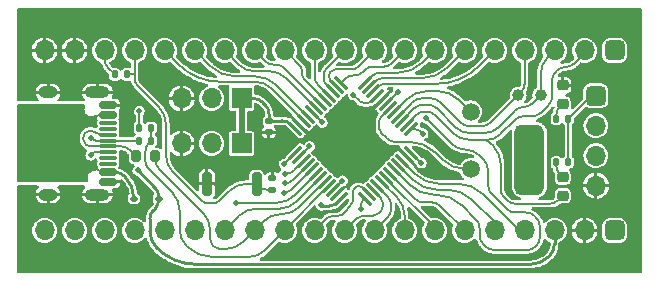
<source format=gbr>
%TF.GenerationSoftware,KiCad,Pcbnew,6.0.2+dfsg-1*%
%TF.CreationDate,2022-07-02T11:43:58+03:00*%
%TF.ProjectId,GDBluePill,4744426c-7565-4506-996c-6c2e6b696361,rev?*%
%TF.SameCoordinates,Original*%
%TF.FileFunction,Copper,L1,Top*%
%TF.FilePolarity,Positive*%
%FSLAX46Y46*%
G04 Gerber Fmt 4.6, Leading zero omitted, Abs format (unit mm)*
G04 Created by KiCad (PCBNEW 6.0.2+dfsg-1) date 2022-07-02 11:43:58*
%MOMM*%
%LPD*%
G01*
G04 APERTURE LIST*
G04 Aperture macros list*
%AMRoundRect*
0 Rectangle with rounded corners*
0 $1 Rounding radius*
0 $2 $3 $4 $5 $6 $7 $8 $9 X,Y pos of 4 corners*
0 Add a 4 corners polygon primitive as box body*
4,1,4,$2,$3,$4,$5,$6,$7,$8,$9,$2,$3,0*
0 Add four circle primitives for the rounded corners*
1,1,$1+$1,$2,$3*
1,1,$1+$1,$4,$5*
1,1,$1+$1,$6,$7*
1,1,$1+$1,$8,$9*
0 Add four rect primitives between the rounded corners*
20,1,$1+$1,$2,$3,$4,$5,0*
20,1,$1+$1,$4,$5,$6,$7,0*
20,1,$1+$1,$6,$7,$8,$9,0*
20,1,$1+$1,$8,$9,$2,$3,0*%
G04 Aperture macros list end*
%TA.AperFunction,SMDPad,CuDef*%
%ADD10RoundRect,0.200000X-0.200000X-0.800000X0.200000X-0.800000X0.200000X0.800000X-0.200000X0.800000X0*%
%TD*%
%TA.AperFunction,SMDPad,CuDef*%
%ADD11RoundRect,0.150000X-0.575000X0.150000X-0.575000X-0.150000X0.575000X-0.150000X0.575000X0.150000X0*%
%TD*%
%TA.AperFunction,SMDPad,CuDef*%
%ADD12RoundRect,0.075000X-0.650000X0.075000X-0.650000X-0.075000X0.650000X-0.075000X0.650000X0.075000X0*%
%TD*%
%TA.AperFunction,ComponentPad*%
%ADD13O,2.100000X1.000000*%
%TD*%
%TA.AperFunction,ComponentPad*%
%ADD14O,1.600000X1.000000*%
%TD*%
%TA.AperFunction,SMDPad,CuDef*%
%ADD15RoundRect,0.135000X-0.135000X-0.185000X0.135000X-0.185000X0.135000X0.185000X-0.135000X0.185000X0*%
%TD*%
%TA.AperFunction,SMDPad,CuDef*%
%ADD16RoundRect,0.218750X-0.256250X0.218750X-0.256250X-0.218750X0.256250X-0.218750X0.256250X0.218750X0*%
%TD*%
%TA.AperFunction,SMDPad,CuDef*%
%ADD17RoundRect,0.135000X0.135000X0.185000X-0.135000X0.185000X-0.135000X-0.185000X0.135000X-0.185000X0*%
%TD*%
%TA.AperFunction,ComponentPad*%
%ADD18O,1.700000X1.700000*%
%TD*%
%TA.AperFunction,ComponentPad*%
%ADD19R,1.700000X1.700000*%
%TD*%
%TA.AperFunction,ComponentPad*%
%ADD20C,1.000000*%
%TD*%
%TA.AperFunction,SMDPad,CuDef*%
%ADD21RoundRect,0.625000X-0.625000X-2.375000X0.625000X-2.375000X0.625000X2.375000X-0.625000X2.375000X0*%
%TD*%
%TA.AperFunction,SMDPad,CuDef*%
%ADD22RoundRect,0.112500X0.187500X0.112500X-0.187500X0.112500X-0.187500X-0.112500X0.187500X-0.112500X0*%
%TD*%
%TA.AperFunction,SMDPad,CuDef*%
%ADD23RoundRect,0.200000X-0.200000X-0.275000X0.200000X-0.275000X0.200000X0.275000X-0.200000X0.275000X0*%
%TD*%
%TA.AperFunction,SMDPad,CuDef*%
%ADD24RoundRect,0.075000X0.415425X0.521491X-0.521491X-0.415425X-0.415425X-0.521491X0.521491X0.415425X0*%
%TD*%
%TA.AperFunction,SMDPad,CuDef*%
%ADD25RoundRect,0.075000X-0.415425X0.521491X-0.521491X0.415425X0.415425X-0.521491X0.521491X-0.415425X0*%
%TD*%
%TA.AperFunction,ComponentPad*%
%ADD26RoundRect,0.425000X-0.425000X-0.425000X0.425000X-0.425000X0.425000X0.425000X-0.425000X0.425000X0*%
%TD*%
%TA.AperFunction,ComponentPad*%
%ADD27RoundRect,0.425000X-0.425000X0.425000X-0.425000X-0.425000X0.425000X-0.425000X0.425000X0.425000X0*%
%TD*%
%TA.AperFunction,SMDPad,CuDef*%
%ADD28RoundRect,0.140000X-0.170000X0.140000X-0.170000X-0.140000X0.170000X-0.140000X0.170000X0.140000X0*%
%TD*%
%TA.AperFunction,ComponentPad*%
%ADD29C,1.500000*%
%TD*%
%TA.AperFunction,SMDPad,CuDef*%
%ADD30RoundRect,0.140000X0.170000X-0.140000X0.170000X0.140000X-0.170000X0.140000X-0.170000X-0.140000X0*%
%TD*%
%TA.AperFunction,SMDPad,CuDef*%
%ADD31RoundRect,0.218750X0.256250X-0.218750X0.256250X0.218750X-0.256250X0.218750X-0.256250X-0.218750X0*%
%TD*%
%TA.AperFunction,ViaPad*%
%ADD32C,0.500000*%
%TD*%
%TA.AperFunction,Conductor*%
%ADD33C,0.200000*%
%TD*%
%TA.AperFunction,Conductor*%
%ADD34C,0.250000*%
%TD*%
%TA.AperFunction,Conductor*%
%ADD35C,0.500000*%
%TD*%
G04 APERTURE END LIST*
D10*
%TO.P,SW1,1,A*%
%TO.N,GND*%
X31529600Y-30353000D03*
%TO.P,SW1,2,B*%
%TO.N,RESET*%
X35729600Y-30353000D03*
%TD*%
D11*
%TO.P,P1,A1,GND*%
%TO.N,GND*%
X23172600Y-23674000D03*
%TO.P,P1,A4,VBUS*%
%TO.N,Net-(D1-Pad2)*%
X23172600Y-24474000D03*
D12*
%TO.P,P1,A5,CC*%
%TO.N,unconnected-(P1-PadA5)*%
X23172600Y-25674000D03*
%TO.P,P1,A6,D+*%
%TO.N,Net-(P1-PadA6)*%
X23172600Y-26674000D03*
%TO.P,P1,A7,D-*%
%TO.N,Net-(P1-PadA7)*%
X23172600Y-27174000D03*
%TO.P,P1,A8*%
%TO.N,N/C*%
X23172600Y-28174000D03*
D11*
%TO.P,P1,A9,VBUS*%
%TO.N,Net-(D1-Pad2)*%
X23172600Y-29374000D03*
%TO.P,P1,A12,GND*%
%TO.N,GND*%
X23172600Y-30174000D03*
D12*
%TO.P,P1,B5,VCONN*%
%TO.N,unconnected-(P1-PadB5)*%
X23172600Y-28674000D03*
%TO.P,P1,B6*%
%TO.N,N/C*%
X23172600Y-27674000D03*
%TO.P,P1,B7*%
X23172600Y-26174000D03*
%TO.P,P1,B8*%
X23172600Y-25174000D03*
D13*
%TO.P,P1,S1,SHIELD*%
%TO.N,GND*%
X22257600Y-31244000D03*
D14*
X18077600Y-31244000D03*
X18077600Y-22604000D03*
D13*
X22257600Y-22604000D03*
%TD*%
D15*
%TO.P,R5,1*%
%TO.N,Net-(P1-PadA6)*%
X25800000Y-26680000D03*
%TO.P,R5,2*%
%TO.N,PA12*%
X26820000Y-26680000D03*
%TD*%
D16*
%TO.P,D2,1,K*%
%TO.N,GND*%
X61650000Y-22002500D03*
%TO.P,D2,2,A*%
%TO.N,Net-(D2-Pad2)*%
X61650000Y-23577500D03*
%TD*%
D17*
%TO.P,R6,1*%
%TO.N,+3V3*%
X62130000Y-24830000D03*
%TO.P,R6,2*%
%TO.N,Net-(D2-Pad2)*%
X61110000Y-24830000D03*
%TD*%
D18*
%TO.P,J2,3,Pin_3*%
%TO.N,GND*%
X29380000Y-26924000D03*
%TO.P,J2,2,Pin_2*%
%TO.N,Net-(J2-Pad2)*%
X31920000Y-26924000D03*
D19*
%TO.P,J2,1,Pin_1*%
%TO.N,+3V3*%
X34460000Y-26924000D03*
%TD*%
D20*
%TO.P,Y2,1,1*%
%TO.N,PC15*%
X57886600Y-22809200D03*
%TO.P,Y2,2,2*%
%TO.N,PC14*%
X59786600Y-22809200D03*
D21*
%TO.P,Y2,3*%
%TO.N,N/C*%
X58836600Y-28309200D03*
%TD*%
D22*
%TO.P,D1,1,K*%
%TO.N,+5V*%
X27440600Y-31597600D03*
%TO.P,D1,2,A*%
%TO.N,Net-(D1-Pad2)*%
X25340600Y-31597600D03*
%TD*%
D15*
%TO.P,R3,1*%
%TO.N,+3V3*%
X23721600Y-21082000D03*
%TO.P,R3,2*%
%TO.N,RESET*%
X24741600Y-21082000D03*
%TD*%
D18*
%TO.P,J1,3,Pin_3*%
%TO.N,GND*%
X29385000Y-23114000D03*
%TO.P,J1,2,Pin_2*%
%TO.N,Net-(J1-Pad2)*%
X31925000Y-23114000D03*
D19*
%TO.P,J1,1,Pin_1*%
%TO.N,+3V3*%
X34465000Y-23114000D03*
%TD*%
D17*
%TO.P,R8,1*%
%TO.N,+3V3*%
X62130000Y-28500000D03*
%TO.P,R8,2*%
%TO.N,Net-(D3-Pad2)*%
X61110000Y-28500000D03*
%TD*%
D23*
%TO.P,R4,1*%
%TO.N,Net-(P1-PadA7)*%
X25514800Y-27990800D03*
%TO.P,R4,2*%
%TO.N,PA11*%
X27164800Y-27990800D03*
%TD*%
D24*
%TO.P,U2,1,VBAT*%
%TO.N,VBAT*%
X48787876Y-25701212D03*
%TO.P,U2,2,PC13*%
%TO.N,PC13*%
X48434322Y-25347658D03*
%TO.P,U2,3,PC14*%
%TO.N,PC14*%
X48080769Y-24994105D03*
%TO.P,U2,4,PC15*%
%TO.N,PC15*%
X47727215Y-24640551D03*
%TO.P,U2,5,PD0*%
%TO.N,OSC_IN*%
X47373662Y-24286998D03*
%TO.P,U2,6,PD1*%
%TO.N,OSC_OUT*%
X47020109Y-23933445D03*
%TO.P,U2,7,NRST*%
%TO.N,RESET*%
X46666555Y-23579891D03*
%TO.P,U2,8,VSSA*%
%TO.N,GND*%
X46313002Y-23226338D03*
%TO.P,U2,9,VDDA*%
%TO.N,+3V3*%
X45959449Y-22872785D03*
%TO.P,U2,10,PA0*%
%TO.N,PA0*%
X45605895Y-22519231D03*
%TO.P,U2,11,PA1*%
%TO.N,PA1*%
X45252342Y-22165678D03*
%TO.P,U2,12,PA2*%
%TO.N,PA2*%
X44898788Y-21812124D03*
D25*
%TO.P,U2,13,PA3*%
%TO.N,PA3*%
X42901212Y-21812124D03*
%TO.P,U2,14,PA4*%
%TO.N,PA4*%
X42547658Y-22165678D03*
%TO.P,U2,15,PA5*%
%TO.N,PA5*%
X42194105Y-22519231D03*
%TO.P,U2,16,PA6*%
%TO.N,PA6*%
X41840551Y-22872785D03*
%TO.P,U2,17,PA7*%
%TO.N,PA7*%
X41486998Y-23226338D03*
%TO.P,U2,18,PB0*%
%TO.N,PB0*%
X41133445Y-23579891D03*
%TO.P,U2,19,PB1*%
%TO.N,PB1*%
X40779891Y-23933445D03*
%TO.P,U2,20,PB2*%
%TO.N,BOOT1*%
X40426338Y-24286998D03*
%TO.P,U2,21,PB10*%
%TO.N,PB10*%
X40072785Y-24640551D03*
%TO.P,U2,22,PB11*%
%TO.N,PB11*%
X39719231Y-24994105D03*
%TO.P,U2,23,VSS*%
%TO.N,GND*%
X39365678Y-25347658D03*
%TO.P,U2,24,VDD*%
%TO.N,+3V3*%
X39012124Y-25701212D03*
D24*
%TO.P,U2,25,PB12*%
%TO.N,PB12*%
X39012124Y-27698788D03*
%TO.P,U2,26,PB13*%
%TO.N,PB13*%
X39365678Y-28052342D03*
%TO.P,U2,27,PB14*%
%TO.N,PB14*%
X39719231Y-28405895D03*
%TO.P,U2,28,PB15*%
%TO.N,PB15*%
X40072785Y-28759449D03*
%TO.P,U2,29,PA8*%
%TO.N,PA8*%
X40426338Y-29113002D03*
%TO.P,U2,30,PA9*%
%TO.N,PA9*%
X40779891Y-29466555D03*
%TO.P,U2,31,PA10*%
%TO.N,PA10*%
X41133445Y-29820109D03*
%TO.P,U2,32,PA11*%
%TO.N,PA11*%
X41486998Y-30173662D03*
%TO.P,U2,33,PA12*%
%TO.N,PA12*%
X41840551Y-30527215D03*
%TO.P,U2,34,PA13*%
%TO.N,SWDIO*%
X42194105Y-30880769D03*
%TO.P,U2,35,VSS*%
%TO.N,GND*%
X42547658Y-31234322D03*
%TO.P,U2,36,VDD*%
%TO.N,+3V3*%
X42901212Y-31587876D03*
D25*
%TO.P,U2,37,PA14*%
%TO.N,SWCLK*%
X44898788Y-31587876D03*
%TO.P,U2,38,PA15*%
%TO.N,PA15*%
X45252342Y-31234322D03*
%TO.P,U2,39,PB3*%
%TO.N,PB3*%
X45605895Y-30880769D03*
%TO.P,U2,40,PB4*%
%TO.N,PB4*%
X45959449Y-30527215D03*
%TO.P,U2,41,PB5*%
%TO.N,PB5*%
X46313002Y-30173662D03*
%TO.P,U2,42,PB6*%
%TO.N,PB6*%
X46666555Y-29820109D03*
%TO.P,U2,43,PB7*%
%TO.N,PB7*%
X47020109Y-29466555D03*
%TO.P,U2,44,BOOT0*%
%TO.N,BOOT0*%
X47373662Y-29113002D03*
%TO.P,U2,45,PB8*%
%TO.N,PB8*%
X47727215Y-28759449D03*
%TO.P,U2,46,PB9*%
%TO.N,PB9*%
X48080769Y-28405895D03*
%TO.P,U2,47,VSS*%
%TO.N,GND*%
X48434322Y-28052342D03*
%TO.P,U2,48,VDD*%
%TO.N,+3V3*%
X48787876Y-27698788D03*
%TD*%
D26*
%TO.P,J4,1,Pin_1*%
%TO.N,+3V3*%
X64459000Y-22870000D03*
D18*
%TO.P,J4,2,Pin_2*%
%TO.N,SWDIO*%
X64459000Y-25410000D03*
%TO.P,J4,3,Pin_3*%
%TO.N,SWCLK*%
X64459000Y-27950000D03*
%TO.P,J4,4,Pin_4*%
%TO.N,GND*%
X64459000Y-30490000D03*
%TD*%
D27*
%TO.P,J3,1,Pin_1*%
%TO.N,VBAT*%
X66040000Y-19050000D03*
D18*
%TO.P,J3,2,Pin_2*%
%TO.N,PC13*%
X63500000Y-19050000D03*
%TO.P,J3,3,Pin_3*%
%TO.N,PC14*%
X60960000Y-19050000D03*
%TO.P,J3,4,Pin_4*%
%TO.N,PC15*%
X58420000Y-19050000D03*
%TO.P,J3,5,Pin_5*%
%TO.N,PA0*%
X55880000Y-19050000D03*
%TO.P,J3,6,Pin_6*%
%TO.N,PA1*%
X53340000Y-19050000D03*
%TO.P,J3,7,Pin_7*%
%TO.N,PA2*%
X50800000Y-19050000D03*
%TO.P,J3,8,Pin_8*%
%TO.N,PA3*%
X48260000Y-19050000D03*
%TO.P,J3,9,Pin_9*%
%TO.N,PA4*%
X45720000Y-19050000D03*
%TO.P,J3,10,Pin_10*%
%TO.N,PA5*%
X43180000Y-19050000D03*
%TO.P,J3,11,Pin_11*%
%TO.N,PA6*%
X40640000Y-19050000D03*
%TO.P,J3,12,Pin_12*%
%TO.N,PA7*%
X38100000Y-19050000D03*
%TO.P,J3,13,Pin_13*%
%TO.N,PB0*%
X35560000Y-19050000D03*
%TO.P,J3,14,Pin_14*%
%TO.N,PB1*%
X33020000Y-19050000D03*
%TO.P,J3,15,Pin_15*%
%TO.N,PB10*%
X30480000Y-19050000D03*
%TO.P,J3,16,Pin_16*%
%TO.N,PB11*%
X27940000Y-19050000D03*
%TO.P,J3,17,Pin_17*%
%TO.N,RESET*%
X25400000Y-19050000D03*
%TO.P,J3,18,Pin_18*%
%TO.N,+3V3*%
X22860000Y-19050000D03*
%TO.P,J3,19,Pin_19*%
%TO.N,GND*%
X20320000Y-19050000D03*
%TO.P,J3,20,Pin_20*%
X17780000Y-19050000D03*
%TD*%
D28*
%TO.P,C11,1*%
%TO.N,+3V3*%
X36779200Y-24996200D03*
%TO.P,C11,2*%
%TO.N,GND*%
X36779200Y-25956200D03*
%TD*%
D29*
%TO.P,Y1,1,1*%
%TO.N,OSC_IN*%
X53850000Y-24230000D03*
%TO.P,Y1,2,2*%
%TO.N,OSC_OUT*%
X53850000Y-29110000D03*
%TD*%
D30*
%TO.P,C2,1*%
%TO.N,RESET*%
X37058600Y-30833000D03*
%TO.P,C2,2*%
%TO.N,GND*%
X37058600Y-29873000D03*
%TD*%
D18*
%TO.P,J5,20,Pin_20*%
%TO.N,PB12*%
X17780000Y-34290000D03*
%TO.P,J5,19,Pin_19*%
%TO.N,PB13*%
X20320000Y-34290000D03*
%TO.P,J5,18,Pin_18*%
%TO.N,PB14*%
X22860000Y-34290000D03*
%TO.P,J5,17,Pin_17*%
%TO.N,PB15*%
X25400000Y-34290000D03*
%TO.P,J5,16,Pin_16*%
%TO.N,PA8*%
X27940000Y-34290000D03*
%TO.P,J5,15,Pin_15*%
%TO.N,PA9*%
X30480000Y-34290000D03*
%TO.P,J5,14,Pin_14*%
%TO.N,PA10*%
X33020000Y-34290000D03*
%TO.P,J5,13,Pin_13*%
%TO.N,PA11*%
X35560000Y-34290000D03*
%TO.P,J5,12,Pin_12*%
%TO.N,PA12*%
X38100000Y-34290000D03*
%TO.P,J5,11,Pin_11*%
%TO.N,PA15*%
X40640000Y-34290000D03*
%TO.P,J5,10,Pin_10*%
%TO.N,PB3*%
X43180000Y-34290000D03*
%TO.P,J5,9,Pin_9*%
%TO.N,PB4*%
X45720000Y-34290000D03*
%TO.P,J5,8,Pin_8*%
%TO.N,PB5*%
X48260000Y-34290000D03*
%TO.P,J5,7,Pin_7*%
%TO.N,PB6*%
X50800000Y-34290000D03*
%TO.P,J5,6,Pin_6*%
%TO.N,PB7*%
X53340000Y-34290000D03*
%TO.P,J5,5,Pin_5*%
%TO.N,PB8*%
X55880000Y-34290000D03*
%TO.P,J5,4,Pin_4*%
%TO.N,PB9*%
X58420000Y-34290000D03*
%TO.P,J5,3,Pin_3*%
%TO.N,+5V*%
X60960000Y-34290000D03*
%TO.P,J5,2,Pin_2*%
%TO.N,GND*%
X63500000Y-34290000D03*
D27*
%TO.P,J5,1,Pin_1*%
%TO.N,+3V3*%
X66040000Y-34290000D03*
%TD*%
D31*
%TO.P,D3,1,K*%
%TO.N,PC13*%
X61650000Y-31337500D03*
%TO.P,D3,2,A*%
%TO.N,Net-(D3-Pad2)*%
X61650000Y-29762500D03*
%TD*%
D17*
%TO.P,R7,1*%
%TO.N,PA12*%
X26824400Y-25603200D03*
%TO.P,R7,2*%
%TO.N,+3V3*%
X25804400Y-25603200D03*
%TD*%
D32*
%TO.N,GND*%
X44754800Y-29972000D03*
X50393600Y-28143200D03*
%TO.N,+5V*%
X25679400Y-29210000D03*
%TO.N,GND*%
X43510200Y-27203400D03*
X41986200Y-27203400D03*
X60858400Y-27381200D03*
X54610000Y-22402800D03*
X44323000Y-35687000D03*
X45161200Y-28295600D03*
X43484800Y-25857200D03*
X56896000Y-26873200D03*
X41986200Y-25882600D03*
X62788800Y-21996400D03*
X50800000Y-26797000D03*
X52070000Y-35814000D03*
X67233800Y-31445200D03*
X36779200Y-26847800D03*
X37693600Y-27711400D03*
X44805600Y-24587200D03*
X67589400Y-21183600D03*
X45872400Y-27330400D03*
%TO.N,RESET*%
X47726600Y-22529800D03*
%TO.N,+3V3*%
X25806400Y-24180800D03*
X49682400Y-28575000D03*
X41224200Y-32156400D03*
X43916600Y-22809200D03*
%TO.N,VBAT*%
X49834800Y-26085800D03*
%TO.N,SWDIO*%
X43002200Y-30073600D03*
%TO.N,SWCLK*%
X44577000Y-32435800D03*
%TO.N,PA9*%
X34010600Y-31927800D03*
%TO.N,PA8*%
X38074600Y-31089600D03*
%TO.N,PB15*%
X38100000Y-30302200D03*
%TO.N,PB14*%
X38100000Y-29489400D03*
%TO.N,PB13*%
X40208200Y-27178000D03*
%TO.N,PB12*%
X38074600Y-28651200D03*
%TO.N,Net-(P1-PadA6)*%
X21691600Y-26441400D03*
X21691600Y-27914600D03*
%TO.N,BOOT0*%
X50088800Y-24790400D03*
%TO.N,BOOT1*%
X41300400Y-25146000D03*
%TD*%
D33*
%TO.N,+5V*%
X27440600Y-31597600D02*
X27440600Y-31725386D01*
D34*
X26695400Y-33299014D02*
X26695400Y-34350573D01*
X30649999Y-37160200D02*
X58883218Y-37160200D01*
D33*
X27440600Y-31385414D02*
X27440600Y-31597600D01*
D34*
X60960000Y-35421280D02*
X60960000Y-34290000D01*
X25679400Y-29210000D02*
X27147707Y-30678307D01*
X27147707Y-32432493D02*
X26988293Y-32591907D01*
X60520660Y-36481940D02*
G75*
G02*
X58883218Y-37160200I-1637444J1637414D01*
G01*
X60959999Y-35421280D02*
G75*
G02*
X60520659Y-36481939I-1500001J1D01*
G01*
X27147707Y-32432493D02*
G75*
G03*
X27440600Y-31725386I-707106J707106D01*
G01*
X30649999Y-37160200D02*
G75*
G02*
X27281187Y-35764787I-3J4764199D01*
G01*
X27147707Y-30678307D02*
G75*
G02*
X27440600Y-31385414I-707106J-707106D01*
G01*
X26988293Y-32591907D02*
G75*
G03*
X26695400Y-33299014I707106J-707106D01*
G01*
X26695401Y-34350573D02*
G75*
G03*
X27281188Y-35764786I1999999J0D01*
G01*
D33*
%TO.N,GND*%
X37693600Y-27711400D02*
X37351493Y-28053507D01*
X36779200Y-25956200D02*
X36779200Y-26847800D01*
X61650000Y-22002500D02*
X62782700Y-22002500D01*
X37058600Y-28760614D02*
X37058600Y-29873000D01*
X62782700Y-22002500D02*
X62788800Y-21996400D01*
X37058601Y-28760614D02*
G75*
G02*
X37351494Y-28053508I999993J3D01*
G01*
%TO.N,RESET*%
X25400000Y-19050000D02*
X25400000Y-21056600D01*
X28067000Y-27924373D02*
X28067000Y-25288627D01*
X35916707Y-30540107D02*
X35729600Y-30353000D01*
X27481213Y-23874413D02*
X25692893Y-22086093D01*
X25374600Y-21082000D02*
X25400000Y-21056600D01*
X25400000Y-21378986D02*
X25400000Y-21056600D01*
X46676509Y-23579891D02*
X47726600Y-22529800D01*
X35729600Y-30353000D02*
X34839027Y-30353000D01*
X31025307Y-31711107D02*
X28652786Y-29338586D01*
X46666555Y-23579891D02*
X46676509Y-23579891D01*
X24741600Y-21082000D02*
X25374600Y-21082000D01*
X37058600Y-30833000D02*
X36623814Y-30833000D01*
X35828600Y-30254000D02*
X35729600Y-30353000D01*
X33424813Y-30938787D02*
X32652493Y-31711107D01*
X31945386Y-32004000D02*
X31732414Y-32004000D01*
X36623814Y-30832999D02*
G75*
G02*
X35916708Y-30540106I-3J999993D01*
G01*
X27481213Y-23874413D02*
G75*
G02*
X28067000Y-25288627I-1414213J-1414214D01*
G01*
X31945386Y-32003999D02*
G75*
G03*
X32652492Y-31711106I3J999993D01*
G01*
X25400001Y-21378986D02*
G75*
G03*
X25692894Y-22086092I999993J-3D01*
G01*
X28652786Y-29338586D02*
G75*
G02*
X28067000Y-27924373I1414214J1414213D01*
G01*
X33424813Y-30938787D02*
G75*
G02*
X34839027Y-30353000I1414214J-1414213D01*
G01*
X31732414Y-32003999D02*
G75*
G02*
X31025308Y-31711106I-3J999993D01*
G01*
%TO.N,OSC_IN*%
X50203762Y-22479000D02*
X51046898Y-22479000D01*
X47343662Y-24286998D02*
X48407711Y-23222949D01*
X52842949Y-23222949D02*
X53850000Y-24230000D01*
X48407711Y-23222949D02*
G75*
G02*
X50203762Y-22479000I1796050J-1796049D01*
G01*
X52842949Y-23222949D02*
G75*
G03*
X51046898Y-22479000I-1796050J-1796049D01*
G01*
%TO.N,+3V3*%
X42901212Y-31587876D02*
X42574781Y-31914307D01*
X39012124Y-25701212D02*
X38600005Y-25289093D01*
X49682400Y-28575000D02*
X48806188Y-27698788D01*
D34*
X36779200Y-24996200D02*
X36779200Y-24391814D01*
D33*
X25804400Y-24182800D02*
X25806400Y-24180800D01*
X62130000Y-28500000D02*
X62130000Y-24830000D01*
X44809507Y-23495000D02*
X45130127Y-23495000D01*
X64459000Y-22870000D02*
X64090000Y-22870000D01*
X34460000Y-23119000D02*
X34465000Y-23114000D01*
X25804400Y-25603200D02*
X25804400Y-24182800D01*
X41275000Y-32207200D02*
X41224200Y-32156400D01*
D34*
X37892898Y-24996200D02*
X36779200Y-24996200D01*
D33*
X43916600Y-22809200D02*
X44455954Y-23348554D01*
D35*
X34460000Y-26924000D02*
X34460000Y-23119000D01*
D33*
X48806188Y-27698788D02*
X48787876Y-27698788D01*
D34*
X35501386Y-23114000D02*
X34465000Y-23114000D01*
D33*
X45483681Y-23348553D02*
X45959449Y-22872785D01*
D34*
X36486307Y-23684707D02*
X36208493Y-23406893D01*
D33*
X22860000Y-19050000D02*
X22860000Y-19806186D01*
X64090000Y-22870000D02*
X62130000Y-24830000D01*
X23152893Y-20513293D02*
X23721600Y-21082000D01*
D34*
X41867674Y-32207200D02*
X41275000Y-32207200D01*
X36486307Y-23684707D02*
G75*
G02*
X36779200Y-24391814I-707106J-707106D01*
G01*
X36208493Y-23406893D02*
G75*
G03*
X35501386Y-23114000I-707106J-707106D01*
G01*
X42574781Y-31914307D02*
G75*
G02*
X41867674Y-32207200I-707106J707106D01*
G01*
D33*
X44455954Y-23348554D02*
G75*
G03*
X44809507Y-23495000I353553J353556D01*
G01*
X23152893Y-20513293D02*
G75*
G02*
X22860000Y-19806186I707106J707106D01*
G01*
X45483681Y-23348553D02*
G75*
G02*
X45130127Y-23495000I-353553J353550D01*
G01*
D34*
X37892898Y-24996201D02*
G75*
G02*
X38600004Y-25289094I3J-999993D01*
G01*
D33*
%TO.N,OSC_OUT*%
X50833480Y-27668680D02*
X51396121Y-28231321D01*
X46276447Y-26016447D02*
X46757107Y-26497107D01*
X46130000Y-25000661D02*
X46130000Y-25662893D01*
X46990109Y-23933445D02*
X46276446Y-24647108D01*
X53517441Y-29110000D02*
X53850000Y-29110000D01*
X47464214Y-26790000D02*
X48712159Y-26790000D01*
X47464214Y-26789999D02*
G75*
G02*
X46757108Y-26497106I-3J999993D01*
G01*
X53517441Y-29110000D02*
G75*
G02*
X51396121Y-28231321I-1J2999998D01*
G01*
X46130000Y-25662893D02*
G75*
G03*
X46276447Y-26016447I499997J-1D01*
G01*
X46276446Y-24647108D02*
G75*
G03*
X46130000Y-25000661I353556J-353553D01*
G01*
X48712159Y-26790001D02*
G75*
G02*
X50833479Y-27668681I3J-2999993D01*
G01*
%TO.N,PC14*%
X60372387Y-19637613D02*
X60960000Y-19050000D01*
X58336814Y-23840000D02*
X58341586Y-23840000D01*
X53718489Y-26030000D02*
X55094711Y-26030000D01*
X59786600Y-22809200D02*
X59786600Y-21051827D01*
X48050769Y-24994105D02*
X49104581Y-23940293D01*
X59048693Y-23547107D02*
X59786600Y-22809200D01*
X56183656Y-25578944D02*
X57629707Y-24132893D01*
X49811688Y-23647400D02*
X50283786Y-23647400D01*
X50990893Y-23940293D02*
X52629545Y-25578945D01*
X50990893Y-23940293D02*
G75*
G03*
X50283786Y-23647400I-707106J-707106D01*
G01*
X59048693Y-23547107D02*
G75*
G02*
X58341586Y-23840000I-707106J707106D01*
G01*
X53718489Y-26030000D02*
G75*
G02*
X52629545Y-25578945I-1J1539997D01*
G01*
X57629707Y-24132893D02*
G75*
G02*
X58336814Y-23840000I707106J-707106D01*
G01*
X49811688Y-23647401D02*
G75*
G03*
X49104582Y-23940294I-1J-999998D01*
G01*
X56183656Y-25578944D02*
G75*
G02*
X55094711Y-26030000I-1088946J1088948D01*
G01*
X59786601Y-21051827D02*
G75*
G02*
X60372388Y-19637614I1999999J0D01*
G01*
%TO.N,PC15*%
X58127107Y-22568693D02*
X57886600Y-22809200D01*
X51324375Y-23460575D02*
X53020907Y-25157107D01*
X55538693Y-25157107D02*
X57886600Y-22809200D01*
X53728014Y-25450000D02*
X54831586Y-25450000D01*
X49775217Y-23088600D02*
X50426349Y-23088600D01*
X47697215Y-24640551D02*
X48877192Y-23460574D01*
X58420000Y-19050000D02*
X58420000Y-21861586D01*
X49775217Y-23088600D02*
G75*
G03*
X48877192Y-23460574I0J-1269999D01*
G01*
X51324375Y-23460575D02*
G75*
G03*
X50426349Y-23088600I-898026J-898024D01*
G01*
X54831586Y-25449999D02*
G75*
G03*
X55538692Y-25157106I3J999993D01*
G01*
X58419999Y-21861586D02*
G75*
G02*
X58127106Y-22568692I-999993J-3D01*
G01*
X53020907Y-25157107D02*
G75*
G03*
X53728014Y-25450000I707106J707106D01*
G01*
%TO.N,VBAT*%
X49035998Y-25701212D02*
X48787876Y-25701212D01*
X49834800Y-26085800D02*
X49743105Y-25994105D01*
X49743105Y-25994105D02*
G75*
G03*
X49035998Y-25701212I-707106J-707106D01*
G01*
%TO.N,Net-(D2-Pad2)*%
X61402893Y-23824607D02*
X61650000Y-23577500D01*
X61110000Y-24830000D02*
X61110000Y-24531714D01*
X61110001Y-24531714D02*
G75*
G02*
X61402894Y-23824608I999993J3D01*
G01*
%TO.N,PC13*%
X56390000Y-30755786D02*
X56390000Y-28592627D01*
X54781600Y-26600000D02*
X53742827Y-26600000D01*
X50838893Y-24524493D02*
X52328614Y-26014214D01*
X62605893Y-20154107D02*
X63500000Y-19260000D01*
X56363940Y-26160660D02*
X57611707Y-24912893D01*
X58318814Y-24620000D02*
X59085786Y-24620000D01*
X49934594Y-24231600D02*
X50131786Y-24231600D01*
X55804213Y-27178413D02*
X55518693Y-26892893D01*
X61052893Y-20857107D02*
X61170107Y-20739893D01*
X54811586Y-26600000D02*
X54781600Y-26600000D01*
X56957107Y-31737107D02*
X56682893Y-31462893D01*
D34*
X63500000Y-19260000D02*
X63500000Y-19050000D01*
D33*
X60543286Y-32030000D02*
X57664214Y-32030000D01*
X61650000Y-31337500D02*
X61250393Y-31737107D01*
X60760000Y-22945786D02*
X60760000Y-21564214D01*
X48404322Y-25347658D02*
X49227487Y-24524493D01*
X61877214Y-20447000D02*
X61898786Y-20447000D01*
X54781600Y-26600000D02*
X55303280Y-26600000D01*
X59792893Y-24327107D02*
X60467107Y-23652893D01*
X55804213Y-27178413D02*
G75*
G02*
X56390000Y-28592627I-1414213J-1414214D01*
G01*
X61250393Y-31737107D02*
G75*
G02*
X60543286Y-32030000I-707106J707106D01*
G01*
X61898786Y-20446999D02*
G75*
G03*
X62605892Y-20154106I3J999993D01*
G01*
X60760001Y-21564214D02*
G75*
G02*
X61052894Y-20857108I999993J3D01*
G01*
X56957107Y-31737107D02*
G75*
G03*
X57664214Y-32030000I707106J707106D01*
G01*
X54811586Y-26600001D02*
G75*
G02*
X55518692Y-26892894I3J-999993D01*
G01*
X53742827Y-26599999D02*
G75*
G02*
X52328615Y-26014213I0J1999999D01*
G01*
X59085786Y-24619999D02*
G75*
G03*
X59792892Y-24327106I3J999993D01*
G01*
X57611707Y-24912893D02*
G75*
G02*
X58318814Y-24620000I707106J-707106D01*
G01*
X56682893Y-31462893D02*
G75*
G02*
X56390000Y-30755786I707106J707106D01*
G01*
X56363940Y-26160660D02*
G75*
G02*
X55303280Y-26600000I-1060661J1060662D01*
G01*
X50131786Y-24231601D02*
G75*
G02*
X50838892Y-24524494I3J-999993D01*
G01*
X60759999Y-22945786D02*
G75*
G02*
X60467106Y-23652892I-999993J-3D01*
G01*
X49227487Y-24524493D02*
G75*
G02*
X49934594Y-24231600I707106J-707106D01*
G01*
X61877214Y-20447001D02*
G75*
G03*
X61170108Y-20739894I-3J-999993D01*
G01*
%TO.N,Net-(D3-Pad2)*%
X61110000Y-28500000D02*
X61110000Y-28808286D01*
X61402893Y-29515393D02*
X61650000Y-29762500D01*
X61402893Y-29515393D02*
G75*
G02*
X61110000Y-28808286I707106J707106D01*
G01*
%TO.N,PA0*%
X46679340Y-21860000D02*
X50998932Y-21860000D01*
X54534466Y-20395534D02*
X55880000Y-19050000D01*
X45605895Y-22519231D02*
X45972233Y-22152893D01*
X54534466Y-20395534D02*
G75*
G02*
X50998932Y-21860000I-3535533J3535532D01*
G01*
X45972233Y-22152893D02*
G75*
G02*
X46679340Y-21860000I707106J-707106D01*
G01*
%TO.N,PA1*%
X45314322Y-22103698D02*
X45735127Y-21682893D01*
X51878680Y-20511320D02*
X53340000Y-19050000D01*
X46442234Y-21390000D02*
X49757359Y-21390000D01*
X45314322Y-22165678D02*
X45314322Y-22103698D01*
X46442234Y-21390001D02*
G75*
G03*
X45735128Y-21682894I-3J-999993D01*
G01*
X49757359Y-21389999D02*
G75*
G03*
X51878679Y-20511319I3J2999993D01*
G01*
%TO.N,PA2*%
X49799080Y-20050920D02*
X50800000Y-19050000D01*
X44964476Y-21746436D02*
X45488419Y-21222493D01*
X46195526Y-20929600D02*
X47677759Y-20929600D01*
X44964476Y-21812124D02*
X44964476Y-21746436D01*
X46195526Y-20929601D02*
G75*
G03*
X45488420Y-21222494I-3J-999993D01*
G01*
X47677759Y-20929599D02*
G75*
G03*
X49799079Y-20050919I3J2999993D01*
G01*
%TO.N,PA3*%
X47192893Y-20117107D02*
X48260000Y-19050000D01*
X45612414Y-20410000D02*
X46485786Y-20410000D01*
X44742893Y-20865307D02*
X44905307Y-20702893D01*
X43939350Y-21158200D02*
X44035786Y-21158200D01*
X42871212Y-21812124D02*
X43232243Y-21451093D01*
X44905307Y-20702893D02*
G75*
G02*
X45612414Y-20410000I707106J-707106D01*
G01*
X43232243Y-21451093D02*
G75*
G02*
X43939350Y-21158200I707106J-707106D01*
G01*
X46485786Y-20409999D02*
G75*
G03*
X47192892Y-20117106I3J999993D01*
G01*
X44742893Y-20865307D02*
G75*
G02*
X44035786Y-21158200I-707106J707106D01*
G01*
%TO.N,PA4*%
X42407107Y-20660000D02*
X43695786Y-20660000D01*
X42517658Y-22165678D02*
X42517658Y-22135678D01*
X41840000Y-21250913D02*
X41840000Y-21227107D01*
X42517658Y-22135678D02*
X41986446Y-21604466D01*
D34*
X45720000Y-19050000D02*
X45330000Y-19050000D01*
D33*
X41986447Y-20873553D02*
X42053554Y-20806446D01*
X44402893Y-20367107D02*
X45720000Y-19050000D01*
X43695786Y-20659999D02*
G75*
G03*
X44402892Y-20367106I3J999993D01*
G01*
X42407107Y-20660001D02*
G75*
G03*
X42053554Y-20806446I0J-500001D01*
G01*
X41986447Y-20873553D02*
G75*
G03*
X41840000Y-21227107I353550J-353553D01*
G01*
X41986446Y-21604466D02*
G75*
G02*
X41840000Y-21250913I353556J353553D01*
G01*
%TO.N,PA5*%
X42194105Y-22519231D02*
X41694893Y-22020019D01*
X41694893Y-20535107D02*
X43180000Y-19050000D01*
X41402000Y-21312912D02*
X41402000Y-21242214D01*
X41402001Y-21242214D02*
G75*
G02*
X41694894Y-20535108I999993J3D01*
G01*
X41694893Y-22020019D02*
G75*
G02*
X41402000Y-21312912I707106J707106D01*
G01*
%TO.N,PA6*%
X40932893Y-21965127D02*
X41810551Y-22842785D01*
D34*
X41810551Y-22842785D02*
X41810551Y-22872785D01*
D33*
X40640000Y-19050000D02*
X40640000Y-21258020D01*
X40932893Y-21965127D02*
G75*
G02*
X40640000Y-21258020I707106J707106D01*
G01*
%TO.N,PA7*%
X38100000Y-19050000D02*
X39463884Y-20413884D01*
X39756777Y-21496117D02*
X41456998Y-23196338D01*
D34*
X41456998Y-23196338D02*
X41456998Y-23226338D01*
D33*
X39610330Y-20767437D02*
X39610330Y-21142563D01*
X39756777Y-21496117D02*
G75*
G02*
X39610330Y-21142563I353550J353553D01*
G01*
X39463884Y-20413884D02*
G75*
G02*
X39610330Y-20767437I-353556J-353553D01*
G01*
%TO.N,PB0*%
X38096447Y-20542893D02*
X41103445Y-23549891D01*
X37174214Y-20250000D02*
X37389340Y-20250000D01*
D34*
X41103445Y-23549891D02*
X41103445Y-23579891D01*
D33*
X35560000Y-19050000D02*
X36467107Y-19957107D01*
X37389340Y-20250001D02*
G75*
G02*
X38096446Y-20542894I3J-999993D01*
G01*
X36467107Y-19957107D02*
G75*
G03*
X37174214Y-20250000I707106J707106D01*
G01*
%TO.N,PB1*%
X38242233Y-21395787D02*
X40749891Y-23903445D01*
X35608427Y-20810000D02*
X36828019Y-20810000D01*
X33020000Y-19050000D02*
X34194214Y-20224214D01*
D34*
X40749891Y-23903445D02*
X40749891Y-23933445D01*
D33*
X36828019Y-20810001D02*
G75*
G02*
X38242232Y-21395788I0J-1999999D01*
G01*
X34194214Y-20224214D02*
G75*
G03*
X35608427Y-20810000I1414213J1414214D01*
G01*
%TO.N,PB10*%
X30480000Y-19050000D02*
X31785721Y-20355721D01*
X37398867Y-21966633D02*
X40072785Y-24640551D01*
X33907041Y-21234400D02*
X35631100Y-21234400D01*
X33907041Y-21234400D02*
G75*
G02*
X31785721Y-20355721I-1J2999998D01*
G01*
X35631100Y-21234401D02*
G75*
G02*
X37398867Y-21966633I2J-2499996D01*
G01*
%TO.N,PB11*%
X27940000Y-19050000D02*
X29117134Y-20227134D01*
X37002513Y-22277387D02*
X39719231Y-24994105D01*
X32652668Y-21691600D02*
X35588299Y-21691600D01*
X29117134Y-20227134D02*
G75*
G03*
X32652668Y-21691600I3535533J3535532D01*
G01*
X37002513Y-22277387D02*
G75*
G03*
X35588299Y-21691600I-1414214J-1414213D01*
G01*
%TO.N,SWDIO*%
X43002200Y-30073600D02*
X42195031Y-30880769D01*
X42195031Y-30880769D02*
X42164105Y-30880769D01*
%TO.N,SWCLK*%
X44723447Y-31733217D02*
X44868788Y-31587876D01*
X44577000Y-32435800D02*
X44577000Y-32086771D01*
X44577000Y-32086771D02*
G75*
G02*
X44723447Y-31733217I499997J1D01*
G01*
%TO.N,PB9*%
X54879080Y-31206280D02*
X57952800Y-34280000D01*
D34*
X58420000Y-34290000D02*
X58420000Y-34280000D01*
D33*
X57952800Y-34280000D02*
X58420000Y-34280000D01*
X51215115Y-30327600D02*
X52757759Y-30327600D01*
X48050769Y-28405895D02*
X49093795Y-29448921D01*
X49093795Y-29448921D02*
G75*
G03*
X51215115Y-30327600I2121319J2121319D01*
G01*
X52757759Y-30327601D02*
G75*
G02*
X54879079Y-31206281I3J-2999993D01*
G01*
%TO.N,PB8*%
X54015480Y-31714280D02*
X55880000Y-33578800D01*
X51016007Y-30835600D02*
X51894159Y-30835600D01*
X47697215Y-28759449D02*
X48894687Y-29956921D01*
X55880000Y-33578800D02*
X55880000Y-34290000D01*
X48894687Y-29956921D02*
G75*
G03*
X51016007Y-30835600I2121319J2121319D01*
G01*
X51894159Y-30835601D02*
G75*
G02*
X54015479Y-31714281I3J-2999993D01*
G01*
%TO.N,PB7*%
X46990109Y-29466555D02*
X49133061Y-31609507D01*
X49840168Y-31902400D02*
X50538186Y-31902400D01*
X51245293Y-32195293D02*
X53340000Y-34290000D01*
X51245293Y-32195293D02*
G75*
G03*
X50538186Y-31902400I-707106J-707106D01*
G01*
X49840168Y-31902399D02*
G75*
G02*
X49133062Y-31609506I-3J999993D01*
G01*
%TO.N,PB6*%
X50800000Y-33983554D02*
X50800000Y-34290000D01*
X46636555Y-29820109D02*
X50800000Y-33983554D01*
%TO.N,PB5*%
X48260000Y-32979087D02*
X48260000Y-34290000D01*
X46283002Y-30173662D02*
X47674214Y-31564874D01*
X47674214Y-31564874D02*
G75*
G02*
X48260000Y-32979087I-1414214J-1414213D01*
G01*
%TO.N,PB4*%
X45929449Y-30527215D02*
X46827107Y-31424873D01*
X46827107Y-33182893D02*
X45720000Y-34290000D01*
X47120000Y-32131980D02*
X47120000Y-32475786D01*
X47119999Y-32131980D02*
G75*
G03*
X46827106Y-31424874I-999993J3D01*
G01*
X47119999Y-32475786D02*
G75*
G02*
X46827106Y-33182892I-999993J-3D01*
G01*
%TO.N,PB3*%
X45575895Y-30880769D02*
X46250330Y-31555204D01*
X44210330Y-33259670D02*
X43180000Y-34290000D01*
X45567140Y-33040000D02*
X44740660Y-33040000D01*
X46470000Y-32085534D02*
X46470000Y-32137140D01*
X46250330Y-32667470D02*
X46097470Y-32820330D01*
X46469999Y-32085534D02*
G75*
G03*
X46250329Y-31555205I-749992J3D01*
G01*
X44740660Y-33040001D02*
G75*
G03*
X44210331Y-33259671I-3J-749992D01*
G01*
X46469999Y-32137140D02*
G75*
G02*
X46250329Y-32667469I-749992J-3D01*
G01*
X45567140Y-33039999D02*
G75*
G03*
X46097469Y-32820329I3J749992D01*
G01*
%TO.N,PA15*%
X43623707Y-32246093D02*
X43183353Y-32686447D01*
X44385915Y-30530800D02*
X44336285Y-30530800D01*
X45252342Y-31234322D02*
X45252342Y-31231542D01*
X42579193Y-33083500D02*
X42053607Y-33083500D01*
X44053442Y-30647958D02*
X44033757Y-30667643D01*
X43916600Y-30950485D02*
X43916600Y-31538986D01*
X41700053Y-33229947D02*
X40640000Y-34290000D01*
X43183353Y-32686447D02*
X42932746Y-32937054D01*
X45252342Y-31231542D02*
X44668757Y-30647957D01*
X43916599Y-31538986D02*
G75*
G02*
X43623706Y-32246092I-999993J-3D01*
G01*
X44336285Y-30530801D02*
G75*
G03*
X44053443Y-30647959I2J-400003D01*
G01*
X42932746Y-32937054D02*
G75*
G02*
X42579193Y-33083500I-353553J353556D01*
G01*
X44033757Y-30667643D02*
G75*
G03*
X43916600Y-30950485I282841J-282841D01*
G01*
X41700053Y-33229947D02*
G75*
G02*
X42053607Y-33083500I353553J-353550D01*
G01*
X44385915Y-30530801D02*
G75*
G02*
X44668757Y-30647957I1J-399997D01*
G01*
%TO.N,PA12*%
X28624213Y-31113413D02*
X26607293Y-29096493D01*
X26314400Y-28389386D02*
X26314400Y-27599814D01*
X41810551Y-30527215D02*
X38100000Y-34237766D01*
D34*
X38100000Y-34237766D02*
X38100000Y-34290000D01*
D33*
X26824400Y-26675600D02*
X26820000Y-26680000D01*
X38100000Y-34290000D02*
X36425186Y-35964814D01*
X26824400Y-25603200D02*
X26824400Y-26675600D01*
X26607293Y-26892707D02*
X26820000Y-26680000D01*
X29210000Y-34198173D02*
X29210000Y-32527627D01*
X35010973Y-36550600D02*
X32060823Y-36550600D01*
X35010973Y-36550599D02*
G75*
G03*
X36425185Y-35964813I0J1999999D01*
G01*
X29209999Y-32527627D02*
G75*
G03*
X28624212Y-31113414I-1999999J0D01*
G01*
X29210001Y-34198173D02*
G75*
G03*
X29795787Y-35612385I1999999J0D01*
G01*
X26314401Y-28389386D02*
G75*
G03*
X26607294Y-29096492I999993J-3D01*
G01*
X26607293Y-26892707D02*
G75*
G03*
X26314400Y-27599814I707106J-707106D01*
G01*
X32060823Y-36550600D02*
G75*
G02*
X29795786Y-35612386I1J3203236D01*
G01*
%TO.N,PA11*%
X41456998Y-30173662D02*
X39316446Y-32314214D01*
X36364213Y-33485787D02*
X35560000Y-34290000D01*
X33182173Y-35839400D02*
X32594060Y-35839400D01*
X35560000Y-34290000D02*
X34596386Y-35253614D01*
X31800800Y-35046140D02*
X31800800Y-34229427D01*
X37902233Y-32900000D02*
X37778427Y-32900000D01*
X27164800Y-28350786D02*
X27164800Y-27990800D01*
X31215013Y-32815213D02*
X27457693Y-29057893D01*
X32063730Y-35619730D02*
X32020470Y-35576470D01*
X27457693Y-29057893D02*
G75*
G02*
X27164800Y-28350786I707106J707106D01*
G01*
X31215013Y-32815213D02*
G75*
G02*
X31800800Y-34229427I-1414213J-1414214D01*
G01*
X37778427Y-32900001D02*
G75*
G03*
X36364214Y-33485788I0J-1999999D01*
G01*
X32063730Y-35619730D02*
G75*
G03*
X32594060Y-35839400I530327J530323D01*
G01*
X34596386Y-35253614D02*
G75*
G02*
X33182173Y-35839400I-1414213J1414214D01*
G01*
X37902233Y-32899999D02*
G75*
G03*
X39316445Y-32314213I0J1999999D01*
G01*
X32020470Y-35576470D02*
G75*
G02*
X31800800Y-35046140I530323J530327D01*
G01*
%TO.N,PA10*%
X34288413Y-33021587D02*
X33020000Y-34290000D01*
X35702627Y-32435800D02*
X37689327Y-32435800D01*
X39103541Y-31850013D02*
X41133445Y-29820109D01*
X35702627Y-32435801D02*
G75*
G03*
X34288414Y-33021588I0J-1999999D01*
G01*
X37689327Y-32435799D02*
G75*
G03*
X39103540Y-31850012I0J1999999D01*
G01*
%TO.N,PA9*%
X38904433Y-31342013D02*
X40779891Y-29466555D01*
X34010600Y-31927800D02*
X37490219Y-31927800D01*
X37490219Y-31927799D02*
G75*
G03*
X38904432Y-31342012I0J1999999D01*
G01*
%TO.N,PA8*%
X38669410Y-30869930D02*
X40426338Y-29113002D01*
X38074600Y-31089600D02*
X38139080Y-31089600D01*
X38139080Y-31089599D02*
G75*
G03*
X38669409Y-30869929I3J749992D01*
G01*
%TO.N,PB15*%
X38100000Y-30302200D02*
X38115820Y-30302200D01*
X38822927Y-30009307D02*
X40072785Y-28759449D01*
X38822927Y-30009307D02*
G75*
G02*
X38115820Y-30302200I-707106J707106D01*
G01*
%TO.N,PB14*%
X38928619Y-29196507D02*
X39719231Y-28405895D01*
X38100000Y-29489400D02*
X38221512Y-29489400D01*
X38221512Y-29489399D02*
G75*
G03*
X38928618Y-29196506I3J999993D01*
G01*
D34*
%TO.N,PB13*%
X39337658Y-28052342D02*
X39335678Y-28052342D01*
D33*
X40208200Y-27181800D02*
X39337658Y-28052342D01*
X40208200Y-27178000D02*
X40208200Y-27181800D01*
%TO.N,PB12*%
X38074600Y-28636312D02*
X39012124Y-27698788D01*
D34*
X38982124Y-27728788D02*
X38982124Y-27698788D01*
D33*
X38074600Y-28651200D02*
X38074600Y-28636312D01*
D34*
%TO.N,Net-(D1-Pad2)*%
X24510693Y-29666893D02*
X24609978Y-29766178D01*
D33*
X23172600Y-29374000D02*
X23803586Y-29374000D01*
X23172600Y-29374000D02*
X22904814Y-29374000D01*
X22197707Y-29081107D02*
X21793200Y-28676600D01*
X25340600Y-31530057D02*
X25340600Y-31597600D01*
X21969107Y-24766893D02*
X21590000Y-25146000D01*
X23172600Y-24474000D02*
X22676214Y-24474000D01*
D34*
X25340599Y-31530057D02*
G75*
G03*
X24609977Y-29766179I-2494498J2D01*
G01*
D33*
X22676214Y-24474001D02*
G75*
G03*
X21969108Y-24766894I-3J-999993D01*
G01*
X22197707Y-29081107D02*
G75*
G03*
X22904814Y-29374000I707106J707106D01*
G01*
D34*
X23803586Y-29374001D02*
G75*
G02*
X24510692Y-29666894I3J-999993D01*
G01*
D33*
%TO.N,Net-(P1-PadA6)*%
X22131307Y-26674000D02*
X23172600Y-26674000D01*
X25479000Y-26674000D02*
X25485000Y-26680000D01*
X21691600Y-26441400D02*
X21777754Y-26527554D01*
X21932200Y-27674000D02*
X23172600Y-27674000D01*
X21691600Y-27914600D02*
X21932200Y-27674000D01*
X23172600Y-26674000D02*
X25479000Y-26674000D01*
X21777754Y-26527554D02*
G75*
G03*
X22131307Y-26674000I353553J353556D01*
G01*
%TO.N,Net-(P1-PadA7)*%
X21203047Y-26040953D02*
X21240354Y-26003646D01*
X21593907Y-25857200D02*
X21789293Y-25857200D01*
X21056600Y-26564493D02*
X21056600Y-26394507D01*
X22520307Y-26174000D02*
X23172600Y-26174000D01*
X23172600Y-27174000D02*
X24283786Y-27174000D01*
X24990893Y-27466893D02*
X25286200Y-27762200D01*
X23172600Y-27174000D02*
X21666107Y-27174000D01*
X21312553Y-27027553D02*
X21203046Y-26918046D01*
X25286200Y-27762200D02*
X25810000Y-27762200D01*
X22142847Y-26003647D02*
X22166754Y-26027554D01*
X22142847Y-26003647D02*
G75*
G03*
X21789293Y-25857200I-353553J-353550D01*
G01*
X21056600Y-26394507D02*
G75*
G02*
X21203047Y-26040953I499997J1D01*
G01*
X21593907Y-25857201D02*
G75*
G03*
X21240354Y-26003646I0J-500001D01*
G01*
X24990893Y-27466893D02*
G75*
G03*
X24283786Y-27174000I-707106J-707106D01*
G01*
X21203046Y-26918046D02*
G75*
G02*
X21056600Y-26564493I353556J353553D01*
G01*
X22166754Y-26027554D02*
G75*
G03*
X22520307Y-26174000I353553J353556D01*
G01*
X21312553Y-27027553D02*
G75*
G03*
X21666107Y-27174000I353553J353550D01*
G01*
%TO.N,BOOT0*%
X55346600Y-29297920D02*
X55346600Y-30497586D01*
X57615014Y-32766000D02*
X58564586Y-32766000D01*
X54632534Y-27962534D02*
X54907260Y-28237260D01*
X55129907Y-35648107D02*
X54902893Y-35421093D01*
X59715400Y-33916814D02*
X59715400Y-34866386D01*
X50088800Y-24790400D02*
X52291060Y-26992660D01*
X54317107Y-33362107D02*
X53101079Y-32146079D01*
X50979759Y-31267400D02*
X50770701Y-31267400D01*
X59422507Y-35573493D02*
X59347893Y-35648107D01*
X55639493Y-31204693D02*
X56907907Y-32473107D01*
X54610000Y-34713986D02*
X54610000Y-34069214D01*
X48649380Y-30388720D02*
X47373662Y-29113002D01*
X59271693Y-33058893D02*
X59422507Y-33209707D01*
X58640786Y-35941000D02*
X55837014Y-35941000D01*
X59422507Y-35573493D02*
G75*
G03*
X59715400Y-34866386I-707106J707106D01*
G01*
X58640786Y-35940999D02*
G75*
G03*
X59347892Y-35648106I3J999993D01*
G01*
X48649380Y-30388720D02*
G75*
G03*
X50770701Y-31267400I2121323J2121325D01*
G01*
X55837014Y-35940999D02*
G75*
G02*
X55129908Y-35648106I-3J999993D01*
G01*
X54610001Y-34713986D02*
G75*
G03*
X54902894Y-35421092I999993J-3D01*
G01*
X54609999Y-34069214D02*
G75*
G03*
X54317106Y-33362108I-999993J3D01*
G01*
X53351720Y-27432001D02*
G75*
G02*
X54632533Y-27962535I-8J-1811355D01*
G01*
X59271693Y-33058893D02*
G75*
G03*
X58564586Y-32766000I-707106J-707106D01*
G01*
X56907907Y-32473107D02*
G75*
G03*
X57615014Y-32766000I707106J707106D01*
G01*
X54907260Y-28237260D02*
G75*
G02*
X55346600Y-29297920I-1060662J-1060661D01*
G01*
X53351720Y-27431999D02*
G75*
G02*
X52291061Y-26992659I1J1500001D01*
G01*
X50979759Y-31267400D02*
G75*
G02*
X53101079Y-32146079I1J-2999998D01*
G01*
X59422507Y-33209707D02*
G75*
G02*
X59715400Y-33916814I-707106J-707106D01*
G01*
X55639493Y-31204693D02*
G75*
G02*
X55346600Y-30497586I707106J707106D01*
G01*
%TO.N,BOOT1*%
X41300400Y-25146000D02*
X40441398Y-24286998D01*
X40441398Y-24286998D02*
X40426338Y-24286998D01*
%TD*%
%TA.AperFunction,Conductor*%
%TO.N,GND*%
G36*
X43399445Y-22722086D02*
G01*
X43446743Y-22760901D01*
X43459058Y-22803959D01*
X43461501Y-22803640D01*
X43478233Y-22931594D01*
X43481071Y-22938045D01*
X43481072Y-22938047D01*
X43526879Y-23042151D01*
X43530205Y-23049710D01*
X43553970Y-23077982D01*
X43608700Y-23143092D01*
X43608703Y-23143094D01*
X43613239Y-23148491D01*
X43720660Y-23219996D01*
X43727388Y-23222098D01*
X43727390Y-23222099D01*
X43788427Y-23241168D01*
X43843833Y-23258478D01*
X43878052Y-23259105D01*
X43902778Y-23259559D01*
X43960613Y-23279530D01*
X43970967Y-23288538D01*
X44218754Y-23536325D01*
X44229842Y-23549540D01*
X44240191Y-23564319D01*
X44247288Y-23569288D01*
X44254707Y-23574483D01*
X44262217Y-23580299D01*
X44334573Y-23642096D01*
X44337531Y-23644622D01*
X44340838Y-23646648D01*
X44340840Y-23646650D01*
X44357281Y-23656725D01*
X44444965Y-23710457D01*
X44448561Y-23711947D01*
X44448564Y-23711948D01*
X44491594Y-23729771D01*
X44561375Y-23758675D01*
X44683894Y-23788089D01*
X44687758Y-23788393D01*
X44687764Y-23788394D01*
X44720589Y-23790977D01*
X44738743Y-23792405D01*
X44747385Y-23793788D01*
X44750129Y-23794883D01*
X44756422Y-23795500D01*
X44774165Y-23795500D01*
X44781892Y-23795802D01*
X44782610Y-23795858D01*
X44792047Y-23797057D01*
X44809507Y-23800136D01*
X44827271Y-23797004D01*
X44844460Y-23795500D01*
X45095173Y-23795500D01*
X45112362Y-23797004D01*
X45130126Y-23800136D01*
X45147586Y-23797057D01*
X45156995Y-23795860D01*
X45194446Y-23792913D01*
X45251869Y-23788394D01*
X45251873Y-23788393D01*
X45255740Y-23788089D01*
X45259512Y-23787184D01*
X45259515Y-23787183D01*
X45374475Y-23759584D01*
X45374479Y-23759583D01*
X45378260Y-23758675D01*
X45381859Y-23757184D01*
X45383106Y-23756779D01*
X45444292Y-23756777D01*
X45493793Y-23792740D01*
X45500498Y-23803315D01*
X45502944Y-23807773D01*
X45510680Y-23813090D01*
X45512478Y-23813043D01*
X45517051Y-23810157D01*
X45715698Y-23611510D01*
X45718228Y-23609217D01*
X45719646Y-23608270D01*
X45732908Y-23595008D01*
X45946426Y-23804339D01*
X45931071Y-23819694D01*
X45930124Y-23821111D01*
X45927836Y-23823636D01*
X45732451Y-24019021D01*
X45726397Y-24030904D01*
X45726678Y-24032678D01*
X45728263Y-24034584D01*
X45737656Y-24039737D01*
X45839566Y-24076829D01*
X45838910Y-24078632D01*
X45883236Y-24102196D01*
X45894339Y-24115967D01*
X45931070Y-24170938D01*
X45934510Y-24174378D01*
X46057139Y-24297006D01*
X46084917Y-24351523D01*
X46075346Y-24411955D01*
X46061857Y-24430522D01*
X46060681Y-24431345D01*
X46055712Y-24438442D01*
X46050517Y-24445861D01*
X46044701Y-24453371D01*
X45983959Y-24524492D01*
X45980378Y-24528685D01*
X45914543Y-24636119D01*
X45866325Y-24752529D01*
X45836911Y-24875048D01*
X45836607Y-24878912D01*
X45836606Y-24878918D01*
X45832595Y-24929894D01*
X45831212Y-24938539D01*
X45830117Y-24941283D01*
X45829500Y-24947576D01*
X45829500Y-24965319D01*
X45829198Y-24973052D01*
X45829143Y-24973754D01*
X45827943Y-24983201D01*
X45824864Y-25000661D01*
X45826368Y-25009189D01*
X45827996Y-25018422D01*
X45829500Y-25035614D01*
X45829500Y-25627939D01*
X45827996Y-25645128D01*
X45824864Y-25662892D01*
X45827943Y-25680352D01*
X45829140Y-25689765D01*
X45836228Y-25779824D01*
X45836911Y-25788506D01*
X45837816Y-25792278D01*
X45837817Y-25792281D01*
X45854318Y-25861013D01*
X45866325Y-25911026D01*
X45867812Y-25914616D01*
X45913056Y-26023846D01*
X45913059Y-26023852D01*
X45914544Y-26027437D01*
X45916573Y-26030748D01*
X45916575Y-26030752D01*
X45978348Y-26131556D01*
X45978352Y-26131561D01*
X45980380Y-26134871D01*
X45991749Y-26148182D01*
X46016114Y-26176711D01*
X46021244Y-26183794D01*
X46022411Y-26186510D01*
X46026425Y-26191396D01*
X46038977Y-26203948D01*
X46044250Y-26209653D01*
X46044701Y-26210181D01*
X46050515Y-26217690D01*
X46060684Y-26232212D01*
X46075459Y-26242558D01*
X46088675Y-26253646D01*
X46519908Y-26684879D01*
X46530999Y-26698098D01*
X46536373Y-26705773D01*
X46536375Y-26705775D01*
X46541343Y-26712870D01*
X46546585Y-26716540D01*
X46550388Y-26719788D01*
X46550393Y-26719793D01*
X46694476Y-26842851D01*
X46697436Y-26845379D01*
X46871974Y-26952336D01*
X47061095Y-27030673D01*
X47064869Y-27031579D01*
X47064872Y-27031580D01*
X47115927Y-27043837D01*
X47260143Y-27078460D01*
X47264005Y-27078764D01*
X47264012Y-27078765D01*
X47356322Y-27086029D01*
X47402836Y-27089690D01*
X47404824Y-27090009D01*
X47404836Y-27089883D01*
X47411129Y-27090500D01*
X47412956Y-27090500D01*
X47413896Y-27090560D01*
X47457905Y-27094023D01*
X47464215Y-27095136D01*
X47472751Y-27093631D01*
X47474831Y-27093264D01*
X47481979Y-27092004D01*
X47499168Y-27090500D01*
X47769037Y-27090500D01*
X47827228Y-27109407D01*
X47863192Y-27158907D01*
X47863192Y-27220093D01*
X47850627Y-27245571D01*
X47847570Y-27250019D01*
X47847617Y-27251818D01*
X47850503Y-27256391D01*
X48049160Y-27455048D01*
X48051445Y-27457570D01*
X48052391Y-27458985D01*
X48088589Y-27495183D01*
X47875028Y-27704473D01*
X47840966Y-27670411D01*
X47839549Y-27669464D01*
X47837024Y-27667176D01*
X47641639Y-27471791D01*
X47629756Y-27465737D01*
X47627982Y-27466018D01*
X47626076Y-27467603D01*
X47620923Y-27476996D01*
X47583831Y-27578906D01*
X47582028Y-27578250D01*
X47558464Y-27622576D01*
X47544693Y-27633679D01*
X47489722Y-27670410D01*
X47345285Y-27814848D01*
X47299762Y-27882975D01*
X47296829Y-27897722D01*
X47266936Y-27951106D01*
X47219042Y-27975509D01*
X47204295Y-27978442D01*
X47136168Y-28023964D01*
X46991731Y-28168402D01*
X46946208Y-28236529D01*
X46944307Y-28246088D01*
X46944305Y-28246092D01*
X46943275Y-28251274D01*
X46913381Y-28304659D01*
X46865487Y-28329062D01*
X46860307Y-28330092D01*
X46860305Y-28330093D01*
X46850742Y-28331995D01*
X46782615Y-28377517D01*
X46638178Y-28521955D01*
X46592655Y-28590082D01*
X46590754Y-28599641D01*
X46590752Y-28599645D01*
X46589722Y-28604827D01*
X46559828Y-28658212D01*
X46511934Y-28682615D01*
X46506754Y-28683645D01*
X46506752Y-28683646D01*
X46497189Y-28685548D01*
X46489080Y-28690966D01*
X46489081Y-28690966D01*
X46437343Y-28725537D01*
X46429062Y-28731070D01*
X46284625Y-28875508D01*
X46239102Y-28943635D01*
X46236169Y-28958382D01*
X46206276Y-29011766D01*
X46158382Y-29036169D01*
X46143635Y-29039102D01*
X46075508Y-29084624D01*
X45931071Y-29229062D01*
X45885548Y-29297189D01*
X45883647Y-29306748D01*
X45883645Y-29306752D01*
X45882615Y-29311934D01*
X45852721Y-29365319D01*
X45804827Y-29389722D01*
X45799647Y-29390752D01*
X45799645Y-29390753D01*
X45790082Y-29392655D01*
X45721955Y-29438177D01*
X45577518Y-29582615D01*
X45574818Y-29586656D01*
X45537859Y-29641967D01*
X45531995Y-29650742D01*
X45530094Y-29660301D01*
X45530092Y-29660305D01*
X45529062Y-29665487D01*
X45499168Y-29718872D01*
X45451274Y-29743275D01*
X45446094Y-29744305D01*
X45446092Y-29744306D01*
X45436529Y-29746208D01*
X45368402Y-29791730D01*
X45223965Y-29936168D01*
X45178442Y-30004295D01*
X45175509Y-30019042D01*
X45145616Y-30072426D01*
X45097722Y-30096829D01*
X45082975Y-30099762D01*
X45014848Y-30145284D01*
X44870411Y-30289722D01*
X44867711Y-30293763D01*
X44864625Y-30297523D01*
X44863587Y-30296671D01*
X44820149Y-30330920D01*
X44759011Y-30333327D01*
X44739209Y-30325352D01*
X44659573Y-30282786D01*
X44659572Y-30282786D01*
X44655281Y-30280492D01*
X44650631Y-30279081D01*
X44650625Y-30279079D01*
X44527892Y-30241849D01*
X44527888Y-30241848D01*
X44523236Y-30240437D01*
X44518395Y-30239960D01*
X44518394Y-30239960D01*
X44457977Y-30234009D01*
X44449380Y-30232547D01*
X44445293Y-30230917D01*
X44439000Y-30230300D01*
X44425176Y-30230300D01*
X44415488Y-30229825D01*
X44405690Y-30228860D01*
X44398246Y-30227838D01*
X44385914Y-30225664D01*
X44377383Y-30227168D01*
X44368725Y-30227168D01*
X44368725Y-30227009D01*
X44353471Y-30227009D01*
X44353471Y-30227168D01*
X44344814Y-30227168D01*
X44336283Y-30225664D01*
X44323958Y-30227837D01*
X44316489Y-30228861D01*
X44198962Y-30240438D01*
X44194304Y-30241851D01*
X44071575Y-30279080D01*
X44071572Y-30279081D01*
X44066918Y-30280493D01*
X43945226Y-30345539D01*
X43941471Y-30348621D01*
X43941469Y-30348622D01*
X43894536Y-30387139D01*
X43887426Y-30392183D01*
X43883379Y-30393922D01*
X43878493Y-30397936D01*
X43868715Y-30407714D01*
X43861518Y-30414236D01*
X43853932Y-30420462D01*
X43847921Y-30425023D01*
X43837679Y-30432194D01*
X43832707Y-30439295D01*
X43831216Y-30440786D01*
X43831212Y-30440788D01*
X43825089Y-30446910D01*
X43817993Y-30451879D01*
X43813026Y-30458973D01*
X43810831Y-30462108D01*
X43806262Y-30468130D01*
X43744922Y-30542873D01*
X43731337Y-30559426D01*
X43729045Y-30563714D01*
X43682656Y-30650503D01*
X43666291Y-30681119D01*
X43664879Y-30685773D01*
X43664878Y-30685776D01*
X43632511Y-30792476D01*
X43597526Y-30842673D01*
X43539718Y-30862719D01*
X43482771Y-30846052D01*
X43437291Y-30815662D01*
X43399412Y-30767612D01*
X43395994Y-30754966D01*
X43361057Y-30658976D01*
X43357717Y-30652887D01*
X43349980Y-30647570D01*
X43348182Y-30647617D01*
X43343609Y-30650503D01*
X43144952Y-30849160D01*
X43142429Y-30851446D01*
X43141015Y-30852391D01*
X43139094Y-30854312D01*
X42925533Y-30645022D01*
X42929589Y-30640966D01*
X42930536Y-30639549D01*
X42932824Y-30637024D01*
X43020821Y-30549027D01*
X43064784Y-30523517D01*
X43182955Y-30491300D01*
X43292924Y-30423779D01*
X43331582Y-30381070D01*
X43374790Y-30333335D01*
X43374790Y-30333334D01*
X43379522Y-30328107D01*
X43426611Y-30230917D01*
X43432712Y-30218324D01*
X43432712Y-30218323D01*
X43435788Y-30211975D01*
X43453755Y-30105180D01*
X43456563Y-30088491D01*
X43456563Y-30088486D01*
X43457197Y-30084720D01*
X43457333Y-30073600D01*
X43439039Y-29945859D01*
X43407100Y-29875613D01*
X43388549Y-29834812D01*
X43388548Y-29834811D01*
X43385628Y-29828388D01*
X43313178Y-29744305D01*
X43305998Y-29735972D01*
X43305997Y-29735971D01*
X43301393Y-29730628D01*
X43295476Y-29726793D01*
X43295474Y-29726791D01*
X43199024Y-29664277D01*
X43193106Y-29660441D01*
X43186350Y-29658421D01*
X43186349Y-29658420D01*
X43133565Y-29642634D01*
X43069473Y-29623466D01*
X42992844Y-29622998D01*
X42947482Y-29622721D01*
X42940431Y-29622678D01*
X42933654Y-29624615D01*
X42933653Y-29624615D01*
X42823135Y-29656201D01*
X42823133Y-29656202D01*
X42816355Y-29658139D01*
X42707219Y-29726999D01*
X42621796Y-29823722D01*
X42620837Y-29822875D01*
X42578812Y-29856546D01*
X42517695Y-29859431D01*
X42473811Y-29833943D01*
X42435034Y-29795166D01*
X42435029Y-29795162D01*
X42431598Y-29791731D01*
X42363471Y-29746208D01*
X42353912Y-29744307D01*
X42353908Y-29744305D01*
X42348726Y-29743275D01*
X42295341Y-29713381D01*
X42270938Y-29665487D01*
X42269908Y-29660307D01*
X42269907Y-29660305D01*
X42268005Y-29650742D01*
X42222483Y-29582615D01*
X42078045Y-29438178D01*
X42009918Y-29392655D01*
X42000359Y-29390754D01*
X42000355Y-29390752D01*
X41995173Y-29389722D01*
X41941788Y-29359828D01*
X41917385Y-29311934D01*
X41916355Y-29306754D01*
X41916354Y-29306752D01*
X41914452Y-29297189D01*
X41868930Y-29229062D01*
X41724492Y-29084625D01*
X41656365Y-29039102D01*
X41641618Y-29036169D01*
X41588234Y-29006276D01*
X41563831Y-28958382D01*
X41560898Y-28943635D01*
X41515376Y-28875508D01*
X41370938Y-28731071D01*
X41302811Y-28685548D01*
X41293252Y-28683647D01*
X41293248Y-28683645D01*
X41288066Y-28682615D01*
X41234681Y-28652721D01*
X41210278Y-28604827D01*
X41209248Y-28599647D01*
X41209247Y-28599645D01*
X41207345Y-28590082D01*
X41161823Y-28521955D01*
X41017385Y-28377518D01*
X40949258Y-28331995D01*
X40939699Y-28330094D01*
X40939695Y-28330092D01*
X40934513Y-28329062D01*
X40881128Y-28299168D01*
X40856725Y-28251274D01*
X40855695Y-28246094D01*
X40855694Y-28246092D01*
X40853792Y-28236529D01*
X40808270Y-28168402D01*
X40663832Y-28023965D01*
X40595705Y-27978442D01*
X40580958Y-27975509D01*
X40527574Y-27945616D01*
X40503171Y-27897722D01*
X40500238Y-27882975D01*
X40454716Y-27814848D01*
X40382638Y-27742771D01*
X40354861Y-27688256D01*
X40364432Y-27627824D01*
X40400841Y-27588402D01*
X40492911Y-27531871D01*
X40498924Y-27528179D01*
X40520566Y-27504269D01*
X40580790Y-27437735D01*
X40580790Y-27437734D01*
X40585522Y-27432507D01*
X40641788Y-27316375D01*
X40663197Y-27189120D01*
X40663333Y-27178000D01*
X40645039Y-27050259D01*
X40591628Y-26932788D01*
X40507393Y-26835028D01*
X40501476Y-26831193D01*
X40501474Y-26831191D01*
X40405024Y-26768677D01*
X40399106Y-26764841D01*
X40392350Y-26762821D01*
X40392349Y-26762820D01*
X40349535Y-26750016D01*
X40275473Y-26727866D01*
X40198844Y-26727398D01*
X40153482Y-26727121D01*
X40146431Y-26727078D01*
X40139654Y-26729015D01*
X40139653Y-26729015D01*
X40029135Y-26760601D01*
X40029133Y-26760602D01*
X40022355Y-26762539D01*
X39913219Y-26831399D01*
X39827796Y-26928122D01*
X39804710Y-26977294D01*
X39762865Y-27021933D01*
X39702773Y-27033450D01*
X39645092Y-27005224D01*
X39606607Y-26966739D01*
X39606602Y-26966735D01*
X39603171Y-26963304D01*
X39535044Y-26917781D01*
X39427549Y-26896400D01*
X39320055Y-26917781D01*
X39251927Y-26963303D01*
X39210722Y-27004508D01*
X38900000Y-26700000D01*
X39204508Y-26389277D01*
X39251927Y-26436696D01*
X39320055Y-26482219D01*
X39329617Y-26484121D01*
X39373802Y-26492910D01*
X39427549Y-26503600D01*
X39535044Y-26482219D01*
X39603171Y-26436697D01*
X39747608Y-26292259D01*
X39784338Y-26237291D01*
X39832388Y-26199412D01*
X39845034Y-26195994D01*
X39941024Y-26161057D01*
X39947113Y-26157717D01*
X39952430Y-26149980D01*
X39952383Y-26148182D01*
X39949497Y-26143609D01*
X39750840Y-25944952D01*
X39748555Y-25942430D01*
X39747609Y-25941015D01*
X39695183Y-25888589D01*
X39904473Y-25675028D01*
X39959034Y-25729589D01*
X39960451Y-25730536D01*
X39962976Y-25732824D01*
X40158361Y-25928209D01*
X40170244Y-25934263D01*
X40172018Y-25933982D01*
X40173924Y-25932397D01*
X40179077Y-25923004D01*
X40216169Y-25821094D01*
X40217972Y-25821750D01*
X40241536Y-25777424D01*
X40255307Y-25766321D01*
X40310278Y-25729590D01*
X40454715Y-25585152D01*
X40500238Y-25517025D01*
X40503171Y-25502278D01*
X40533064Y-25448894D01*
X40580958Y-25424491D01*
X40595705Y-25421558D01*
X40663832Y-25376036D01*
X40732028Y-25307839D01*
X40786543Y-25280062D01*
X40846975Y-25289633D01*
X40892647Y-25337971D01*
X40911164Y-25380054D01*
X40914005Y-25386510D01*
X40949217Y-25428400D01*
X40992500Y-25479892D01*
X40992503Y-25479894D01*
X40997039Y-25485291D01*
X41104460Y-25556796D01*
X41111188Y-25558898D01*
X41111190Y-25558899D01*
X41166047Y-25576037D01*
X41227633Y-25595278D01*
X41292144Y-25596461D01*
X41349602Y-25597514D01*
X41349604Y-25597514D01*
X41356655Y-25597643D01*
X41363458Y-25595788D01*
X41363460Y-25595788D01*
X41417293Y-25581111D01*
X41481155Y-25563700D01*
X41591124Y-25496179D01*
X41677722Y-25400507D01*
X41733988Y-25284375D01*
X41751835Y-25178292D01*
X41754763Y-25160891D01*
X41754763Y-25160886D01*
X41755397Y-25157120D01*
X41755533Y-25146000D01*
X41737239Y-25018259D01*
X41697062Y-24929894D01*
X41686749Y-24907212D01*
X41686748Y-24907211D01*
X41683828Y-24900788D01*
X41599593Y-24803028D01*
X41593676Y-24799193D01*
X41593674Y-24799191D01*
X41545449Y-24767934D01*
X41491306Y-24732841D01*
X41491053Y-24732765D01*
X41448444Y-24693310D01*
X41436559Y-24633290D01*
X41464858Y-24575010D01*
X41515375Y-24524492D01*
X41539977Y-24487673D01*
X41555481Y-24464472D01*
X41555481Y-24464471D01*
X41560898Y-24456365D01*
X41563831Y-24441618D01*
X41593724Y-24388234D01*
X41641618Y-24363831D01*
X41656365Y-24360898D01*
X41724492Y-24315376D01*
X41868929Y-24170938D01*
X41893531Y-24134119D01*
X41909035Y-24110918D01*
X41909035Y-24110917D01*
X41914452Y-24102811D01*
X41916353Y-24093252D01*
X41916355Y-24093248D01*
X41917385Y-24088066D01*
X41947279Y-24034681D01*
X41995173Y-24010278D01*
X42000353Y-24009248D01*
X42000355Y-24009247D01*
X42009918Y-24007345D01*
X42078045Y-23961823D01*
X42222482Y-23817385D01*
X42261107Y-23759581D01*
X42262588Y-23757365D01*
X42262588Y-23757364D01*
X42268005Y-23749258D01*
X42269906Y-23739699D01*
X42269908Y-23739695D01*
X42270938Y-23734513D01*
X42300832Y-23681128D01*
X42348726Y-23656725D01*
X42353906Y-23655695D01*
X42353908Y-23655694D01*
X42363471Y-23653792D01*
X42431598Y-23608270D01*
X42576035Y-23463832D01*
X42621558Y-23395705D01*
X42624491Y-23380958D01*
X42654384Y-23327574D01*
X42702278Y-23303171D01*
X42717025Y-23300238D01*
X42785152Y-23254716D01*
X42929589Y-23110278D01*
X42975112Y-23042151D01*
X42977013Y-23032592D01*
X42977015Y-23032588D01*
X42978045Y-23027406D01*
X43007939Y-22974021D01*
X43055833Y-22949618D01*
X43061013Y-22948588D01*
X43061015Y-22948587D01*
X43070578Y-22946685D01*
X43138705Y-22901163D01*
X43283142Y-22756725D01*
X43285847Y-22752677D01*
X43286835Y-22751473D01*
X43338366Y-22718485D01*
X43399445Y-22722086D01*
G37*
%TD.AperFunction*%
%TD*%
%TA.AperFunction,Conductor*%
%TO.N,Net-(D1-Pad2)*%
G36*
X21154888Y-23642002D02*
G01*
X21201381Y-23695658D01*
X21211485Y-23765932D01*
X21203176Y-23796218D01*
X21166913Y-23883764D01*
X21147134Y-24034000D01*
X21166913Y-24184236D01*
X21224902Y-24324233D01*
X21317149Y-24444451D01*
X21437367Y-24536698D01*
X21577364Y-24594687D01*
X21689880Y-24609500D01*
X21765320Y-24609500D01*
X21877836Y-24594687D01*
X22017833Y-24536698D01*
X22019032Y-24539593D01*
X22073590Y-24526354D01*
X22140683Y-24549572D01*
X22184573Y-24605376D01*
X22192398Y-24645973D01*
X22193213Y-24645909D01*
X22194376Y-24660687D01*
X22207033Y-24740607D01*
X22213085Y-24759233D01*
X22266683Y-24864425D01*
X22264086Y-24865748D01*
X22282664Y-24917800D01*
X22273278Y-24973224D01*
X22269980Y-24981186D01*
X22263085Y-24991505D01*
X22247100Y-25071867D01*
X22247101Y-25276132D01*
X22263085Y-25356495D01*
X22269981Y-25366815D01*
X22273695Y-25375782D01*
X22281284Y-25446372D01*
X22273695Y-25472219D01*
X22269982Y-25481183D01*
X22263085Y-25491505D01*
X22257112Y-25521534D01*
X22224204Y-25584443D01*
X22162509Y-25619575D01*
X22085315Y-25613361D01*
X22042000Y-25595419D01*
X22041993Y-25595417D01*
X22037426Y-25593525D01*
X21947213Y-25571867D01*
X21919718Y-25565266D01*
X21919715Y-25565266D01*
X21914906Y-25564111D01*
X21860542Y-25559833D01*
X21851250Y-25558346D01*
X21848671Y-25557317D01*
X21842378Y-25556700D01*
X21826609Y-25556700D01*
X21804730Y-25554786D01*
X21800147Y-25553978D01*
X21789292Y-25552064D01*
X21778437Y-25553978D01*
X21773855Y-25554786D01*
X21751975Y-25556700D01*
X21631224Y-25556700D01*
X21609344Y-25554786D01*
X21604762Y-25553978D01*
X21593907Y-25552064D01*
X21583052Y-25553978D01*
X21583050Y-25553978D01*
X21577725Y-25554917D01*
X21565735Y-25556443D01*
X21468295Y-25564112D01*
X21463488Y-25565266D01*
X21463482Y-25565267D01*
X21388284Y-25583321D01*
X21345775Y-25593526D01*
X21341208Y-25595418D01*
X21341201Y-25595420D01*
X21233939Y-25639849D01*
X21233935Y-25639851D01*
X21229365Y-25641744D01*
X21225145Y-25644330D01*
X21126148Y-25704995D01*
X21126144Y-25704998D01*
X21121932Y-25707579D01*
X21118173Y-25710790D01*
X21118164Y-25710796D01*
X21080465Y-25742994D01*
X21072846Y-25748512D01*
X21070291Y-25749610D01*
X21065405Y-25753624D01*
X21054261Y-25764768D01*
X21037436Y-25778886D01*
X21024591Y-25787881D01*
X21018271Y-25796907D01*
X21010473Y-25804705D01*
X21009682Y-25803914D01*
X21003318Y-25810278D01*
X21004109Y-25811069D01*
X20996310Y-25818868D01*
X20987284Y-25825188D01*
X20980963Y-25834215D01*
X20977861Y-25838645D01*
X20970460Y-25848204D01*
X20910190Y-25918770D01*
X20910187Y-25918774D01*
X20906980Y-25922529D01*
X20904401Y-25926737D01*
X20904397Y-25926743D01*
X20864711Y-25991505D01*
X20841144Y-26029963D01*
X20792925Y-26146374D01*
X20763511Y-26268894D01*
X20759233Y-26323256D01*
X20757746Y-26332550D01*
X20756717Y-26335129D01*
X20756100Y-26341422D01*
X20756100Y-26357191D01*
X20754186Y-26379070D01*
X20751464Y-26394508D01*
X20753378Y-26405363D01*
X20754186Y-26409945D01*
X20756100Y-26431825D01*
X20756100Y-26527176D01*
X20754186Y-26549056D01*
X20751464Y-26564493D01*
X20753378Y-26575348D01*
X20753378Y-26575350D01*
X20754315Y-26580663D01*
X20755841Y-26592650D01*
X20763511Y-26690106D01*
X20792925Y-26812625D01*
X20794817Y-26817192D01*
X20794819Y-26817199D01*
X20829310Y-26900468D01*
X20841143Y-26929035D01*
X20906978Y-27036469D01*
X20942396Y-27077937D01*
X20947912Y-27085554D01*
X20949010Y-27088109D01*
X20953024Y-27092995D01*
X20964168Y-27104139D01*
X20978288Y-27120966D01*
X20980960Y-27124782D01*
X20987281Y-27133809D01*
X20996307Y-27140129D01*
X21000126Y-27142803D01*
X21016951Y-27156922D01*
X21073677Y-27213648D01*
X21087794Y-27230470D01*
X21096788Y-27243316D01*
X21105818Y-27249639D01*
X21105819Y-27249640D01*
X21110245Y-27252739D01*
X21119804Y-27260140D01*
X21190370Y-27320410D01*
X21190374Y-27320413D01*
X21194129Y-27323620D01*
X21198337Y-27326199D01*
X21198343Y-27326203D01*
X21297343Y-27386870D01*
X21301563Y-27389456D01*
X21306136Y-27391350D01*
X21323563Y-27398569D01*
X21378843Y-27443119D01*
X21401262Y-27510482D01*
X21383702Y-27579273D01*
X21369783Y-27598385D01*
X21311196Y-27664722D01*
X21256354Y-27781532D01*
X21254974Y-27790398D01*
X21237882Y-27900167D01*
X21237882Y-27900171D01*
X21236501Y-27909040D01*
X21237665Y-27917942D01*
X21237665Y-27917945D01*
X21252068Y-28028089D01*
X21252069Y-28028093D01*
X21253233Y-28036994D01*
X21305205Y-28155110D01*
X21310982Y-28161983D01*
X21310983Y-28161984D01*
X21356827Y-28216522D01*
X21388239Y-28253891D01*
X21495660Y-28325396D01*
X21584538Y-28353164D01*
X21595202Y-28356495D01*
X21618833Y-28363878D01*
X21627803Y-28364042D01*
X21627807Y-28364043D01*
X21686542Y-28365119D01*
X21747855Y-28366243D01*
X21810105Y-28349272D01*
X21863692Y-28334662D01*
X21863693Y-28334662D01*
X21872355Y-28332300D01*
X21880005Y-28327603D01*
X21880007Y-28327602D01*
X21974672Y-28269478D01*
X21974675Y-28269475D01*
X21982324Y-28264779D01*
X21992180Y-28253891D01*
X22029737Y-28212398D01*
X22090280Y-28175316D01*
X22161260Y-28176854D01*
X22220141Y-28216522D01*
X22245169Y-28276516D01*
X22247101Y-28276132D01*
X22263085Y-28356495D01*
X22269981Y-28366815D01*
X22273695Y-28375782D01*
X22281284Y-28446372D01*
X22273695Y-28472219D01*
X22269982Y-28481184D01*
X22263085Y-28491505D01*
X22247100Y-28571867D01*
X22247101Y-28776132D01*
X22263085Y-28856495D01*
X22269983Y-28866818D01*
X22273279Y-28874776D01*
X22280868Y-28945366D01*
X22264937Y-28982685D01*
X22266683Y-28983575D01*
X22213085Y-29088768D01*
X22207033Y-29107393D01*
X22202435Y-29136424D01*
X22172023Y-29200578D01*
X22111755Y-29238105D01*
X22061540Y-29241636D01*
X22041807Y-29239038D01*
X22041806Y-29239038D01*
X22037720Y-29238500D01*
X21962280Y-29238500D01*
X21958194Y-29239038D01*
X21958193Y-29239038D01*
X21857952Y-29252235D01*
X21849764Y-29253313D01*
X21709767Y-29311302D01*
X21589549Y-29403549D01*
X21497302Y-29523767D01*
X21439313Y-29663764D01*
X21419534Y-29814000D01*
X21439313Y-29964236D01*
X21442473Y-29971865D01*
X21475576Y-30051782D01*
X21483165Y-30122371D01*
X21451386Y-30185858D01*
X21390328Y-30222086D01*
X21359167Y-30226000D01*
X15566000Y-30226000D01*
X15497879Y-30205998D01*
X15451386Y-30152342D01*
X15440000Y-30100000D01*
X15440000Y-23748000D01*
X15460002Y-23679879D01*
X15513658Y-23633386D01*
X15566000Y-23622000D01*
X21086767Y-23622000D01*
X21154888Y-23642002D01*
G37*
%TD.AperFunction*%
%TD*%
%TA.AperFunction,Conductor*%
%TO.N,GND*%
G36*
X68322121Y-15460002D02*
G01*
X68368614Y-15513658D01*
X68380000Y-15566000D01*
X68380000Y-37774000D01*
X68359998Y-37842121D01*
X68306342Y-37888614D01*
X68254000Y-37900000D01*
X15566000Y-37900000D01*
X15497879Y-37879998D01*
X15451386Y-37826342D01*
X15440000Y-37774000D01*
X15440000Y-34275262D01*
X16724520Y-34275262D01*
X16725036Y-34281406D01*
X16740793Y-34469046D01*
X16741759Y-34480553D01*
X16743458Y-34486478D01*
X16790315Y-34649887D01*
X16798544Y-34678586D01*
X16801359Y-34684063D01*
X16801360Y-34684066D01*
X16888930Y-34854459D01*
X16892712Y-34861818D01*
X17020677Y-35023270D01*
X17025370Y-35027264D01*
X17025371Y-35027265D01*
X17166779Y-35147612D01*
X17177564Y-35156791D01*
X17357398Y-35257297D01*
X17428859Y-35280516D01*
X17547471Y-35319056D01*
X17547475Y-35319057D01*
X17553329Y-35320959D01*
X17757894Y-35345351D01*
X17764029Y-35344879D01*
X17764031Y-35344879D01*
X17823473Y-35340305D01*
X17963300Y-35329546D01*
X17969230Y-35327890D01*
X17969232Y-35327890D01*
X18123126Y-35284922D01*
X18161725Y-35274145D01*
X18167214Y-35271372D01*
X18167220Y-35271370D01*
X18323762Y-35192294D01*
X18345610Y-35181258D01*
X18379405Y-35154855D01*
X18446279Y-35102607D01*
X18507951Y-35054424D01*
X18513564Y-35047922D01*
X18638540Y-34903134D01*
X18638540Y-34903133D01*
X18642564Y-34898472D01*
X18651209Y-34883255D01*
X18710909Y-34778163D01*
X18744323Y-34719344D01*
X18809351Y-34523863D01*
X18835171Y-34319474D01*
X18835583Y-34290000D01*
X18834138Y-34275262D01*
X19264520Y-34275262D01*
X19265036Y-34281406D01*
X19280793Y-34469046D01*
X19281759Y-34480553D01*
X19283458Y-34486478D01*
X19330315Y-34649887D01*
X19338544Y-34678586D01*
X19341359Y-34684063D01*
X19341360Y-34684066D01*
X19428930Y-34854459D01*
X19432712Y-34861818D01*
X19560677Y-35023270D01*
X19565370Y-35027264D01*
X19565371Y-35027265D01*
X19706779Y-35147612D01*
X19717564Y-35156791D01*
X19897398Y-35257297D01*
X19968859Y-35280516D01*
X20087471Y-35319056D01*
X20087475Y-35319057D01*
X20093329Y-35320959D01*
X20297894Y-35345351D01*
X20304029Y-35344879D01*
X20304031Y-35344879D01*
X20363473Y-35340305D01*
X20503300Y-35329546D01*
X20509230Y-35327890D01*
X20509232Y-35327890D01*
X20663126Y-35284922D01*
X20701725Y-35274145D01*
X20707214Y-35271372D01*
X20707220Y-35271370D01*
X20863762Y-35192294D01*
X20885610Y-35181258D01*
X20919405Y-35154855D01*
X20986279Y-35102607D01*
X21047951Y-35054424D01*
X21053564Y-35047922D01*
X21178540Y-34903134D01*
X21178540Y-34903133D01*
X21182564Y-34898472D01*
X21191209Y-34883255D01*
X21250909Y-34778163D01*
X21284323Y-34719344D01*
X21349351Y-34523863D01*
X21375171Y-34319474D01*
X21375583Y-34290000D01*
X21374138Y-34275262D01*
X21804520Y-34275262D01*
X21805036Y-34281406D01*
X21820793Y-34469046D01*
X21821759Y-34480553D01*
X21823458Y-34486478D01*
X21870315Y-34649887D01*
X21878544Y-34678586D01*
X21881359Y-34684063D01*
X21881360Y-34684066D01*
X21968930Y-34854459D01*
X21972712Y-34861818D01*
X22100677Y-35023270D01*
X22105370Y-35027264D01*
X22105371Y-35027265D01*
X22246779Y-35147612D01*
X22257564Y-35156791D01*
X22437398Y-35257297D01*
X22508859Y-35280516D01*
X22627471Y-35319056D01*
X22627475Y-35319057D01*
X22633329Y-35320959D01*
X22837894Y-35345351D01*
X22844029Y-35344879D01*
X22844031Y-35344879D01*
X22903473Y-35340305D01*
X23043300Y-35329546D01*
X23049230Y-35327890D01*
X23049232Y-35327890D01*
X23203126Y-35284922D01*
X23241725Y-35274145D01*
X23247214Y-35271372D01*
X23247220Y-35271370D01*
X23403762Y-35192294D01*
X23425610Y-35181258D01*
X23459405Y-35154855D01*
X23526279Y-35102607D01*
X23587951Y-35054424D01*
X23593564Y-35047922D01*
X23718540Y-34903134D01*
X23718540Y-34903133D01*
X23722564Y-34898472D01*
X23731209Y-34883255D01*
X23790909Y-34778163D01*
X23824323Y-34719344D01*
X23889351Y-34523863D01*
X23915171Y-34319474D01*
X23915583Y-34290000D01*
X23895480Y-34084970D01*
X23835935Y-33887749D01*
X23739218Y-33705849D01*
X23662405Y-33611667D01*
X23612906Y-33550975D01*
X23612903Y-33550972D01*
X23609011Y-33546200D01*
X23602166Y-33540537D01*
X23455025Y-33418811D01*
X23455021Y-33418809D01*
X23450275Y-33414882D01*
X23288136Y-33327214D01*
X23274474Y-33319827D01*
X23269055Y-33316897D01*
X23072254Y-33255977D01*
X23066129Y-33255333D01*
X23066128Y-33255333D01*
X22873498Y-33235087D01*
X22873496Y-33235087D01*
X22867369Y-33234443D01*
X22786681Y-33241786D01*
X22668342Y-33252555D01*
X22668339Y-33252556D01*
X22662203Y-33253114D01*
X22464572Y-33311280D01*
X22459107Y-33314137D01*
X22412479Y-33338514D01*
X22282002Y-33406726D01*
X22277201Y-33410586D01*
X22277198Y-33410588D01*
X22126301Y-33531912D01*
X22121447Y-33535815D01*
X21989024Y-33693630D01*
X21986058Y-33699026D01*
X21986053Y-33699033D01*
X21928177Y-33804311D01*
X21889776Y-33874162D01*
X21827484Y-34070532D01*
X21826798Y-34076649D01*
X21826797Y-34076653D01*
X21817112Y-34163000D01*
X21804520Y-34275262D01*
X21374138Y-34275262D01*
X21355480Y-34084970D01*
X21295935Y-33887749D01*
X21199218Y-33705849D01*
X21122405Y-33611667D01*
X21072906Y-33550975D01*
X21072903Y-33550972D01*
X21069011Y-33546200D01*
X21062166Y-33540537D01*
X20915025Y-33418811D01*
X20915021Y-33418809D01*
X20910275Y-33414882D01*
X20748136Y-33327214D01*
X20734474Y-33319827D01*
X20729055Y-33316897D01*
X20532254Y-33255977D01*
X20526129Y-33255333D01*
X20526128Y-33255333D01*
X20333498Y-33235087D01*
X20333496Y-33235087D01*
X20327369Y-33234443D01*
X20246681Y-33241786D01*
X20128342Y-33252555D01*
X20128339Y-33252556D01*
X20122203Y-33253114D01*
X19924572Y-33311280D01*
X19919107Y-33314137D01*
X19872479Y-33338514D01*
X19742002Y-33406726D01*
X19737201Y-33410586D01*
X19737198Y-33410588D01*
X19586301Y-33531912D01*
X19581447Y-33535815D01*
X19449024Y-33693630D01*
X19446058Y-33699026D01*
X19446053Y-33699033D01*
X19388177Y-33804311D01*
X19349776Y-33874162D01*
X19287484Y-34070532D01*
X19286798Y-34076649D01*
X19286797Y-34076653D01*
X19277112Y-34163000D01*
X19264520Y-34275262D01*
X18834138Y-34275262D01*
X18815480Y-34084970D01*
X18755935Y-33887749D01*
X18659218Y-33705849D01*
X18582405Y-33611667D01*
X18532906Y-33550975D01*
X18532903Y-33550972D01*
X18529011Y-33546200D01*
X18522166Y-33540537D01*
X18375025Y-33418811D01*
X18375021Y-33418809D01*
X18370275Y-33414882D01*
X18208136Y-33327214D01*
X18194474Y-33319827D01*
X18189055Y-33316897D01*
X17992254Y-33255977D01*
X17986129Y-33255333D01*
X17986128Y-33255333D01*
X17793498Y-33235087D01*
X17793496Y-33235087D01*
X17787369Y-33234443D01*
X17706681Y-33241786D01*
X17588342Y-33252555D01*
X17588339Y-33252556D01*
X17582203Y-33253114D01*
X17384572Y-33311280D01*
X17379107Y-33314137D01*
X17332479Y-33338514D01*
X17202002Y-33406726D01*
X17197201Y-33410586D01*
X17197198Y-33410588D01*
X17046301Y-33531912D01*
X17041447Y-33535815D01*
X16909024Y-33693630D01*
X16906058Y-33699026D01*
X16906053Y-33699033D01*
X16848177Y-33804311D01*
X16809776Y-33874162D01*
X16747484Y-34070532D01*
X16746798Y-34076649D01*
X16746797Y-34076653D01*
X16737112Y-34163000D01*
X16724520Y-34275262D01*
X15440000Y-34275262D01*
X15440000Y-31389722D01*
X17037563Y-31389722D01*
X17048113Y-31451119D01*
X17052219Y-31465070D01*
X17115329Y-31613387D01*
X17122529Y-31626012D01*
X17218067Y-31755833D01*
X17227981Y-31766464D01*
X17350825Y-31870828D01*
X17362913Y-31878890D01*
X17506471Y-31952195D01*
X17520096Y-31957262D01*
X17678316Y-31995977D01*
X17689375Y-31997660D01*
X17692921Y-31997880D01*
X17696799Y-31998000D01*
X17932485Y-31998000D01*
X17947724Y-31993525D01*
X17948929Y-31992135D01*
X17950600Y-31984452D01*
X17950600Y-31979885D01*
X18204600Y-31979885D01*
X18209075Y-31995124D01*
X18210465Y-31996329D01*
X18218148Y-31998000D01*
X18417963Y-31998000D01*
X18425267Y-31997575D01*
X18544966Y-31983620D01*
X18559119Y-31980275D01*
X18710630Y-31925279D01*
X18723629Y-31918769D01*
X18858426Y-31830392D01*
X18869578Y-31821068D01*
X18980428Y-31704053D01*
X18989140Y-31692408D01*
X19070094Y-31553035D01*
X19075892Y-31539700D01*
X19121315Y-31389722D01*
X20967563Y-31389722D01*
X20978113Y-31451119D01*
X20982219Y-31465070D01*
X21045329Y-31613387D01*
X21052529Y-31626012D01*
X21148067Y-31755833D01*
X21157981Y-31766464D01*
X21280825Y-31870828D01*
X21292913Y-31878890D01*
X21436471Y-31952195D01*
X21450096Y-31957262D01*
X21608316Y-31995977D01*
X21619375Y-31997660D01*
X21622921Y-31997880D01*
X21626799Y-31998000D01*
X22112485Y-31998000D01*
X22127724Y-31993525D01*
X22128929Y-31992135D01*
X22130600Y-31984452D01*
X22130600Y-31979885D01*
X22384600Y-31979885D01*
X22389075Y-31995124D01*
X22390465Y-31996329D01*
X22398148Y-31998000D01*
X22847963Y-31998000D01*
X22855267Y-31997575D01*
X22974966Y-31983620D01*
X22989119Y-31980275D01*
X23140630Y-31925279D01*
X23153629Y-31918769D01*
X23288426Y-31830392D01*
X23299578Y-31821068D01*
X23410428Y-31704053D01*
X23419140Y-31692408D01*
X23500094Y-31553035D01*
X23505892Y-31539700D01*
X23552614Y-31385433D01*
X23552892Y-31383887D01*
X23550582Y-31373730D01*
X23539673Y-31371000D01*
X22402715Y-31371000D01*
X22387476Y-31375475D01*
X22386271Y-31376865D01*
X22384600Y-31384548D01*
X22384600Y-31979885D01*
X22130600Y-31979885D01*
X22130600Y-31389115D01*
X22126125Y-31373876D01*
X22124735Y-31372671D01*
X22117052Y-31371000D01*
X20982461Y-31371000D01*
X20969499Y-31374806D01*
X20967563Y-31389722D01*
X19121315Y-31389722D01*
X19122614Y-31385433D01*
X19122892Y-31383887D01*
X19120582Y-31373730D01*
X19109673Y-31371000D01*
X18222715Y-31371000D01*
X18207476Y-31375475D01*
X18206271Y-31376865D01*
X18204600Y-31384548D01*
X18204600Y-31979885D01*
X17950600Y-31979885D01*
X17950600Y-31389115D01*
X17946125Y-31373876D01*
X17944735Y-31372671D01*
X17937052Y-31371000D01*
X17052461Y-31371000D01*
X17039499Y-31374806D01*
X17037563Y-31389722D01*
X15440000Y-31389722D01*
X15440000Y-30606000D01*
X15460002Y-30537879D01*
X15513658Y-30491386D01*
X15566000Y-30480000D01*
X17169783Y-30480000D01*
X17237904Y-30500002D01*
X17284397Y-30553658D01*
X17294501Y-30623932D01*
X17261256Y-30692653D01*
X17174772Y-30783947D01*
X17166060Y-30795592D01*
X17085106Y-30934965D01*
X17079308Y-30948300D01*
X17032586Y-31102567D01*
X17032308Y-31104113D01*
X17034618Y-31114270D01*
X17045527Y-31117000D01*
X19102739Y-31117000D01*
X19115701Y-31113194D01*
X19117637Y-31098278D01*
X19107087Y-31036881D01*
X19102981Y-31022930D01*
X19039871Y-30874613D01*
X19032671Y-30861988D01*
X18937133Y-30732167D01*
X18927216Y-30721532D01*
X18904254Y-30702025D01*
X18865289Y-30642677D01*
X18864596Y-30571684D01*
X18902395Y-30511586D01*
X18966685Y-30481463D01*
X18985833Y-30480000D01*
X21099783Y-30480000D01*
X21167904Y-30500002D01*
X21214397Y-30553658D01*
X21224501Y-30623932D01*
X21191256Y-30692653D01*
X21104772Y-30783947D01*
X21096060Y-30795592D01*
X21015106Y-30934965D01*
X21009308Y-30948300D01*
X20962586Y-31102567D01*
X20962308Y-31104113D01*
X20964618Y-31114270D01*
X20975527Y-31117000D01*
X23532739Y-31117000D01*
X23545701Y-31113194D01*
X23547637Y-31098278D01*
X23537087Y-31036881D01*
X23532981Y-31022930D01*
X23482092Y-30903332D01*
X23473826Y-30832818D01*
X23504995Y-30769029D01*
X23565702Y-30732218D01*
X23598033Y-30727999D01*
X23774440Y-30727999D01*
X23784287Y-30727224D01*
X23864207Y-30714567D01*
X23882833Y-30708515D01*
X23979193Y-30659417D01*
X23995036Y-30647906D01*
X24071506Y-30571436D01*
X24083017Y-30555593D01*
X24132115Y-30459232D01*
X24138167Y-30440608D01*
X24150825Y-30360685D01*
X24151600Y-30350842D01*
X24151600Y-30319115D01*
X24147125Y-30303876D01*
X24145735Y-30302671D01*
X24138052Y-30301000D01*
X23368000Y-30301000D01*
X23368000Y-30047000D01*
X24133484Y-30047000D01*
X24148723Y-30042525D01*
X24152804Y-30037815D01*
X24183250Y-29982058D01*
X24245562Y-29948033D01*
X24316378Y-29953098D01*
X24359073Y-29986141D01*
X24362146Y-29983068D01*
X24369944Y-29990866D01*
X24376264Y-29999892D01*
X24385290Y-30006212D01*
X24390357Y-30011279D01*
X24403951Y-30023352D01*
X24537179Y-30172433D01*
X24545988Y-30183479D01*
X24555208Y-30196474D01*
X24678549Y-30370308D01*
X24686066Y-30382271D01*
X24708499Y-30422860D01*
X24796381Y-30581869D01*
X24796878Y-30582769D01*
X24803007Y-30595496D01*
X24819341Y-30634929D01*
X24890673Y-30807142D01*
X24895340Y-30820479D01*
X24958759Y-31040610D01*
X24961903Y-31054384D01*
X24977035Y-31143441D01*
X24968726Y-31213948D01*
X24941910Y-31253641D01*
X24892750Y-31302801D01*
X24888091Y-31312793D01*
X24888090Y-31312794D01*
X24850343Y-31393744D01*
X24846101Y-31402840D01*
X24844843Y-31412393D01*
X24844843Y-31412394D01*
X24844001Y-31418788D01*
X24840100Y-31448421D01*
X24840101Y-31746778D01*
X24840639Y-31750861D01*
X24840639Y-31750869D01*
X24841293Y-31755833D01*
X24846101Y-31792360D01*
X24850175Y-31801096D01*
X24850175Y-31801097D01*
X24886451Y-31878890D01*
X24892750Y-31892399D01*
X24970801Y-31970450D01*
X24980793Y-31975109D01*
X24980794Y-31975110D01*
X25062107Y-32013027D01*
X25062109Y-32013027D01*
X25070840Y-32017099D01*
X25080393Y-32018357D01*
X25080394Y-32018357D01*
X25103995Y-32021464D01*
X25116421Y-32023100D01*
X25340518Y-32023100D01*
X25564778Y-32023099D01*
X25568861Y-32022561D01*
X25568869Y-32022561D01*
X25591504Y-32019581D01*
X25610360Y-32017099D01*
X25627302Y-32009199D01*
X25700406Y-31975110D01*
X25700407Y-31975109D01*
X25710399Y-31970450D01*
X25788450Y-31892399D01*
X25794278Y-31879901D01*
X25831027Y-31801093D01*
X25831027Y-31801091D01*
X25835099Y-31792360D01*
X25836358Y-31782801D01*
X25839908Y-31755833D01*
X25841100Y-31746779D01*
X25841099Y-31448422D01*
X25840561Y-31444335D01*
X25840561Y-31444331D01*
X25836357Y-31412399D01*
X25835099Y-31402840D01*
X25831025Y-31394103D01*
X25793110Y-31312794D01*
X25793109Y-31312793D01*
X25788450Y-31302801D01*
X25710399Y-31224750D01*
X25700406Y-31220090D01*
X25691376Y-31213767D01*
X25693578Y-31210623D01*
X25655465Y-31177072D01*
X25637357Y-31128271D01*
X25615705Y-30982305D01*
X25615704Y-30982301D01*
X25615250Y-30979239D01*
X25614468Y-30976115D01*
X25565939Y-30782379D01*
X25547926Y-30710467D01*
X25545458Y-30703567D01*
X25500088Y-30576769D01*
X25454582Y-30449588D01*
X25453266Y-30446805D01*
X25453262Y-30446796D01*
X25337433Y-30201897D01*
X25337431Y-30201894D01*
X25336117Y-30199115D01*
X25322979Y-30177196D01*
X25195261Y-29964109D01*
X25195255Y-29964099D01*
X25193672Y-29961459D01*
X25160841Y-29917191D01*
X25030465Y-29741400D01*
X25030462Y-29741396D01*
X25028618Y-29738910D01*
X24922573Y-29621906D01*
X24856427Y-29548925D01*
X24852394Y-29543872D01*
X24850013Y-29541491D01*
X24843692Y-29532464D01*
X24829032Y-29522199D01*
X24812210Y-29508083D01*
X24768785Y-29464658D01*
X24754672Y-29447841D01*
X24744407Y-29433180D01*
X24733693Y-29425678D01*
X24722885Y-29417196D01*
X24644217Y-29348205D01*
X24612231Y-29320154D01*
X24467758Y-29223621D01*
X24365684Y-29173283D01*
X24315625Y-29148596D01*
X24315617Y-29148593D01*
X24311921Y-29146770D01*
X24308012Y-29145443D01*
X24308007Y-29145441D01*
X24151293Y-29092245D01*
X24151290Y-29092244D01*
X24147386Y-29090919D01*
X24136461Y-29088746D01*
X24073553Y-29055841D01*
X24038419Y-28994147D01*
X24042217Y-28923252D01*
X24056273Y-28895170D01*
X24082115Y-28856495D01*
X24098100Y-28776133D01*
X24098099Y-28571868D01*
X24095401Y-28558300D01*
X24087055Y-28516341D01*
X24082115Y-28491505D01*
X24075219Y-28481185D01*
X24071505Y-28472218D01*
X24063916Y-28401628D01*
X24071505Y-28375781D01*
X24075218Y-28366816D01*
X24082115Y-28356495D01*
X24084588Y-28344066D01*
X24096893Y-28282201D01*
X24098100Y-28276133D01*
X24098099Y-28071868D01*
X24092345Y-28042936D01*
X24087505Y-28018605D01*
X24082115Y-27991505D01*
X24075219Y-27981185D01*
X24071505Y-27972218D01*
X24063916Y-27901628D01*
X24071505Y-27875781D01*
X24075218Y-27866816D01*
X24082115Y-27856495D01*
X24098100Y-27776133D01*
X24098099Y-27600501D01*
X24118101Y-27532380D01*
X24171756Y-27485887D01*
X24224099Y-27474500D01*
X24246469Y-27474500D01*
X24268349Y-27476414D01*
X24272931Y-27477222D01*
X24283786Y-27479136D01*
X24294643Y-27477222D01*
X24305231Y-27477222D01*
X24317580Y-27477829D01*
X24328851Y-27478939D01*
X24407901Y-27486725D01*
X24432125Y-27491543D01*
X24539599Y-27524145D01*
X24562419Y-27533597D01*
X24661463Y-27586537D01*
X24682000Y-27600260D01*
X24752153Y-27657833D01*
X24761315Y-27666137D01*
X24768808Y-27673630D01*
X24775129Y-27682657D01*
X24784155Y-27688977D01*
X24787974Y-27691651D01*
X24804799Y-27705770D01*
X24877395Y-27778366D01*
X24911421Y-27840678D01*
X24914300Y-27867461D01*
X24914301Y-28083390D01*
X24914301Y-28297318D01*
X24915076Y-28302211D01*
X24915076Y-28302212D01*
X24927292Y-28379344D01*
X24929154Y-28391104D01*
X24986750Y-28504142D01*
X25076458Y-28593850D01*
X25189496Y-28651446D01*
X25199285Y-28652996D01*
X25199287Y-28652997D01*
X25230959Y-28658013D01*
X25283281Y-28666300D01*
X25288234Y-28666300D01*
X25289263Y-28666381D01*
X25355605Y-28691666D01*
X25397745Y-28748804D01*
X25402304Y-28819654D01*
X25373819Y-28875401D01*
X25330814Y-28924095D01*
X25298996Y-28960122D01*
X25295182Y-28968245D01*
X25295181Y-28968247D01*
X25284960Y-28990018D01*
X25244154Y-29076932D01*
X25237009Y-29122822D01*
X25225682Y-29195567D01*
X25225682Y-29195571D01*
X25224301Y-29204440D01*
X25225465Y-29213342D01*
X25225465Y-29213345D01*
X25239868Y-29323489D01*
X25239869Y-29323491D01*
X25241033Y-29332394D01*
X25264093Y-29384801D01*
X25286067Y-29434741D01*
X25293005Y-29450510D01*
X25298782Y-29457383D01*
X25298783Y-29457384D01*
X25347952Y-29515878D01*
X25376039Y-29549291D01*
X25483460Y-29620796D01*
X25572338Y-29648564D01*
X25593555Y-29655192D01*
X25606633Y-29659278D01*
X25615606Y-29659442D01*
X25615610Y-29659443D01*
X25618675Y-29659499D01*
X25621577Y-29660409D01*
X25624471Y-29660878D01*
X25624403Y-29661296D01*
X25686417Y-29680748D01*
X25705457Y-29696383D01*
X26889607Y-30880533D01*
X26903726Y-30897358D01*
X26913993Y-30912021D01*
X26923020Y-30918342D01*
X26930815Y-30926137D01*
X26930175Y-30926777D01*
X26940157Y-30936025D01*
X26993554Y-31001089D01*
X27007277Y-31021628D01*
X27056106Y-31112982D01*
X27070578Y-31182488D01*
X27045174Y-31248784D01*
X27034079Y-31261472D01*
X26992750Y-31302801D01*
X26988091Y-31312793D01*
X26988090Y-31312794D01*
X26950343Y-31393744D01*
X26946101Y-31402840D01*
X26944843Y-31412393D01*
X26944843Y-31412394D01*
X26944001Y-31418788D01*
X26940100Y-31448421D01*
X26940101Y-31746778D01*
X26940639Y-31750861D01*
X26940639Y-31750869D01*
X26941293Y-31755833D01*
X26946101Y-31792360D01*
X26950175Y-31801096D01*
X26950175Y-31801097D01*
X26986451Y-31878890D01*
X26992750Y-31892399D01*
X27004681Y-31904330D01*
X27038707Y-31966642D01*
X27033642Y-32037457D01*
X27026713Y-32052811D01*
X27007337Y-32089061D01*
X27007277Y-32089174D01*
X26993554Y-32109711D01*
X26940157Y-32174775D01*
X26930177Y-32184022D01*
X26930817Y-32184662D01*
X26923025Y-32192455D01*
X26913993Y-32198779D01*
X26907670Y-32207810D01*
X26903730Y-32213437D01*
X26889610Y-32230264D01*
X26786067Y-32333807D01*
X26769242Y-32347926D01*
X26754579Y-32358193D01*
X26747071Y-32368915D01*
X26738604Y-32379705D01*
X26725597Y-32394537D01*
X26644272Y-32487269D01*
X26644268Y-32487275D01*
X26641554Y-32490369D01*
X26639265Y-32493795D01*
X26639261Y-32493800D01*
X26572892Y-32593129D01*
X26545020Y-32634842D01*
X26543196Y-32638541D01*
X26543193Y-32638546D01*
X26473831Y-32779200D01*
X26468170Y-32790679D01*
X26466847Y-32794577D01*
X26466846Y-32794579D01*
X26415849Y-32944812D01*
X26412318Y-32955213D01*
X26411514Y-32959257D01*
X26411512Y-32959263D01*
X26379224Y-33121588D01*
X26378420Y-33125631D01*
X26378151Y-33129742D01*
X26378150Y-33129746D01*
X26368794Y-33272494D01*
X26367150Y-33286130D01*
X26366793Y-33288155D01*
X26366793Y-33288159D01*
X26364879Y-33299014D01*
X26366793Y-33309868D01*
X26367986Y-33316634D01*
X26369900Y-33338514D01*
X26369900Y-33463791D01*
X26349898Y-33531912D01*
X26296242Y-33578405D01*
X26225968Y-33588509D01*
X26161388Y-33559015D01*
X26154494Y-33552575D01*
X26152905Y-33550975D01*
X26149011Y-33546200D01*
X26067273Y-33478580D01*
X25995025Y-33418811D01*
X25995021Y-33418809D01*
X25990275Y-33414882D01*
X25828136Y-33327214D01*
X25814474Y-33319827D01*
X25809055Y-33316897D01*
X25612254Y-33255977D01*
X25606129Y-33255333D01*
X25606128Y-33255333D01*
X25413498Y-33235087D01*
X25413496Y-33235087D01*
X25407369Y-33234443D01*
X25326681Y-33241786D01*
X25208342Y-33252555D01*
X25208339Y-33252556D01*
X25202203Y-33253114D01*
X25004572Y-33311280D01*
X24999107Y-33314137D01*
X24952479Y-33338514D01*
X24822002Y-33406726D01*
X24817201Y-33410586D01*
X24817198Y-33410588D01*
X24666301Y-33531912D01*
X24661447Y-33535815D01*
X24529024Y-33693630D01*
X24526058Y-33699026D01*
X24526053Y-33699033D01*
X24468177Y-33804311D01*
X24429776Y-33874162D01*
X24367484Y-34070532D01*
X24366798Y-34076649D01*
X24366797Y-34076653D01*
X24357112Y-34163000D01*
X24344520Y-34275262D01*
X24345036Y-34281406D01*
X24360793Y-34469046D01*
X24361759Y-34480553D01*
X24363458Y-34486478D01*
X24410315Y-34649887D01*
X24418544Y-34678586D01*
X24421359Y-34684063D01*
X24421360Y-34684066D01*
X24508930Y-34854459D01*
X24512712Y-34861818D01*
X24640677Y-35023270D01*
X24645370Y-35027264D01*
X24645371Y-35027265D01*
X24786779Y-35147612D01*
X24797564Y-35156791D01*
X24977398Y-35257297D01*
X25048859Y-35280516D01*
X25167471Y-35319056D01*
X25167475Y-35319057D01*
X25173329Y-35320959D01*
X25377894Y-35345351D01*
X25384029Y-35344879D01*
X25384031Y-35344879D01*
X25443473Y-35340305D01*
X25583300Y-35329546D01*
X25589230Y-35327890D01*
X25589232Y-35327890D01*
X25743126Y-35284922D01*
X25781725Y-35274145D01*
X25787214Y-35271372D01*
X25787220Y-35271370D01*
X25943762Y-35192294D01*
X25965610Y-35181258D01*
X25999405Y-35154855D01*
X26066279Y-35102607D01*
X26127951Y-35054424D01*
X26131972Y-35049766D01*
X26238432Y-34926430D01*
X26298085Y-34887933D01*
X26369082Y-34887797D01*
X26428881Y-34926067D01*
X26454889Y-34973878D01*
X26496942Y-35119847D01*
X26498296Y-35123115D01*
X26498296Y-35123116D01*
X26592353Y-35350188D01*
X26596897Y-35361159D01*
X26723242Y-35589763D01*
X26725290Y-35592649D01*
X26725291Y-35592651D01*
X26728767Y-35597550D01*
X26874387Y-35802783D01*
X26898742Y-35830036D01*
X27035913Y-35983530D01*
X27038597Y-35986917D01*
X27041150Y-35989470D01*
X27047473Y-35998501D01*
X27054119Y-36003155D01*
X27058432Y-36007142D01*
X27074949Y-36022410D01*
X27341939Y-36269215D01*
X27656027Y-36516823D01*
X27658089Y-36518200D01*
X27658092Y-36518203D01*
X27932188Y-36701349D01*
X27988574Y-36739025D01*
X27990737Y-36740237D01*
X27990743Y-36740240D01*
X28335363Y-36933238D01*
X28335375Y-36933244D01*
X28337530Y-36934451D01*
X28339776Y-36935487D01*
X28339785Y-36935491D01*
X28658327Y-37082341D01*
X28700743Y-37101895D01*
X29075974Y-37240326D01*
X29460910Y-37348889D01*
X29853176Y-37426916D01*
X29952033Y-37438616D01*
X30247902Y-37473635D01*
X30247913Y-37473636D01*
X30250356Y-37473925D01*
X30642016Y-37489313D01*
X30649999Y-37490721D01*
X30660854Y-37488807D01*
X30660855Y-37488807D01*
X30667619Y-37487614D01*
X30689499Y-37485700D01*
X58843718Y-37485700D01*
X58865597Y-37487614D01*
X58883218Y-37490721D01*
X58890366Y-37489461D01*
X59179405Y-37473228D01*
X59471867Y-37423536D01*
X59475270Y-37422556D01*
X59475277Y-37422554D01*
X59753518Y-37342393D01*
X59753521Y-37342392D01*
X59756926Y-37341411D01*
X59760188Y-37340060D01*
X59760196Y-37340057D01*
X60003032Y-37239469D01*
X60030998Y-37227885D01*
X60257412Y-37102748D01*
X60287545Y-37086094D01*
X60287547Y-37086092D01*
X60290635Y-37084386D01*
X60532573Y-36912720D01*
X60748425Y-36719820D01*
X60754374Y-36715654D01*
X60760188Y-36707351D01*
X60761742Y-36705580D01*
X60763201Y-36704120D01*
X60764720Y-36702185D01*
X60908648Y-36538066D01*
X60908653Y-36538060D01*
X60911373Y-36534958D01*
X60917660Y-36525550D01*
X61042027Y-36339421D01*
X61044321Y-36335988D01*
X61087622Y-36248183D01*
X61116543Y-36189535D01*
X61150160Y-36121367D01*
X61155319Y-36106168D01*
X61225754Y-35898675D01*
X61225755Y-35898672D01*
X61227080Y-35894768D01*
X61231210Y-35874008D01*
X61272961Y-35664110D01*
X61272961Y-35664107D01*
X61273765Y-35660067D01*
X61274698Y-35645843D01*
X61288312Y-35438120D01*
X61288606Y-35435680D01*
X61288606Y-35433633D01*
X61288762Y-35431254D01*
X61290521Y-35421280D01*
X61287414Y-35403659D01*
X61285500Y-35381780D01*
X61285500Y-35380062D01*
X61305502Y-35311941D01*
X61354690Y-35267596D01*
X61520113Y-35184035D01*
X61520116Y-35184033D01*
X61525610Y-35181258D01*
X61559405Y-35154855D01*
X61626279Y-35102607D01*
X61687951Y-35054424D01*
X61693564Y-35047922D01*
X61818540Y-34903134D01*
X61818540Y-34903133D01*
X61822564Y-34898472D01*
X61831209Y-34883255D01*
X61890909Y-34778163D01*
X61924323Y-34719344D01*
X61989351Y-34523863D01*
X62000880Y-34432602D01*
X62402899Y-34432602D01*
X62404542Y-34457676D01*
X62406343Y-34469046D01*
X62453443Y-34654502D01*
X62457284Y-34665348D01*
X62537394Y-34839120D01*
X62543145Y-34849081D01*
X62653579Y-35005343D01*
X62661057Y-35014098D01*
X62798114Y-35147612D01*
X62807058Y-35154855D01*
X62966156Y-35261161D01*
X62976266Y-35266651D01*
X63152077Y-35342185D01*
X63163020Y-35345740D01*
X63349647Y-35387970D01*
X63356383Y-35388857D01*
X63370302Y-35385357D01*
X63370658Y-35384978D01*
X63373000Y-35375144D01*
X63373000Y-35369095D01*
X63627000Y-35369095D01*
X63630966Y-35382601D01*
X63644966Y-35384605D01*
X63753106Y-35368926D01*
X63764302Y-35366238D01*
X63945497Y-35304730D01*
X63955994Y-35300056D01*
X64122958Y-35206552D01*
X64132430Y-35200042D01*
X64279553Y-35077682D01*
X64287682Y-35069553D01*
X64410042Y-34922430D01*
X64416552Y-34912958D01*
X64510056Y-34745994D01*
X64514730Y-34735497D01*
X64576238Y-34554302D01*
X64578926Y-34543106D01*
X64594610Y-34434929D01*
X64592624Y-34420993D01*
X64579056Y-34417000D01*
X63645115Y-34417000D01*
X63629876Y-34421475D01*
X63628671Y-34422865D01*
X63627000Y-34430548D01*
X63627000Y-35369095D01*
X63373000Y-35369095D01*
X63373000Y-34435115D01*
X63368525Y-34419876D01*
X63367135Y-34418671D01*
X63359452Y-34417000D01*
X62419991Y-34417000D01*
X62404951Y-34421416D01*
X62402899Y-34432602D01*
X62000880Y-34432602D01*
X62015171Y-34319474D01*
X62015583Y-34290000D01*
X62001367Y-34145012D01*
X62405375Y-34145012D01*
X62407817Y-34159431D01*
X62420559Y-34163000D01*
X63354885Y-34163000D01*
X63370124Y-34158525D01*
X63371329Y-34157135D01*
X63373000Y-34149452D01*
X63373000Y-34144885D01*
X63627000Y-34144885D01*
X63631475Y-34160124D01*
X63632865Y-34161329D01*
X63640548Y-34163000D01*
X64578945Y-34163000D01*
X64593490Y-34158729D01*
X64595553Y-34146595D01*
X64590693Y-34093707D01*
X64588595Y-34082386D01*
X64536658Y-33898231D01*
X64532533Y-33887484D01*
X64490297Y-33801837D01*
X64989500Y-33801837D01*
X64989501Y-34778162D01*
X64992291Y-34813627D01*
X64994086Y-34819804D01*
X64994087Y-34819810D01*
X65033587Y-34955771D01*
X65036382Y-34965390D01*
X65040419Y-34972216D01*
X65112792Y-35094593D01*
X65112794Y-35094596D01*
X65116830Y-35101420D01*
X65228580Y-35213170D01*
X65235404Y-35217206D01*
X65235407Y-35217208D01*
X65319011Y-35266651D01*
X65364610Y-35293618D01*
X65372221Y-35295829D01*
X65372223Y-35295830D01*
X65408007Y-35306226D01*
X65516373Y-35337709D01*
X65537674Y-35339385D01*
X65549380Y-35340307D01*
X65549389Y-35340307D01*
X65551837Y-35340500D01*
X66039604Y-35340500D01*
X66528162Y-35340499D01*
X66546854Y-35339028D01*
X66557209Y-35338214D01*
X66557210Y-35338214D01*
X66563627Y-35337709D01*
X66569807Y-35335914D01*
X66569810Y-35335913D01*
X66707777Y-35295830D01*
X66707779Y-35295829D01*
X66715390Y-35293618D01*
X66760989Y-35266651D01*
X66844593Y-35217208D01*
X66844596Y-35217206D01*
X66851420Y-35213170D01*
X66963170Y-35101420D01*
X66967206Y-35094596D01*
X66967208Y-35094593D01*
X67039581Y-34972216D01*
X67043618Y-34965390D01*
X67050301Y-34942389D01*
X67071662Y-34868861D01*
X67087709Y-34813627D01*
X67089609Y-34789489D01*
X67090307Y-34780620D01*
X67090307Y-34780611D01*
X67090500Y-34778163D01*
X67090499Y-33801838D01*
X67087709Y-33766373D01*
X67084858Y-33756557D01*
X67045830Y-33622223D01*
X67045829Y-33622221D01*
X67043618Y-33614610D01*
X67006411Y-33551697D01*
X66967208Y-33485407D01*
X66967206Y-33485404D01*
X66963170Y-33478580D01*
X66851420Y-33366830D01*
X66844596Y-33362794D01*
X66844593Y-33362792D01*
X66737225Y-33299295D01*
X66715390Y-33286382D01*
X66707779Y-33284171D01*
X66707777Y-33284170D01*
X66653578Y-33268424D01*
X66563627Y-33242291D01*
X66542326Y-33240615D01*
X66530620Y-33239693D01*
X66530611Y-33239693D01*
X66528163Y-33239500D01*
X66040396Y-33239500D01*
X65551838Y-33239501D01*
X65533146Y-33240972D01*
X65522791Y-33241786D01*
X65522790Y-33241786D01*
X65516373Y-33242291D01*
X65510193Y-33244086D01*
X65510190Y-33244087D01*
X65372223Y-33284170D01*
X65372221Y-33284171D01*
X65364610Y-33286382D01*
X65342775Y-33299295D01*
X65235407Y-33362792D01*
X65235404Y-33362794D01*
X65228580Y-33366830D01*
X65116830Y-33478580D01*
X65112794Y-33485404D01*
X65112792Y-33485407D01*
X65073589Y-33551697D01*
X65036382Y-33614610D01*
X64992291Y-33766373D01*
X64991787Y-33772783D01*
X64989694Y-33799374D01*
X64989500Y-33801837D01*
X64490297Y-33801837D01*
X64447903Y-33715871D01*
X64441893Y-33706063D01*
X64327400Y-33552739D01*
X64319710Y-33544199D01*
X64179192Y-33414304D01*
X64170067Y-33407303D01*
X64008236Y-33305195D01*
X63997989Y-33299974D01*
X63820260Y-33229068D01*
X63809232Y-33225801D01*
X63644769Y-33193088D01*
X63631894Y-33194240D01*
X63627000Y-33209396D01*
X63627000Y-34144885D01*
X63373000Y-34144885D01*
X63373000Y-33209678D01*
X63369194Y-33196716D01*
X63354278Y-33194780D01*
X63218737Y-33218070D01*
X63207617Y-33221050D01*
X63028095Y-33287279D01*
X63017717Y-33292229D01*
X62853273Y-33390063D01*
X62843961Y-33396829D01*
X62700097Y-33522994D01*
X62692180Y-33531337D01*
X62573718Y-33681605D01*
X62567450Y-33691256D01*
X62478360Y-33860589D01*
X62473951Y-33871232D01*
X62417210Y-34053967D01*
X62414820Y-34065211D01*
X62405375Y-34145012D01*
X62001367Y-34145012D01*
X61995480Y-34084970D01*
X61935935Y-33887749D01*
X61839218Y-33705849D01*
X61762405Y-33611667D01*
X61712906Y-33550975D01*
X61712903Y-33550972D01*
X61709011Y-33546200D01*
X61702166Y-33540537D01*
X61555025Y-33418811D01*
X61555021Y-33418809D01*
X61550275Y-33414882D01*
X61388136Y-33327214D01*
X61374474Y-33319827D01*
X61369055Y-33316897D01*
X61172254Y-33255977D01*
X61166129Y-33255333D01*
X61166128Y-33255333D01*
X60973498Y-33235087D01*
X60973496Y-33235087D01*
X60967369Y-33234443D01*
X60886681Y-33241786D01*
X60768342Y-33252555D01*
X60768339Y-33252556D01*
X60762203Y-33253114D01*
X60564572Y-33311280D01*
X60559107Y-33314137D01*
X60512479Y-33338514D01*
X60382002Y-33406726D01*
X60377201Y-33410586D01*
X60377198Y-33410588D01*
X60226301Y-33531912D01*
X60221447Y-33535815D01*
X60179920Y-33585305D01*
X60120813Y-33624630D01*
X60049826Y-33625756D01*
X59989498Y-33588325D01*
X59960882Y-33533726D01*
X59960456Y-33531950D01*
X59956073Y-33513695D01*
X59946568Y-33490748D01*
X59879632Y-33329148D01*
X59879630Y-33329144D01*
X59877737Y-33324574D01*
X59770780Y-33150036D01*
X59767568Y-33146276D01*
X59767565Y-33146271D01*
X59702724Y-33070352D01*
X59678130Y-33041556D01*
X59676674Y-33039537D01*
X59676543Y-33039644D01*
X59674477Y-33037129D01*
X59674475Y-33037127D01*
X59672529Y-33034758D01*
X59671146Y-33033375D01*
X59671065Y-33033283D01*
X59648429Y-33006780D01*
X59648428Y-33006779D01*
X59641941Y-32999184D01*
X59638271Y-32993943D01*
X59625426Y-32984949D01*
X59608601Y-32970830D01*
X59510570Y-32872799D01*
X59496451Y-32855974D01*
X59493777Y-32852155D01*
X59487457Y-32843129D01*
X59482216Y-32839459D01*
X59376491Y-32749162D01*
X59335129Y-32713835D01*
X59335124Y-32713832D01*
X59331364Y-32710620D01*
X59156826Y-32603663D01*
X59152256Y-32601770D01*
X59152252Y-32601768D01*
X59082579Y-32572909D01*
X59027298Y-32528361D01*
X59004877Y-32460997D01*
X59022435Y-32392206D01*
X59074397Y-32343828D01*
X59130797Y-32330500D01*
X60505969Y-32330500D01*
X60527849Y-32332414D01*
X60532430Y-32333222D01*
X60532431Y-32333222D01*
X60543286Y-32335136D01*
X60549586Y-32334025D01*
X60559513Y-32333244D01*
X60559514Y-32333244D01*
X60655984Y-32325651D01*
X60747358Y-32318460D01*
X60752165Y-32317306D01*
X60752171Y-32317305D01*
X60878340Y-32287014D01*
X60946405Y-32270673D01*
X60955577Y-32266874D01*
X61130952Y-32194232D01*
X61130956Y-32194230D01*
X61135526Y-32192337D01*
X61310064Y-32085380D01*
X61403373Y-32005687D01*
X61468161Y-31976658D01*
X61485201Y-31975500D01*
X61939246Y-31975500D01*
X62037420Y-31959951D01*
X62050209Y-31953435D01*
X62070374Y-31943160D01*
X62155751Y-31899658D01*
X62249658Y-31805751D01*
X62295359Y-31716059D01*
X62305450Y-31696254D01*
X62305450Y-31696253D01*
X62309951Y-31687420D01*
X62325500Y-31589246D01*
X62325500Y-31085754D01*
X62309951Y-30987580D01*
X62249658Y-30869249D01*
X62155751Y-30775342D01*
X62050144Y-30721532D01*
X62046254Y-30719550D01*
X62046253Y-30719550D01*
X62037420Y-30715049D01*
X61939246Y-30699500D01*
X61360754Y-30699500D01*
X61262580Y-30715049D01*
X61253747Y-30719550D01*
X61253746Y-30719550D01*
X61249856Y-30721532D01*
X61144249Y-30775342D01*
X61050342Y-30869249D01*
X60990049Y-30987580D01*
X60974500Y-31085754D01*
X60974500Y-31513326D01*
X60954498Y-31581447D01*
X60907895Y-31624448D01*
X60821918Y-31670403D01*
X60799099Y-31679855D01*
X60691625Y-31712457D01*
X60667401Y-31717275D01*
X60596356Y-31724273D01*
X60577080Y-31726171D01*
X60564731Y-31726778D01*
X60554143Y-31726778D01*
X60543286Y-31724864D01*
X60532431Y-31726778D01*
X60527849Y-31727586D01*
X60505969Y-31729500D01*
X59707622Y-31729500D01*
X59639501Y-31709498D01*
X59593008Y-31655842D01*
X59582904Y-31585568D01*
X59612398Y-31520988D01*
X59677141Y-31481243D01*
X59741701Y-31465147D01*
X59741705Y-31465146D01*
X59748325Y-31463495D01*
X59754432Y-31460464D01*
X59754436Y-31460462D01*
X59902868Y-31386779D01*
X59908978Y-31383746D01*
X59921436Y-31373730D01*
X60043447Y-31275630D01*
X60048759Y-31271359D01*
X60067198Y-31248426D01*
X60156872Y-31136894D01*
X60156873Y-31136893D01*
X60161146Y-31131578D01*
X60181851Y-31089869D01*
X60237862Y-30977036D01*
X60237864Y-30977032D01*
X60240895Y-30970925D01*
X60284285Y-30796894D01*
X60287100Y-30755604D01*
X60287100Y-30632602D01*
X63361899Y-30632602D01*
X63363542Y-30657676D01*
X63365343Y-30669046D01*
X63412443Y-30854502D01*
X63416284Y-30865348D01*
X63496394Y-31039120D01*
X63502145Y-31049081D01*
X63612579Y-31205343D01*
X63620057Y-31214098D01*
X63757114Y-31347612D01*
X63766058Y-31354855D01*
X63925156Y-31461161D01*
X63935266Y-31466651D01*
X64111077Y-31542185D01*
X64122020Y-31545740D01*
X64308647Y-31587970D01*
X64315383Y-31588857D01*
X64329302Y-31585357D01*
X64329658Y-31584978D01*
X64332000Y-31575144D01*
X64332000Y-31569095D01*
X64586000Y-31569095D01*
X64589966Y-31582601D01*
X64603966Y-31584605D01*
X64712106Y-31568926D01*
X64723302Y-31566238D01*
X64904497Y-31504730D01*
X64914994Y-31500056D01*
X65081958Y-31406552D01*
X65091430Y-31400042D01*
X65238553Y-31277682D01*
X65246682Y-31269553D01*
X65369042Y-31122430D01*
X65375552Y-31112958D01*
X65469056Y-30945994D01*
X65473730Y-30935497D01*
X65535238Y-30754302D01*
X65537926Y-30743106D01*
X65553610Y-30634929D01*
X65551624Y-30620993D01*
X65538056Y-30617000D01*
X64604115Y-30617000D01*
X64588876Y-30621475D01*
X64587671Y-30622865D01*
X64586000Y-30630548D01*
X64586000Y-31569095D01*
X64332000Y-31569095D01*
X64332000Y-30635115D01*
X64327525Y-30619876D01*
X64326135Y-30618671D01*
X64318452Y-30617000D01*
X63378991Y-30617000D01*
X63363951Y-30621416D01*
X63361899Y-30632602D01*
X60287100Y-30632602D01*
X60287100Y-25862796D01*
X60286671Y-25856495D01*
X60284888Y-25830352D01*
X60284285Y-25821506D01*
X60240895Y-25647475D01*
X60237864Y-25641368D01*
X60237862Y-25641364D01*
X60164179Y-25492932D01*
X60161146Y-25486822D01*
X60149424Y-25472242D01*
X60053030Y-25352353D01*
X60048759Y-25347041D01*
X60019480Y-25323500D01*
X59914294Y-25238928D01*
X59914293Y-25238927D01*
X59908978Y-25234654D01*
X59870880Y-25215742D01*
X59754436Y-25157938D01*
X59754432Y-25157936D01*
X59748325Y-25154905D01*
X59574294Y-25111515D01*
X59553522Y-25110099D01*
X59535151Y-25108846D01*
X59535140Y-25108846D01*
X59533004Y-25108700D01*
X59519833Y-25108700D01*
X59451712Y-25088698D01*
X59405219Y-25035042D01*
X59395115Y-24964768D01*
X59424609Y-24900188D01*
X59480896Y-24862867D01*
X59484093Y-24861828D01*
X59488905Y-24860673D01*
X59493476Y-24858780D01*
X59493478Y-24858779D01*
X59673452Y-24784231D01*
X59673456Y-24784229D01*
X59678026Y-24782336D01*
X59852564Y-24675379D01*
X59856324Y-24672167D01*
X59856329Y-24672164D01*
X59961035Y-24582736D01*
X59963060Y-24581270D01*
X59962956Y-24581143D01*
X59965455Y-24579090D01*
X59967842Y-24577129D01*
X59969242Y-24575729D01*
X59969350Y-24575634D01*
X59973252Y-24572302D01*
X59990906Y-24557224D01*
X59995817Y-24553030D01*
X59995818Y-24553028D01*
X60003415Y-24546540D01*
X60008657Y-24542870D01*
X60014980Y-24533840D01*
X60014982Y-24533838D01*
X60017651Y-24530026D01*
X60031768Y-24513203D01*
X60653203Y-23891768D01*
X60670026Y-23877651D01*
X60673838Y-23874982D01*
X60673840Y-23874980D01*
X60682870Y-23868657D01*
X60686540Y-23863415D01*
X60739575Y-23801319D01*
X60799026Y-23762510D01*
X60870021Y-23762004D01*
X60930019Y-23799960D01*
X60959972Y-23864329D01*
X60947838Y-23939191D01*
X60947664Y-23939474D01*
X60945771Y-23944044D01*
X60871748Y-24122751D01*
X60869327Y-24128595D01*
X60857950Y-24175984D01*
X60829434Y-24294760D01*
X60794082Y-24356329D01*
X60786045Y-24362928D01*
X60779596Y-24365935D01*
X60695935Y-24449596D01*
X60691275Y-24459588D01*
X60691275Y-24459589D01*
X60658168Y-24530588D01*
X60645932Y-24556827D01*
X60639500Y-24605684D01*
X60639500Y-25054316D01*
X60645932Y-25103173D01*
X60650006Y-25111909D01*
X60650006Y-25111910D01*
X60678015Y-25171975D01*
X60695935Y-25210404D01*
X60779596Y-25294065D01*
X60789588Y-25298725D01*
X60789589Y-25298725D01*
X60866654Y-25334661D01*
X60886827Y-25344068D01*
X60935684Y-25350500D01*
X61284316Y-25350500D01*
X61333173Y-25344068D01*
X61353347Y-25334661D01*
X61430411Y-25298725D01*
X61430412Y-25298725D01*
X61440404Y-25294065D01*
X61524065Y-25210404D01*
X61524753Y-25211092D01*
X61572247Y-25173131D01*
X61642867Y-25165823D01*
X61706226Y-25197856D01*
X61714579Y-25207496D01*
X61715935Y-25210404D01*
X61792595Y-25287064D01*
X61826621Y-25349376D01*
X61829500Y-25376159D01*
X61829500Y-27953841D01*
X61809498Y-28021962D01*
X61792595Y-28042936D01*
X61715935Y-28119596D01*
X61715247Y-28118908D01*
X61667753Y-28156869D01*
X61597133Y-28164177D01*
X61533774Y-28132144D01*
X61525421Y-28122504D01*
X61524065Y-28119596D01*
X61440404Y-28035935D01*
X61430411Y-28031275D01*
X61341910Y-27990006D01*
X61341909Y-27990006D01*
X61333173Y-27985932D01*
X61284316Y-27979500D01*
X60935684Y-27979500D01*
X60886827Y-27985932D01*
X60878091Y-27990006D01*
X60878090Y-27990006D01*
X60789589Y-28031275D01*
X60779596Y-28035935D01*
X60695935Y-28119596D01*
X60691275Y-28129588D01*
X60691275Y-28129589D01*
X60661421Y-28193612D01*
X60645932Y-28226827D01*
X60639500Y-28275684D01*
X60639500Y-28724316D01*
X60645932Y-28773173D01*
X60650006Y-28781909D01*
X60650006Y-28781910D01*
X60690084Y-28867856D01*
X60695935Y-28880404D01*
X60779596Y-28964065D01*
X60780263Y-28964376D01*
X60820630Y-29014880D01*
X60826548Y-29033219D01*
X60846690Y-29117116D01*
X60869327Y-29211405D01*
X60871220Y-29215976D01*
X60871221Y-29215978D01*
X60944403Y-29392655D01*
X60947663Y-29400526D01*
X60950245Y-29404740D01*
X60950255Y-29404759D01*
X60958573Y-29418332D01*
X60977111Y-29486865D01*
X60975590Y-29503866D01*
X60975380Y-29505195D01*
X60974500Y-29510754D01*
X60974500Y-30014246D01*
X60990049Y-30112420D01*
X61050342Y-30230751D01*
X61144249Y-30324658D01*
X61262580Y-30384951D01*
X61360754Y-30400500D01*
X61939246Y-30400500D01*
X62037420Y-30384951D01*
X62115804Y-30345012D01*
X63364375Y-30345012D01*
X63366817Y-30359431D01*
X63379559Y-30363000D01*
X64313885Y-30363000D01*
X64329124Y-30358525D01*
X64330329Y-30357135D01*
X64332000Y-30349452D01*
X64332000Y-30344885D01*
X64586000Y-30344885D01*
X64590475Y-30360124D01*
X64591865Y-30361329D01*
X64599548Y-30363000D01*
X65537945Y-30363000D01*
X65552490Y-30358729D01*
X65554553Y-30346595D01*
X65549693Y-30293707D01*
X65547595Y-30282386D01*
X65495658Y-30098231D01*
X65491533Y-30087484D01*
X65406903Y-29915871D01*
X65400893Y-29906063D01*
X65286400Y-29752739D01*
X65278710Y-29744199D01*
X65138192Y-29614304D01*
X65129067Y-29607303D01*
X64967236Y-29505195D01*
X64956989Y-29499974D01*
X64779260Y-29429068D01*
X64768232Y-29425801D01*
X64603769Y-29393088D01*
X64590894Y-29394240D01*
X64586000Y-29409396D01*
X64586000Y-30344885D01*
X64332000Y-30344885D01*
X64332000Y-29409678D01*
X64328194Y-29396716D01*
X64313278Y-29394780D01*
X64177737Y-29418070D01*
X64166617Y-29421050D01*
X63987095Y-29487279D01*
X63976717Y-29492229D01*
X63812273Y-29590063D01*
X63802961Y-29596829D01*
X63659097Y-29722994D01*
X63651180Y-29731337D01*
X63532718Y-29881605D01*
X63526450Y-29891256D01*
X63437360Y-30060589D01*
X63432951Y-30071232D01*
X63376210Y-30253967D01*
X63373820Y-30265211D01*
X63364375Y-30345012D01*
X62115804Y-30345012D01*
X62155751Y-30324658D01*
X62249658Y-30230751D01*
X62309951Y-30112420D01*
X62325500Y-30014246D01*
X62325500Y-29510754D01*
X62309951Y-29412580D01*
X62305350Y-29403549D01*
X62282199Y-29358114D01*
X62249658Y-29294249D01*
X62191004Y-29235595D01*
X62156978Y-29173283D01*
X62162043Y-29102468D01*
X62204590Y-29045632D01*
X62271110Y-29020821D01*
X62280099Y-29020500D01*
X62304316Y-29020500D01*
X62353173Y-29014068D01*
X62380385Y-29001379D01*
X62450411Y-28968725D01*
X62450412Y-28968725D01*
X62460404Y-28964065D01*
X62544065Y-28880404D01*
X62549916Y-28867856D01*
X62589994Y-28781910D01*
X62589994Y-28781909D01*
X62594068Y-28773173D01*
X62600500Y-28724316D01*
X62600500Y-28275684D01*
X62594068Y-28226827D01*
X62578580Y-28193612D01*
X62548725Y-28129589D01*
X62548725Y-28129588D01*
X62544065Y-28119596D01*
X62467405Y-28042936D01*
X62433379Y-27980624D01*
X62430500Y-27953841D01*
X62430500Y-27935262D01*
X63403520Y-27935262D01*
X63404036Y-27941406D01*
X63420108Y-28132795D01*
X63420759Y-28140553D01*
X63422458Y-28146478D01*
X63475742Y-28332300D01*
X63477544Y-28338586D01*
X63480359Y-28344063D01*
X63480360Y-28344066D01*
X63533394Y-28447259D01*
X63571712Y-28521818D01*
X63699677Y-28683270D01*
X63704370Y-28687264D01*
X63704371Y-28687265D01*
X63815906Y-28782188D01*
X63856564Y-28816791D01*
X63861942Y-28819797D01*
X63861944Y-28819798D01*
X63918051Y-28851155D01*
X64036398Y-28917297D01*
X64115584Y-28943026D01*
X64226471Y-28979056D01*
X64226475Y-28979057D01*
X64232329Y-28980959D01*
X64436894Y-29005351D01*
X64443029Y-29004879D01*
X64443031Y-29004879D01*
X64499039Y-29000569D01*
X64642300Y-28989546D01*
X64648230Y-28987890D01*
X64648232Y-28987890D01*
X64806735Y-28943635D01*
X64840725Y-28934145D01*
X64846214Y-28931372D01*
X64846220Y-28931370D01*
X65019116Y-28844033D01*
X65024610Y-28841258D01*
X65032664Y-28834966D01*
X65123990Y-28763614D01*
X65186951Y-28714424D01*
X65203289Y-28695497D01*
X65317540Y-28563134D01*
X65317540Y-28563133D01*
X65321564Y-28558472D01*
X65331506Y-28540972D01*
X65388655Y-28440371D01*
X65423323Y-28379344D01*
X65488351Y-28183863D01*
X65514171Y-27979474D01*
X65514452Y-27959397D01*
X65514534Y-27953522D01*
X65514534Y-27953518D01*
X65514583Y-27950000D01*
X65494480Y-27744970D01*
X65434935Y-27547749D01*
X65338218Y-27365849D01*
X65256270Y-27265371D01*
X65211906Y-27210975D01*
X65211903Y-27210972D01*
X65208011Y-27206200D01*
X65199784Y-27199394D01*
X65054025Y-27078811D01*
X65054021Y-27078809D01*
X65049275Y-27074882D01*
X64868055Y-26976897D01*
X64671254Y-26915977D01*
X64665129Y-26915333D01*
X64665128Y-26915333D01*
X64472498Y-26895087D01*
X64472496Y-26895087D01*
X64466369Y-26894443D01*
X64399812Y-26900500D01*
X64267342Y-26912555D01*
X64267339Y-26912556D01*
X64261203Y-26913114D01*
X64063572Y-26971280D01*
X64058107Y-26974137D01*
X64019713Y-26994209D01*
X63881002Y-27066726D01*
X63876201Y-27070586D01*
X63876198Y-27070588D01*
X63728774Y-27189120D01*
X63720447Y-27195815D01*
X63588024Y-27353630D01*
X63585056Y-27359028D01*
X63585053Y-27359033D01*
X63507093Y-27500844D01*
X63488776Y-27534162D01*
X63486913Y-27540035D01*
X63429532Y-27720925D01*
X63426484Y-27730532D01*
X63425798Y-27736649D01*
X63425797Y-27736653D01*
X63406927Y-27904890D01*
X63403520Y-27935262D01*
X62430500Y-27935262D01*
X62430500Y-25395262D01*
X63403520Y-25395262D01*
X63404036Y-25401406D01*
X63419920Y-25590558D01*
X63420759Y-25600553D01*
X63422458Y-25606478D01*
X63475125Y-25790149D01*
X63477544Y-25798586D01*
X63480359Y-25804063D01*
X63480360Y-25804066D01*
X63564068Y-25966945D01*
X63571712Y-25981818D01*
X63699677Y-26143270D01*
X63704370Y-26147264D01*
X63704371Y-26147265D01*
X63822178Y-26247526D01*
X63856564Y-26276791D01*
X63861942Y-26279797D01*
X63861944Y-26279798D01*
X63897809Y-26299842D01*
X64036398Y-26377297D01*
X64100392Y-26398090D01*
X64226471Y-26439056D01*
X64226475Y-26439057D01*
X64232329Y-26440959D01*
X64436894Y-26465351D01*
X64443029Y-26464879D01*
X64443031Y-26464879D01*
X64508958Y-26459806D01*
X64642300Y-26449546D01*
X64648230Y-26447890D01*
X64648232Y-26447890D01*
X64814608Y-26401437D01*
X64840725Y-26394145D01*
X64846214Y-26391372D01*
X64846220Y-26391370D01*
X65008117Y-26309589D01*
X65024610Y-26301258D01*
X65030529Y-26296634D01*
X65133819Y-26215935D01*
X65186951Y-26174424D01*
X65194266Y-26165950D01*
X65317540Y-26023134D01*
X65317540Y-26023133D01*
X65321564Y-26018472D01*
X65328452Y-26006348D01*
X65382602Y-25911026D01*
X65423323Y-25839344D01*
X65488351Y-25643863D01*
X65514171Y-25439474D01*
X65514583Y-25410000D01*
X65494480Y-25204970D01*
X65434935Y-25007749D01*
X65338218Y-24825849D01*
X65247359Y-24714445D01*
X65211906Y-24670975D01*
X65211903Y-24670972D01*
X65208011Y-24666200D01*
X65197959Y-24657884D01*
X65054025Y-24538811D01*
X65054021Y-24538809D01*
X65049275Y-24534882D01*
X64868055Y-24436897D01*
X64671254Y-24375977D01*
X64665129Y-24375333D01*
X64665128Y-24375333D01*
X64472498Y-24355087D01*
X64472496Y-24355087D01*
X64466369Y-24354443D01*
X64379529Y-24362346D01*
X64267342Y-24372555D01*
X64267339Y-24372556D01*
X64261203Y-24373114D01*
X64063572Y-24431280D01*
X64058107Y-24434137D01*
X64017615Y-24455306D01*
X63881002Y-24526726D01*
X63876201Y-24530586D01*
X63876198Y-24530588D01*
X63727572Y-24650086D01*
X63720447Y-24655815D01*
X63588024Y-24813630D01*
X63585056Y-24819028D01*
X63585053Y-24819033D01*
X63510101Y-24955371D01*
X63488776Y-24994162D01*
X63486913Y-25000035D01*
X63437786Y-25154905D01*
X63426484Y-25190532D01*
X63425798Y-25196649D01*
X63425797Y-25196653D01*
X63405663Y-25376159D01*
X63403520Y-25395262D01*
X62430500Y-25395262D01*
X62430500Y-25376159D01*
X62450502Y-25308038D01*
X62467405Y-25287064D01*
X62544065Y-25210404D01*
X62561985Y-25171975D01*
X62589994Y-25111910D01*
X62589994Y-25111909D01*
X62594068Y-25103173D01*
X62600500Y-25054316D01*
X62600500Y-24836661D01*
X62620502Y-24768540D01*
X62637401Y-24747570D01*
X63543423Y-23841549D01*
X63605733Y-23807525D01*
X63676549Y-23812590D01*
X63696647Y-23822188D01*
X63783610Y-23873618D01*
X63791221Y-23875829D01*
X63791223Y-23875830D01*
X63829475Y-23886943D01*
X63935373Y-23917709D01*
X63956674Y-23919385D01*
X63968380Y-23920307D01*
X63968389Y-23920307D01*
X63970837Y-23920500D01*
X64458604Y-23920500D01*
X64947162Y-23920499D01*
X64965854Y-23919028D01*
X64976209Y-23918214D01*
X64976210Y-23918214D01*
X64982627Y-23917709D01*
X64988807Y-23915914D01*
X64988810Y-23915913D01*
X65126777Y-23875830D01*
X65126779Y-23875829D01*
X65134390Y-23873618D01*
X65221658Y-23822008D01*
X65263593Y-23797208D01*
X65263596Y-23797206D01*
X65270420Y-23793170D01*
X65382170Y-23681420D01*
X65386206Y-23674596D01*
X65386208Y-23674593D01*
X65458015Y-23553173D01*
X65462618Y-23545390D01*
X65465354Y-23535975D01*
X65479512Y-23487240D01*
X65506709Y-23393627D01*
X65509500Y-23358163D01*
X65509499Y-22381838D01*
X65507860Y-22361008D01*
X65507214Y-22352791D01*
X65507213Y-22352783D01*
X65506709Y-22346373D01*
X65500491Y-22324968D01*
X65464830Y-22202223D01*
X65464829Y-22202221D01*
X65462618Y-22194610D01*
X65425725Y-22132227D01*
X65386208Y-22065407D01*
X65386206Y-22065404D01*
X65382170Y-22058580D01*
X65270420Y-21946830D01*
X65263596Y-21942794D01*
X65263593Y-21942792D01*
X65146982Y-21873829D01*
X65134390Y-21866382D01*
X65126779Y-21864171D01*
X65126777Y-21864170D01*
X65068922Y-21847362D01*
X64982627Y-21822291D01*
X64961326Y-21820615D01*
X64949620Y-21819693D01*
X64949611Y-21819693D01*
X64947163Y-21819500D01*
X64459396Y-21819500D01*
X63970838Y-21819501D01*
X63952146Y-21820972D01*
X63941791Y-21821786D01*
X63941790Y-21821786D01*
X63935373Y-21822291D01*
X63929193Y-21824086D01*
X63929190Y-21824087D01*
X63791223Y-21864170D01*
X63791221Y-21864171D01*
X63783610Y-21866382D01*
X63771018Y-21873829D01*
X63654407Y-21942792D01*
X63654404Y-21942794D01*
X63647580Y-21946830D01*
X63535830Y-22058580D01*
X63531794Y-22065404D01*
X63531792Y-22065407D01*
X63492275Y-22132227D01*
X63455382Y-22194610D01*
X63453171Y-22202221D01*
X63453170Y-22202223D01*
X63447765Y-22220829D01*
X63411291Y-22346373D01*
X63410354Y-22358278D01*
X63408694Y-22379374D01*
X63408500Y-22381837D01*
X63408501Y-22751259D01*
X63408501Y-23074337D01*
X63388499Y-23142458D01*
X63371601Y-23163427D01*
X62528140Y-24006889D01*
X62465830Y-24040912D01*
X62395015Y-24035848D01*
X62338179Y-23993301D01*
X62313368Y-23926781D01*
X62314598Y-23898082D01*
X62321334Y-23855553D01*
X62325500Y-23829246D01*
X62325500Y-23325754D01*
X62309951Y-23227580D01*
X62249658Y-23109249D01*
X62155751Y-23015342D01*
X62058744Y-22965914D01*
X62046254Y-22959550D01*
X62046253Y-22959550D01*
X62037420Y-22955049D01*
X62027629Y-22953498D01*
X62027628Y-22953498D01*
X62004670Y-22949862D01*
X61957311Y-22942361D01*
X61893160Y-22911950D01*
X61855633Y-22851682D01*
X61856646Y-22780693D01*
X61895878Y-22721521D01*
X61963416Y-22692650D01*
X62000952Y-22688572D01*
X62016211Y-22684944D01*
X62127207Y-22643335D01*
X62142792Y-22634803D01*
X62236792Y-22564353D01*
X62249353Y-22551792D01*
X62319803Y-22457792D01*
X62328335Y-22442207D01*
X62369946Y-22331206D01*
X62373572Y-22315959D01*
X62378631Y-22269391D01*
X62379000Y-22262579D01*
X62379000Y-22147615D01*
X62374525Y-22132376D01*
X62373135Y-22131171D01*
X62365452Y-22129500D01*
X61649000Y-22129500D01*
X61580879Y-22109498D01*
X61534386Y-22055842D01*
X61523000Y-22003500D01*
X61523000Y-21857385D01*
X61777000Y-21857385D01*
X61781475Y-21872624D01*
X61782865Y-21873829D01*
X61790548Y-21875500D01*
X62360884Y-21875500D01*
X62376123Y-21871025D01*
X62377328Y-21869635D01*
X62378999Y-21861952D01*
X62378999Y-21742424D01*
X62378630Y-21735606D01*
X62373573Y-21689048D01*
X62369944Y-21673789D01*
X62328335Y-21562793D01*
X62319803Y-21547208D01*
X62249353Y-21453208D01*
X62236792Y-21440647D01*
X62142792Y-21370197D01*
X62127207Y-21361665D01*
X62016206Y-21320054D01*
X62000959Y-21316428D01*
X61954391Y-21311369D01*
X61947579Y-21311000D01*
X61795115Y-21311000D01*
X61779876Y-21315475D01*
X61778671Y-21316865D01*
X61777000Y-21324548D01*
X61777000Y-21857385D01*
X61523000Y-21857385D01*
X61523000Y-21329116D01*
X61518525Y-21313877D01*
X61517135Y-21312672D01*
X61509452Y-21311001D01*
X61352424Y-21311001D01*
X61342215Y-21311554D01*
X61342159Y-21310512D01*
X61276559Y-21298753D01*
X61224542Y-21250432D01*
X61206907Y-21181661D01*
X61229253Y-21114272D01*
X61235433Y-21106083D01*
X61243841Y-21095838D01*
X61252143Y-21086678D01*
X61259629Y-21079192D01*
X61268656Y-21072871D01*
X61274976Y-21063845D01*
X61274980Y-21063841D01*
X61277650Y-21060027D01*
X61291767Y-21043204D01*
X61356204Y-20978767D01*
X61373027Y-20964650D01*
X61376841Y-20961980D01*
X61376845Y-20961976D01*
X61385871Y-20955656D01*
X61392192Y-20946629D01*
X61399678Y-20939143D01*
X61408838Y-20930841D01*
X61479000Y-20873260D01*
X61499538Y-20859537D01*
X61598584Y-20806596D01*
X61621394Y-20797147D01*
X61728878Y-20764542D01*
X61753098Y-20759725D01*
X61843421Y-20750829D01*
X61855771Y-20750222D01*
X61866358Y-20750222D01*
X61877213Y-20752136D01*
X61887999Y-20750234D01*
X61898785Y-20752136D01*
X61905095Y-20751023D01*
X62102857Y-20735460D01*
X62301905Y-20687673D01*
X62306476Y-20685780D01*
X62306478Y-20685779D01*
X62486452Y-20611231D01*
X62486456Y-20611229D01*
X62491026Y-20609336D01*
X62665564Y-20502379D01*
X62669324Y-20499167D01*
X62669329Y-20499164D01*
X62774035Y-20409736D01*
X62776060Y-20408270D01*
X62775956Y-20408143D01*
X62778455Y-20406090D01*
X62780842Y-20404129D01*
X62782242Y-20402729D01*
X62782350Y-20402634D01*
X62808817Y-20380030D01*
X62808818Y-20380028D01*
X62816415Y-20373540D01*
X62821657Y-20369870D01*
X62827980Y-20360840D01*
X62827982Y-20360838D01*
X62830651Y-20357026D01*
X62844768Y-20340203D01*
X63090937Y-20094034D01*
X63153249Y-20060008D01*
X63218968Y-20063296D01*
X63267471Y-20079056D01*
X63267475Y-20079057D01*
X63273329Y-20080959D01*
X63477894Y-20105351D01*
X63484029Y-20104879D01*
X63484031Y-20104879D01*
X63543473Y-20100305D01*
X63683300Y-20089546D01*
X63689230Y-20087890D01*
X63689232Y-20087890D01*
X63817399Y-20052105D01*
X63881725Y-20034145D01*
X63887214Y-20031372D01*
X63887220Y-20031370D01*
X64028424Y-19960042D01*
X64065610Y-19941258D01*
X64072265Y-19936059D01*
X64160619Y-19867029D01*
X64227951Y-19814424D01*
X64290388Y-19742090D01*
X64358540Y-19663134D01*
X64358540Y-19663133D01*
X64362564Y-19658472D01*
X64383387Y-19621818D01*
X64430909Y-19538163D01*
X64464323Y-19479344D01*
X64529351Y-19283863D01*
X64555171Y-19079474D01*
X64555583Y-19050000D01*
X64535480Y-18844970D01*
X64475935Y-18647749D01*
X64430255Y-18561837D01*
X64989500Y-18561837D01*
X64989501Y-19538162D01*
X64992291Y-19573627D01*
X64994086Y-19579804D01*
X64994087Y-19579810D01*
X65023901Y-19682430D01*
X65036382Y-19725390D01*
X65040419Y-19732216D01*
X65112792Y-19854593D01*
X65112794Y-19854596D01*
X65116830Y-19861420D01*
X65228580Y-19973170D01*
X65235404Y-19977206D01*
X65235407Y-19977208D01*
X65315195Y-20024394D01*
X65364610Y-20053618D01*
X65372221Y-20055829D01*
X65372223Y-20055830D01*
X65416705Y-20068753D01*
X65516373Y-20097709D01*
X65537674Y-20099385D01*
X65549380Y-20100307D01*
X65549389Y-20100307D01*
X65551837Y-20100500D01*
X66039604Y-20100500D01*
X66528162Y-20100499D01*
X66546854Y-20099028D01*
X66557209Y-20098214D01*
X66557210Y-20098214D01*
X66563627Y-20097709D01*
X66569807Y-20095914D01*
X66569810Y-20095913D01*
X66707777Y-20055830D01*
X66707779Y-20055829D01*
X66715390Y-20053618D01*
X66764805Y-20024394D01*
X66844593Y-19977208D01*
X66844596Y-19977206D01*
X66851420Y-19973170D01*
X66963170Y-19861420D01*
X66967206Y-19854596D01*
X66967208Y-19854593D01*
X67039581Y-19732216D01*
X67043618Y-19725390D01*
X67087709Y-19573627D01*
X67089685Y-19548516D01*
X67090307Y-19540620D01*
X67090307Y-19540611D01*
X67090500Y-19538163D01*
X67090499Y-18561838D01*
X67087709Y-18526373D01*
X67070188Y-18466063D01*
X67045830Y-18382223D01*
X67045829Y-18382221D01*
X67043618Y-18374610D01*
X67007028Y-18312739D01*
X66967208Y-18245407D01*
X66967206Y-18245404D01*
X66963170Y-18238580D01*
X66851420Y-18126830D01*
X66844596Y-18122794D01*
X66844593Y-18122792D01*
X66722216Y-18050419D01*
X66722217Y-18050419D01*
X66715390Y-18046382D01*
X66707779Y-18044171D01*
X66707777Y-18044170D01*
X66659257Y-18030074D01*
X66563627Y-18002291D01*
X66542326Y-18000615D01*
X66530620Y-17999693D01*
X66530611Y-17999693D01*
X66528163Y-17999500D01*
X66040396Y-17999500D01*
X65551838Y-17999501D01*
X65533146Y-18000972D01*
X65522791Y-18001786D01*
X65522790Y-18001786D01*
X65516373Y-18002291D01*
X65510193Y-18004086D01*
X65510190Y-18004087D01*
X65372223Y-18044170D01*
X65372221Y-18044171D01*
X65364610Y-18046382D01*
X65357783Y-18050419D01*
X65357784Y-18050419D01*
X65235407Y-18122792D01*
X65235404Y-18122794D01*
X65228580Y-18126830D01*
X65116830Y-18238580D01*
X65112794Y-18245404D01*
X65112792Y-18245407D01*
X65072972Y-18312739D01*
X65036382Y-18374610D01*
X64992291Y-18526373D01*
X64991787Y-18532783D01*
X64989694Y-18559374D01*
X64989500Y-18561837D01*
X64430255Y-18561837D01*
X64379218Y-18465849D01*
X64299238Y-18367784D01*
X64252906Y-18310975D01*
X64252903Y-18310972D01*
X64249011Y-18306200D01*
X64167273Y-18238580D01*
X64095025Y-18178811D01*
X64095021Y-18178809D01*
X64090275Y-18174882D01*
X63909055Y-18076897D01*
X63712254Y-18015977D01*
X63706129Y-18015333D01*
X63706128Y-18015333D01*
X63513498Y-17995087D01*
X63513496Y-17995087D01*
X63507369Y-17994443D01*
X63426681Y-18001786D01*
X63308342Y-18012555D01*
X63308339Y-18012556D01*
X63302203Y-18013114D01*
X63104572Y-18071280D01*
X62922002Y-18166726D01*
X62917201Y-18170586D01*
X62917198Y-18170588D01*
X62766254Y-18291950D01*
X62761447Y-18295815D01*
X62629024Y-18453630D01*
X62626056Y-18459028D01*
X62626053Y-18459033D01*
X62568177Y-18564311D01*
X62529776Y-18634162D01*
X62467484Y-18830532D01*
X62466798Y-18836649D01*
X62466797Y-18836653D01*
X62457112Y-18923000D01*
X62444520Y-19035262D01*
X62445036Y-19041406D01*
X62460793Y-19229046D01*
X62461759Y-19240553D01*
X62518544Y-19438586D01*
X62521359Y-19444063D01*
X62521360Y-19444066D01*
X62604830Y-19606482D01*
X62618177Y-19676213D01*
X62591706Y-19742090D01*
X62581858Y-19753171D01*
X62419796Y-19915233D01*
X62402973Y-19929350D01*
X62399159Y-19932020D01*
X62399155Y-19932024D01*
X62390129Y-19938344D01*
X62383808Y-19947371D01*
X62376322Y-19954857D01*
X62367162Y-19963159D01*
X62297000Y-20020740D01*
X62276462Y-20034463D01*
X62228581Y-20060056D01*
X62184842Y-20083435D01*
X62177416Y-20087404D01*
X62154606Y-20096853D01*
X62047122Y-20129458D01*
X62022902Y-20134275D01*
X61932579Y-20143171D01*
X61920229Y-20143778D01*
X61909642Y-20143778D01*
X61898787Y-20141864D01*
X61888001Y-20143766D01*
X61877215Y-20141864D01*
X61870905Y-20142977D01*
X61673143Y-20158540D01*
X61619398Y-20171443D01*
X61548492Y-20167896D01*
X61490758Y-20126576D01*
X61464527Y-20060603D01*
X61478129Y-19990921D01*
X61521949Y-19943107D01*
X61525610Y-19941258D01*
X61687951Y-19814424D01*
X61750388Y-19742090D01*
X61818540Y-19663134D01*
X61818540Y-19663133D01*
X61822564Y-19658472D01*
X61843387Y-19621818D01*
X61890909Y-19538163D01*
X61924323Y-19479344D01*
X61989351Y-19283863D01*
X62015171Y-19079474D01*
X62015583Y-19050000D01*
X61995480Y-18844970D01*
X61935935Y-18647749D01*
X61839218Y-18465849D01*
X61759238Y-18367784D01*
X61712906Y-18310975D01*
X61712903Y-18310972D01*
X61709011Y-18306200D01*
X61627273Y-18238580D01*
X61555025Y-18178811D01*
X61555021Y-18178809D01*
X61550275Y-18174882D01*
X61369055Y-18076897D01*
X61172254Y-18015977D01*
X61166129Y-18015333D01*
X61166128Y-18015333D01*
X60973498Y-17995087D01*
X60973496Y-17995087D01*
X60967369Y-17994443D01*
X60886681Y-18001786D01*
X60768342Y-18012555D01*
X60768339Y-18012556D01*
X60762203Y-18013114D01*
X60564572Y-18071280D01*
X60382002Y-18166726D01*
X60377201Y-18170586D01*
X60377198Y-18170588D01*
X60226254Y-18291950D01*
X60221447Y-18295815D01*
X60089024Y-18453630D01*
X60086056Y-18459028D01*
X60086053Y-18459033D01*
X60028177Y-18564311D01*
X59989776Y-18634162D01*
X59927484Y-18830532D01*
X59926798Y-18836649D01*
X59926797Y-18836653D01*
X59917112Y-18923000D01*
X59904520Y-19035262D01*
X59905036Y-19041406D01*
X59920793Y-19229046D01*
X59921759Y-19240553D01*
X59978544Y-19438586D01*
X59981358Y-19444062D01*
X59981363Y-19444074D01*
X59999203Y-19478786D01*
X60012551Y-19548516D01*
X59985833Y-19614480D01*
X59985164Y-19615229D01*
X59983128Y-19618099D01*
X59983122Y-19618106D01*
X59895681Y-19741343D01*
X59835643Y-19825959D01*
X59776783Y-19932457D01*
X59733170Y-20011370D01*
X59710656Y-20052105D01*
X59709305Y-20055368D01*
X59709302Y-20055373D01*
X59642548Y-20216532D01*
X59611776Y-20290823D01*
X59540245Y-20539111D01*
X59496964Y-20793847D01*
X59483469Y-21034158D01*
X59483368Y-21035948D01*
X59483343Y-21036166D01*
X59483353Y-21036218D01*
X59482949Y-21043405D01*
X59481464Y-21051827D01*
X59483378Y-21062682D01*
X59484186Y-21067264D01*
X59486100Y-21089144D01*
X59486100Y-22099198D01*
X59466098Y-22167319D01*
X59417890Y-22211164D01*
X59389969Y-22225575D01*
X59384247Y-22230567D01*
X59384245Y-22230568D01*
X59325588Y-22281738D01*
X59262204Y-22337031D01*
X59235537Y-22374975D01*
X59173954Y-22462599D01*
X59164713Y-22475747D01*
X59103124Y-22633713D01*
X59102132Y-22641246D01*
X59102132Y-22641247D01*
X59082756Y-22788430D01*
X59080994Y-22801811D01*
X59090575Y-22888592D01*
X59098737Y-22962523D01*
X59099599Y-22970335D01*
X59102210Y-22977469D01*
X59103513Y-22983025D01*
X59099595Y-23053913D01*
X59069937Y-23100892D01*
X58862599Y-23308230D01*
X58845774Y-23322349D01*
X58832929Y-23331343D01*
X58826608Y-23340370D01*
X58819115Y-23347863D01*
X58809953Y-23356167D01*
X58739800Y-23413740D01*
X58719263Y-23427463D01*
X58620219Y-23480403D01*
X58597399Y-23489855D01*
X58508504Y-23516821D01*
X58437510Y-23517455D01*
X58377444Y-23479606D01*
X58347376Y-23415291D01*
X58356852Y-23344930D01*
X58390098Y-23300436D01*
X58400248Y-23291767D01*
X58400251Y-23291764D01*
X58406023Y-23286834D01*
X58504961Y-23149147D01*
X58517674Y-23117522D01*
X58565366Y-22998887D01*
X58565367Y-22998885D01*
X58568201Y-22991834D01*
X58580362Y-22906386D01*
X58591509Y-22828062D01*
X58591509Y-22828059D01*
X58592090Y-22823978D01*
X58592245Y-22809200D01*
X58591157Y-22800205D01*
X58582782Y-22731000D01*
X58571876Y-22640880D01*
X58568892Y-22632982D01*
X58553963Y-22593473D01*
X58548595Y-22522680D01*
X58564397Y-22483100D01*
X58579748Y-22458050D01*
X58579750Y-22458045D01*
X58582336Y-22453826D01*
X58589347Y-22436902D01*
X58658779Y-22269278D01*
X58658780Y-22269276D01*
X58660673Y-22264705D01*
X58708460Y-22065657D01*
X58719651Y-21923451D01*
X58720047Y-21920980D01*
X58719883Y-21920964D01*
X58720199Y-21917737D01*
X58720500Y-21914671D01*
X58720500Y-21912685D01*
X58720508Y-21912560D01*
X58723240Y-21877850D01*
X58723240Y-21877848D01*
X58724023Y-21867895D01*
X58725136Y-21861585D01*
X58723115Y-21850120D01*
X58722414Y-21846148D01*
X58720500Y-21824268D01*
X58720500Y-20151279D01*
X58740502Y-20083158D01*
X58794158Y-20036665D01*
X58797015Y-20035460D01*
X58801725Y-20034145D01*
X58985610Y-19941258D01*
X58992265Y-19936059D01*
X59080619Y-19867029D01*
X59147951Y-19814424D01*
X59210388Y-19742090D01*
X59278540Y-19663134D01*
X59278540Y-19663133D01*
X59282564Y-19658472D01*
X59303387Y-19621818D01*
X59350909Y-19538163D01*
X59384323Y-19479344D01*
X59449351Y-19283863D01*
X59475171Y-19079474D01*
X59475583Y-19050000D01*
X59455480Y-18844970D01*
X59395935Y-18647749D01*
X59299218Y-18465849D01*
X59219238Y-18367784D01*
X59172906Y-18310975D01*
X59172903Y-18310972D01*
X59169011Y-18306200D01*
X59087273Y-18238580D01*
X59015025Y-18178811D01*
X59015021Y-18178809D01*
X59010275Y-18174882D01*
X58829055Y-18076897D01*
X58632254Y-18015977D01*
X58626129Y-18015333D01*
X58626128Y-18015333D01*
X58433498Y-17995087D01*
X58433496Y-17995087D01*
X58427369Y-17994443D01*
X58346681Y-18001786D01*
X58228342Y-18012555D01*
X58228339Y-18012556D01*
X58222203Y-18013114D01*
X58024572Y-18071280D01*
X57842002Y-18166726D01*
X57837201Y-18170586D01*
X57837198Y-18170588D01*
X57686254Y-18291950D01*
X57681447Y-18295815D01*
X57549024Y-18453630D01*
X57546056Y-18459028D01*
X57546053Y-18459033D01*
X57488177Y-18564311D01*
X57449776Y-18634162D01*
X57387484Y-18830532D01*
X57386798Y-18836649D01*
X57386797Y-18836653D01*
X57377112Y-18923000D01*
X57364520Y-19035262D01*
X57365036Y-19041406D01*
X57380793Y-19229046D01*
X57381759Y-19240553D01*
X57438544Y-19438586D01*
X57441359Y-19444063D01*
X57441360Y-19444066D01*
X57524830Y-19606482D01*
X57532712Y-19621818D01*
X57660677Y-19783270D01*
X57665370Y-19787264D01*
X57665371Y-19787265D01*
X57806779Y-19907612D01*
X57817564Y-19916791D01*
X57822942Y-19919797D01*
X57822944Y-19919798D01*
X57869786Y-19945977D01*
X57997398Y-20017297D01*
X58032436Y-20028682D01*
X58091041Y-20068753D01*
X58118678Y-20134149D01*
X58119500Y-20148514D01*
X58119500Y-21824270D01*
X58117586Y-21846148D01*
X58114864Y-21861587D01*
X58116778Y-21872442D01*
X58116778Y-21883029D01*
X58116171Y-21895379D01*
X58107275Y-21985702D01*
X58102456Y-22009928D01*
X58099374Y-22020088D01*
X58060459Y-22079469D01*
X57995618Y-22108385D01*
X57975044Y-22108471D01*
X57975041Y-22109119D01*
X57805495Y-22108231D01*
X57798108Y-22110005D01*
X57798104Y-22110005D01*
X57654762Y-22144420D01*
X57640632Y-22147812D01*
X57633888Y-22151293D01*
X57633885Y-22151294D01*
X57496717Y-22222092D01*
X57489969Y-22225575D01*
X57484247Y-22230567D01*
X57484245Y-22230568D01*
X57425588Y-22281738D01*
X57362204Y-22337031D01*
X57335537Y-22374975D01*
X57273954Y-22462599D01*
X57264713Y-22475747D01*
X57203124Y-22633713D01*
X57202132Y-22641246D01*
X57202132Y-22641247D01*
X57182756Y-22788430D01*
X57180994Y-22801811D01*
X57190575Y-22888592D01*
X57198737Y-22962523D01*
X57199599Y-22970335D01*
X57202210Y-22977469D01*
X57203513Y-22983025D01*
X57199595Y-23053913D01*
X57169937Y-23100892D01*
X55352596Y-24918233D01*
X55335773Y-24932350D01*
X55331959Y-24935020D01*
X55331955Y-24935024D01*
X55322929Y-24941344D01*
X55316608Y-24950371D01*
X55309122Y-24957857D01*
X55299962Y-24966159D01*
X55229800Y-25023740D01*
X55209262Y-25037463D01*
X55185906Y-25049947D01*
X55133318Y-25078056D01*
X55110216Y-25090404D01*
X55087406Y-25099853D01*
X54979922Y-25132458D01*
X54955702Y-25137275D01*
X54865379Y-25146171D01*
X54853029Y-25146778D01*
X54842442Y-25146778D01*
X54831587Y-25144864D01*
X54820732Y-25146778D01*
X54816150Y-25147586D01*
X54794270Y-25149500D01*
X54582958Y-25149500D01*
X54514837Y-25129498D01*
X54468344Y-25075842D01*
X54458240Y-25005568D01*
X54487734Y-24940988D01*
X54499470Y-24929833D01*
X54499339Y-24929696D01*
X54503793Y-24925455D01*
X54508655Y-24921656D01*
X54630454Y-24780550D01*
X54637033Y-24768970D01*
X54688170Y-24678951D01*
X54722526Y-24618474D01*
X54781364Y-24441601D01*
X54791745Y-24359432D01*
X54804285Y-24260170D01*
X54804286Y-24260163D01*
X54804727Y-24256668D01*
X54805099Y-24230000D01*
X54786909Y-24044487D01*
X54785128Y-24038588D01*
X54785127Y-24038583D01*
X54734814Y-23871939D01*
X54733033Y-23866040D01*
X54679489Y-23765339D01*
X54648416Y-23706898D01*
X54648414Y-23706895D01*
X54645522Y-23701456D01*
X54641632Y-23696686D01*
X54641629Y-23696682D01*
X54531605Y-23561780D01*
X54531602Y-23561777D01*
X54527710Y-23557005D01*
X54521072Y-23551513D01*
X54443379Y-23487240D01*
X54384085Y-23438187D01*
X54220116Y-23349529D01*
X54110246Y-23315519D01*
X54047936Y-23296231D01*
X54047933Y-23296230D01*
X54042049Y-23294409D01*
X54035924Y-23293765D01*
X54035923Y-23293765D01*
X53862796Y-23275568D01*
X53862795Y-23275568D01*
X53856668Y-23274924D01*
X53782475Y-23281676D01*
X53677171Y-23291259D01*
X53677168Y-23291260D01*
X53671032Y-23291818D01*
X53665122Y-23293557D01*
X53665119Y-23293558D01*
X53607632Y-23310478D01*
X53492214Y-23344448D01*
X53492001Y-23343724D01*
X53426123Y-23350220D01*
X53360490Y-23315519D01*
X53081826Y-23036855D01*
X53067707Y-23020030D01*
X53065035Y-23016213D01*
X53065033Y-23016211D01*
X53058713Y-23007185D01*
X53050802Y-23001645D01*
X53047225Y-22998403D01*
X53046264Y-22997442D01*
X53046213Y-22997348D01*
X53044942Y-22996334D01*
X53033554Y-22986012D01*
X52851066Y-22820615D01*
X52823547Y-22800205D01*
X52629384Y-22656205D01*
X52626899Y-22654362D01*
X52624258Y-22652779D01*
X52624249Y-22652773D01*
X52390157Y-22512464D01*
X52390158Y-22512464D01*
X52387516Y-22510881D01*
X52369046Y-22502145D01*
X52138012Y-22392875D01*
X52138011Y-22392875D01*
X52135221Y-22391555D01*
X52126991Y-22388610D01*
X51929418Y-22317917D01*
X51872018Y-22276135D01*
X51846320Y-22209953D01*
X51860481Y-22140383D01*
X51910007Y-22089514D01*
X51947284Y-22075705D01*
X52237264Y-22018024D01*
X52239639Y-22017354D01*
X52239644Y-22017353D01*
X52388234Y-21975446D01*
X52638141Y-21904965D01*
X53028911Y-21760802D01*
X53037892Y-21756662D01*
X53217658Y-21673789D01*
X53407166Y-21586425D01*
X53718061Y-21412315D01*
X53768409Y-21384119D01*
X53768411Y-21384118D01*
X53770573Y-21382907D01*
X54048717Y-21197057D01*
X54114827Y-21152884D01*
X54114831Y-21152881D01*
X54116892Y-21151504D01*
X54309624Y-20999566D01*
X54442040Y-20895178D01*
X54442045Y-20895174D01*
X54443988Y-20893642D01*
X54457708Y-20880960D01*
X54740144Y-20619879D01*
X54746917Y-20613618D01*
X54750230Y-20611298D01*
X54759224Y-20598453D01*
X54773343Y-20581628D01*
X55313756Y-20041215D01*
X55376068Y-20007189D01*
X55452956Y-20014815D01*
X55457398Y-20017297D01*
X55479240Y-20024394D01*
X55647471Y-20079056D01*
X55647475Y-20079057D01*
X55653329Y-20080959D01*
X55857894Y-20105351D01*
X55864029Y-20104879D01*
X55864031Y-20104879D01*
X55923473Y-20100305D01*
X56063300Y-20089546D01*
X56069230Y-20087890D01*
X56069232Y-20087890D01*
X56197399Y-20052105D01*
X56261725Y-20034145D01*
X56267214Y-20031372D01*
X56267220Y-20031370D01*
X56408424Y-19960042D01*
X56445610Y-19941258D01*
X56452265Y-19936059D01*
X56540619Y-19867029D01*
X56607951Y-19814424D01*
X56670388Y-19742090D01*
X56738540Y-19663134D01*
X56738540Y-19663133D01*
X56742564Y-19658472D01*
X56763387Y-19621818D01*
X56810909Y-19538163D01*
X56844323Y-19479344D01*
X56909351Y-19283863D01*
X56935171Y-19079474D01*
X56935583Y-19050000D01*
X56915480Y-18844970D01*
X56855935Y-18647749D01*
X56759218Y-18465849D01*
X56679238Y-18367784D01*
X56632906Y-18310975D01*
X56632903Y-18310972D01*
X56629011Y-18306200D01*
X56547273Y-18238580D01*
X56475025Y-18178811D01*
X56475021Y-18178809D01*
X56470275Y-18174882D01*
X56289055Y-18076897D01*
X56092254Y-18015977D01*
X56086129Y-18015333D01*
X56086128Y-18015333D01*
X55893498Y-17995087D01*
X55893496Y-17995087D01*
X55887369Y-17994443D01*
X55806681Y-18001786D01*
X55688342Y-18012555D01*
X55688339Y-18012556D01*
X55682203Y-18013114D01*
X55484572Y-18071280D01*
X55302002Y-18166726D01*
X55297201Y-18170586D01*
X55297198Y-18170588D01*
X55146254Y-18291950D01*
X55141447Y-18295815D01*
X55009024Y-18453630D01*
X55006056Y-18459028D01*
X55006053Y-18459033D01*
X54948177Y-18564311D01*
X54909776Y-18634162D01*
X54847484Y-18830532D01*
X54846798Y-18836649D01*
X54846797Y-18836653D01*
X54837112Y-18923000D01*
X54824520Y-19035262D01*
X54825036Y-19041406D01*
X54840793Y-19229046D01*
X54841759Y-19240553D01*
X54898544Y-19438586D01*
X54901359Y-19444063D01*
X54901362Y-19444071D01*
X54913542Y-19467771D01*
X54926889Y-19537502D01*
X54900418Y-19603379D01*
X54890570Y-19614459D01*
X54348372Y-20156657D01*
X54331547Y-20170776D01*
X54318702Y-20179770D01*
X54312381Y-20188797D01*
X54309360Y-20191818D01*
X54296250Y-20206832D01*
X54236184Y-20262357D01*
X54054644Y-20430172D01*
X54047141Y-20436580D01*
X53765107Y-20658919D01*
X53757119Y-20664722D01*
X53563870Y-20793847D01*
X53458534Y-20864230D01*
X53450098Y-20869400D01*
X53437475Y-20876469D01*
X53136765Y-21044874D01*
X53127970Y-21049355D01*
X52811032Y-21195466D01*
X52801850Y-21199699D01*
X52792709Y-21203485D01*
X52455798Y-21327777D01*
X52446390Y-21330834D01*
X52100777Y-21428308D01*
X52091156Y-21430618D01*
X51738956Y-21500674D01*
X51729185Y-21502222D01*
X51384278Y-21543045D01*
X51314278Y-21531188D01*
X51261801Y-21483369D01*
X51243507Y-21414770D01*
X51265205Y-21347170D01*
X51310072Y-21306796D01*
X51312287Y-21305612D01*
X51315080Y-21304291D01*
X51404938Y-21250432D01*
X51590580Y-21139163D01*
X51590589Y-21139157D01*
X51593230Y-21137574D01*
X51646475Y-21098085D01*
X51851213Y-20946241D01*
X51851216Y-20946238D01*
X51853699Y-20944397D01*
X51936445Y-20869400D01*
X52083431Y-20736180D01*
X52083432Y-20736178D01*
X52090144Y-20730095D01*
X52094444Y-20727084D01*
X52103438Y-20714239D01*
X52117557Y-20697414D01*
X52773756Y-20041215D01*
X52836068Y-20007189D01*
X52912956Y-20014815D01*
X52917398Y-20017297D01*
X52939240Y-20024394D01*
X53107471Y-20079056D01*
X53107475Y-20079057D01*
X53113329Y-20080959D01*
X53317894Y-20105351D01*
X53324029Y-20104879D01*
X53324031Y-20104879D01*
X53383473Y-20100305D01*
X53523300Y-20089546D01*
X53529230Y-20087890D01*
X53529232Y-20087890D01*
X53657399Y-20052105D01*
X53721725Y-20034145D01*
X53727214Y-20031372D01*
X53727220Y-20031370D01*
X53868424Y-19960042D01*
X53905610Y-19941258D01*
X53912265Y-19936059D01*
X54000619Y-19867029D01*
X54067951Y-19814424D01*
X54130388Y-19742090D01*
X54198540Y-19663134D01*
X54198540Y-19663133D01*
X54202564Y-19658472D01*
X54223387Y-19621818D01*
X54270909Y-19538163D01*
X54304323Y-19479344D01*
X54369351Y-19283863D01*
X54395171Y-19079474D01*
X54395583Y-19050000D01*
X54375480Y-18844970D01*
X54315935Y-18647749D01*
X54219218Y-18465849D01*
X54139238Y-18367784D01*
X54092906Y-18310975D01*
X54092903Y-18310972D01*
X54089011Y-18306200D01*
X54007273Y-18238580D01*
X53935025Y-18178811D01*
X53935021Y-18178809D01*
X53930275Y-18174882D01*
X53749055Y-18076897D01*
X53552254Y-18015977D01*
X53546129Y-18015333D01*
X53546128Y-18015333D01*
X53353498Y-17995087D01*
X53353496Y-17995087D01*
X53347369Y-17994443D01*
X53266681Y-18001786D01*
X53148342Y-18012555D01*
X53148339Y-18012556D01*
X53142203Y-18013114D01*
X52944572Y-18071280D01*
X52762002Y-18166726D01*
X52757201Y-18170586D01*
X52757198Y-18170588D01*
X52606254Y-18291950D01*
X52601447Y-18295815D01*
X52469024Y-18453630D01*
X52466056Y-18459028D01*
X52466053Y-18459033D01*
X52408177Y-18564311D01*
X52369776Y-18634162D01*
X52307484Y-18830532D01*
X52306798Y-18836649D01*
X52306797Y-18836653D01*
X52297112Y-18923000D01*
X52284520Y-19035262D01*
X52285036Y-19041406D01*
X52300793Y-19229046D01*
X52301759Y-19240553D01*
X52358544Y-19438586D01*
X52361359Y-19444063D01*
X52361362Y-19444071D01*
X52373542Y-19467771D01*
X52386889Y-19537502D01*
X52360418Y-19603379D01*
X52350570Y-19614459D01*
X51692586Y-20272443D01*
X51675761Y-20286562D01*
X51662916Y-20295556D01*
X51656593Y-20304587D01*
X51649204Y-20311976D01*
X51640421Y-20321867D01*
X51445752Y-20495833D01*
X51434708Y-20504641D01*
X51199340Y-20671644D01*
X51187392Y-20679151D01*
X50934818Y-20818744D01*
X50922095Y-20824871D01*
X50842878Y-20857684D01*
X50655487Y-20935304D01*
X50642150Y-20939971D01*
X50364854Y-21019858D01*
X50351079Y-21023002D01*
X50261966Y-21038143D01*
X50066578Y-21071341D01*
X50052546Y-21072922D01*
X49791863Y-21087561D01*
X49778663Y-21086778D01*
X49768215Y-21086778D01*
X49757359Y-21084864D01*
X49746504Y-21086778D01*
X49741922Y-21087586D01*
X49720042Y-21089500D01*
X49277288Y-21089500D01*
X49209167Y-21069498D01*
X49162674Y-21015842D01*
X49152570Y-20945568D01*
X49182064Y-20880988D01*
X49223415Y-20849598D01*
X49232689Y-20845212D01*
X49232705Y-20845204D01*
X49235480Y-20843891D01*
X49272168Y-20821901D01*
X49510980Y-20678763D01*
X49510989Y-20678757D01*
X49513630Y-20677174D01*
X49527933Y-20666566D01*
X49771613Y-20485841D01*
X49771616Y-20485838D01*
X49774099Y-20483997D01*
X49861132Y-20405115D01*
X50003831Y-20275780D01*
X50003832Y-20275778D01*
X50010544Y-20269695D01*
X50014844Y-20266684D01*
X50023838Y-20253839D01*
X50037957Y-20237014D01*
X50233756Y-20041215D01*
X50296068Y-20007189D01*
X50372956Y-20014815D01*
X50377398Y-20017297D01*
X50399240Y-20024394D01*
X50567471Y-20079056D01*
X50567475Y-20079057D01*
X50573329Y-20080959D01*
X50777894Y-20105351D01*
X50784029Y-20104879D01*
X50784031Y-20104879D01*
X50843473Y-20100305D01*
X50983300Y-20089546D01*
X50989230Y-20087890D01*
X50989232Y-20087890D01*
X51117399Y-20052105D01*
X51181725Y-20034145D01*
X51187214Y-20031372D01*
X51187220Y-20031370D01*
X51328424Y-19960042D01*
X51365610Y-19941258D01*
X51372265Y-19936059D01*
X51460619Y-19867029D01*
X51527951Y-19814424D01*
X51590388Y-19742090D01*
X51658540Y-19663134D01*
X51658540Y-19663133D01*
X51662564Y-19658472D01*
X51683387Y-19621818D01*
X51730909Y-19538163D01*
X51764323Y-19479344D01*
X51829351Y-19283863D01*
X51855171Y-19079474D01*
X51855583Y-19050000D01*
X51835480Y-18844970D01*
X51775935Y-18647749D01*
X51679218Y-18465849D01*
X51599238Y-18367784D01*
X51552906Y-18310975D01*
X51552903Y-18310972D01*
X51549011Y-18306200D01*
X51467273Y-18238580D01*
X51395025Y-18178811D01*
X51395021Y-18178809D01*
X51390275Y-18174882D01*
X51209055Y-18076897D01*
X51012254Y-18015977D01*
X51006129Y-18015333D01*
X51006128Y-18015333D01*
X50813498Y-17995087D01*
X50813496Y-17995087D01*
X50807369Y-17994443D01*
X50726681Y-18001786D01*
X50608342Y-18012555D01*
X50608339Y-18012556D01*
X50602203Y-18013114D01*
X50404572Y-18071280D01*
X50222002Y-18166726D01*
X50217201Y-18170586D01*
X50217198Y-18170588D01*
X50066254Y-18291950D01*
X50061447Y-18295815D01*
X49929024Y-18453630D01*
X49926056Y-18459028D01*
X49926053Y-18459033D01*
X49868177Y-18564311D01*
X49829776Y-18634162D01*
X49767484Y-18830532D01*
X49766798Y-18836649D01*
X49766797Y-18836653D01*
X49757112Y-18923000D01*
X49744520Y-19035262D01*
X49745036Y-19041406D01*
X49760793Y-19229046D01*
X49761759Y-19240553D01*
X49818544Y-19438586D01*
X49821359Y-19444063D01*
X49821362Y-19444071D01*
X49833542Y-19467771D01*
X49846889Y-19537502D01*
X49820418Y-19603379D01*
X49810570Y-19614459D01*
X49612986Y-19812043D01*
X49596161Y-19826162D01*
X49583316Y-19835156D01*
X49576993Y-19844187D01*
X49569604Y-19851576D01*
X49560821Y-19861467D01*
X49367593Y-20034145D01*
X49366152Y-20035433D01*
X49355108Y-20044241D01*
X49119740Y-20211244D01*
X49107792Y-20218751D01*
X48855218Y-20358344D01*
X48842495Y-20364471D01*
X48783183Y-20389039D01*
X48575887Y-20474904D01*
X48562550Y-20479571D01*
X48285254Y-20559458D01*
X48271479Y-20562602D01*
X48129231Y-20586771D01*
X47986978Y-20610941D01*
X47972946Y-20612522D01*
X47712263Y-20627161D01*
X47699063Y-20626378D01*
X47688615Y-20626378D01*
X47677759Y-20624464D01*
X47666904Y-20626378D01*
X47662322Y-20627186D01*
X47640442Y-20629100D01*
X47402409Y-20629100D01*
X47334288Y-20609098D01*
X47287795Y-20555442D01*
X47277691Y-20485168D01*
X47307185Y-20420588D01*
X47320574Y-20407293D01*
X47361041Y-20372731D01*
X47363060Y-20371269D01*
X47362956Y-20371143D01*
X47365455Y-20369090D01*
X47367842Y-20367129D01*
X47369242Y-20365729D01*
X47369350Y-20365634D01*
X47370710Y-20364473D01*
X47380430Y-20356171D01*
X47395817Y-20343030D01*
X47395818Y-20343028D01*
X47403415Y-20336540D01*
X47408657Y-20332870D01*
X47414980Y-20323840D01*
X47414982Y-20323838D01*
X47417651Y-20320026D01*
X47431768Y-20303203D01*
X47693756Y-20041215D01*
X47756068Y-20007189D01*
X47832956Y-20014815D01*
X47837398Y-20017297D01*
X47859240Y-20024394D01*
X48027471Y-20079056D01*
X48027475Y-20079057D01*
X48033329Y-20080959D01*
X48237894Y-20105351D01*
X48244029Y-20104879D01*
X48244031Y-20104879D01*
X48303473Y-20100305D01*
X48443300Y-20089546D01*
X48449230Y-20087890D01*
X48449232Y-20087890D01*
X48577399Y-20052105D01*
X48641725Y-20034145D01*
X48647214Y-20031372D01*
X48647220Y-20031370D01*
X48788424Y-19960042D01*
X48825610Y-19941258D01*
X48832265Y-19936059D01*
X48920619Y-19867029D01*
X48987951Y-19814424D01*
X49050388Y-19742090D01*
X49118540Y-19663134D01*
X49118540Y-19663133D01*
X49122564Y-19658472D01*
X49143387Y-19621818D01*
X49190909Y-19538163D01*
X49224323Y-19479344D01*
X49289351Y-19283863D01*
X49315171Y-19079474D01*
X49315583Y-19050000D01*
X49295480Y-18844970D01*
X49235935Y-18647749D01*
X49139218Y-18465849D01*
X49059238Y-18367784D01*
X49012906Y-18310975D01*
X49012903Y-18310972D01*
X49009011Y-18306200D01*
X48927273Y-18238580D01*
X48855025Y-18178811D01*
X48855021Y-18178809D01*
X48850275Y-18174882D01*
X48669055Y-18076897D01*
X48472254Y-18015977D01*
X48466129Y-18015333D01*
X48466128Y-18015333D01*
X48273498Y-17995087D01*
X48273496Y-17995087D01*
X48267369Y-17994443D01*
X48186681Y-18001786D01*
X48068342Y-18012555D01*
X48068339Y-18012556D01*
X48062203Y-18013114D01*
X47864572Y-18071280D01*
X47682002Y-18166726D01*
X47677201Y-18170586D01*
X47677198Y-18170588D01*
X47526254Y-18291950D01*
X47521447Y-18295815D01*
X47389024Y-18453630D01*
X47386056Y-18459028D01*
X47386053Y-18459033D01*
X47328177Y-18564311D01*
X47289776Y-18634162D01*
X47227484Y-18830532D01*
X47226798Y-18836649D01*
X47226797Y-18836653D01*
X47217112Y-18923000D01*
X47204520Y-19035262D01*
X47205036Y-19041406D01*
X47220793Y-19229046D01*
X47221759Y-19240553D01*
X47278544Y-19438586D01*
X47281359Y-19444063D01*
X47281362Y-19444071D01*
X47293542Y-19467771D01*
X47306889Y-19537502D01*
X47280418Y-19603379D01*
X47270570Y-19614459D01*
X47006796Y-19878233D01*
X46989973Y-19892350D01*
X46986159Y-19895020D01*
X46986155Y-19895024D01*
X46977129Y-19901344D01*
X46970808Y-19910371D01*
X46963322Y-19917857D01*
X46954162Y-19926159D01*
X46884000Y-19983740D01*
X46863462Y-19997463D01*
X46812679Y-20024607D01*
X46777593Y-20043361D01*
X46764416Y-20050404D01*
X46741606Y-20059853D01*
X46634122Y-20092458D01*
X46609902Y-20097275D01*
X46519579Y-20106171D01*
X46507229Y-20106778D01*
X46496642Y-20106778D01*
X46485787Y-20104864D01*
X46474932Y-20106778D01*
X46470350Y-20107586D01*
X46448470Y-20109500D01*
X46436202Y-20109500D01*
X46368081Y-20089498D01*
X46321588Y-20035842D01*
X46311484Y-19965568D01*
X46340978Y-19900988D01*
X46358629Y-19884211D01*
X46443095Y-19818219D01*
X46443101Y-19818213D01*
X46447951Y-19814424D01*
X46510388Y-19742090D01*
X46578540Y-19663134D01*
X46578540Y-19663133D01*
X46582564Y-19658472D01*
X46603387Y-19621818D01*
X46650909Y-19538163D01*
X46684323Y-19479344D01*
X46749351Y-19283863D01*
X46775171Y-19079474D01*
X46775583Y-19050000D01*
X46755480Y-18844970D01*
X46695935Y-18647749D01*
X46599218Y-18465849D01*
X46519238Y-18367784D01*
X46472906Y-18310975D01*
X46472903Y-18310972D01*
X46469011Y-18306200D01*
X46387273Y-18238580D01*
X46315025Y-18178811D01*
X46315021Y-18178809D01*
X46310275Y-18174882D01*
X46129055Y-18076897D01*
X45932254Y-18015977D01*
X45926129Y-18015333D01*
X45926128Y-18015333D01*
X45733498Y-17995087D01*
X45733496Y-17995087D01*
X45727369Y-17994443D01*
X45646681Y-18001786D01*
X45528342Y-18012555D01*
X45528339Y-18012556D01*
X45522203Y-18013114D01*
X45324572Y-18071280D01*
X45142002Y-18166726D01*
X45137201Y-18170586D01*
X45137198Y-18170588D01*
X44986254Y-18291950D01*
X44981447Y-18295815D01*
X44849024Y-18453630D01*
X44846056Y-18459028D01*
X44846053Y-18459033D01*
X44788177Y-18564311D01*
X44749776Y-18634162D01*
X44687484Y-18830532D01*
X44686798Y-18836649D01*
X44686797Y-18836653D01*
X44677112Y-18923000D01*
X44664520Y-19035262D01*
X44665036Y-19041406D01*
X44680793Y-19229046D01*
X44681759Y-19240553D01*
X44738544Y-19438586D01*
X44741359Y-19444063D01*
X44741362Y-19444071D01*
X44753542Y-19467771D01*
X44766889Y-19537502D01*
X44740418Y-19603379D01*
X44730570Y-19614459D01*
X44216796Y-20128233D01*
X44199973Y-20142350D01*
X44196159Y-20145020D01*
X44196155Y-20145024D01*
X44187129Y-20151344D01*
X44180808Y-20160371D01*
X44173322Y-20167857D01*
X44164163Y-20176159D01*
X44159762Y-20179770D01*
X44094000Y-20233740D01*
X44073462Y-20247463D01*
X44040413Y-20265128D01*
X43985984Y-20294221D01*
X43974416Y-20300404D01*
X43951606Y-20309853D01*
X43844122Y-20342458D01*
X43819902Y-20347275D01*
X43729579Y-20356171D01*
X43717229Y-20356778D01*
X43706642Y-20356778D01*
X43695787Y-20354864D01*
X43684932Y-20356778D01*
X43680350Y-20357586D01*
X43658470Y-20359500D01*
X42599661Y-20359500D01*
X42531540Y-20339498D01*
X42485047Y-20285842D01*
X42474943Y-20215568D01*
X42504437Y-20150988D01*
X42510566Y-20144405D01*
X42613756Y-20041215D01*
X42676068Y-20007189D01*
X42752956Y-20014815D01*
X42757398Y-20017297D01*
X42779240Y-20024394D01*
X42947471Y-20079056D01*
X42947475Y-20079057D01*
X42953329Y-20080959D01*
X43157894Y-20105351D01*
X43164029Y-20104879D01*
X43164031Y-20104879D01*
X43223473Y-20100305D01*
X43363300Y-20089546D01*
X43369230Y-20087890D01*
X43369232Y-20087890D01*
X43497399Y-20052105D01*
X43561725Y-20034145D01*
X43567214Y-20031372D01*
X43567220Y-20031370D01*
X43708424Y-19960042D01*
X43745610Y-19941258D01*
X43752265Y-19936059D01*
X43840619Y-19867029D01*
X43907951Y-19814424D01*
X43970388Y-19742090D01*
X44038540Y-19663134D01*
X44038540Y-19663133D01*
X44042564Y-19658472D01*
X44063387Y-19621818D01*
X44110909Y-19538163D01*
X44144323Y-19479344D01*
X44209351Y-19283863D01*
X44235171Y-19079474D01*
X44235583Y-19050000D01*
X44215480Y-18844970D01*
X44155935Y-18647749D01*
X44059218Y-18465849D01*
X43979238Y-18367784D01*
X43932906Y-18310975D01*
X43932903Y-18310972D01*
X43929011Y-18306200D01*
X43847273Y-18238580D01*
X43775025Y-18178811D01*
X43775021Y-18178809D01*
X43770275Y-18174882D01*
X43589055Y-18076897D01*
X43392254Y-18015977D01*
X43386129Y-18015333D01*
X43386128Y-18015333D01*
X43193498Y-17995087D01*
X43193496Y-17995087D01*
X43187369Y-17994443D01*
X43106681Y-18001786D01*
X42988342Y-18012555D01*
X42988339Y-18012556D01*
X42982203Y-18013114D01*
X42784572Y-18071280D01*
X42602002Y-18166726D01*
X42597201Y-18170586D01*
X42597198Y-18170588D01*
X42446254Y-18291950D01*
X42441447Y-18295815D01*
X42309024Y-18453630D01*
X42306056Y-18459028D01*
X42306053Y-18459033D01*
X42248177Y-18564311D01*
X42209776Y-18634162D01*
X42147484Y-18830532D01*
X42146798Y-18836649D01*
X42146797Y-18836653D01*
X42137112Y-18923000D01*
X42124520Y-19035262D01*
X42125036Y-19041406D01*
X42140793Y-19229046D01*
X42141759Y-19240553D01*
X42198544Y-19438586D01*
X42201359Y-19444063D01*
X42201362Y-19444071D01*
X42213542Y-19467771D01*
X42226889Y-19537502D01*
X42200418Y-19603379D01*
X42190570Y-19614459D01*
X41508797Y-20296232D01*
X41491974Y-20310349D01*
X41488162Y-20313018D01*
X41488160Y-20313020D01*
X41479130Y-20319343D01*
X41475460Y-20324585D01*
X41468994Y-20332156D01*
X41468992Y-20332157D01*
X41393466Y-20420588D01*
X41346621Y-20475436D01*
X41239664Y-20649974D01*
X41237771Y-20654544D01*
X41237769Y-20654548D01*
X41182909Y-20786992D01*
X41138360Y-20842273D01*
X41070997Y-20864694D01*
X41002206Y-20847136D01*
X40953828Y-20795174D01*
X40940500Y-20738774D01*
X40940500Y-20151279D01*
X40960502Y-20083158D01*
X41014158Y-20036665D01*
X41017015Y-20035460D01*
X41021725Y-20034145D01*
X41205610Y-19941258D01*
X41212265Y-19936059D01*
X41300619Y-19867029D01*
X41367951Y-19814424D01*
X41430388Y-19742090D01*
X41498540Y-19663134D01*
X41498540Y-19663133D01*
X41502564Y-19658472D01*
X41523387Y-19621818D01*
X41570909Y-19538163D01*
X41604323Y-19479344D01*
X41669351Y-19283863D01*
X41695171Y-19079474D01*
X41695583Y-19050000D01*
X41675480Y-18844970D01*
X41615935Y-18647749D01*
X41519218Y-18465849D01*
X41439238Y-18367784D01*
X41392906Y-18310975D01*
X41392903Y-18310972D01*
X41389011Y-18306200D01*
X41307273Y-18238580D01*
X41235025Y-18178811D01*
X41235021Y-18178809D01*
X41230275Y-18174882D01*
X41049055Y-18076897D01*
X40852254Y-18015977D01*
X40846129Y-18015333D01*
X40846128Y-18015333D01*
X40653498Y-17995087D01*
X40653496Y-17995087D01*
X40647369Y-17994443D01*
X40566681Y-18001786D01*
X40448342Y-18012555D01*
X40448339Y-18012556D01*
X40442203Y-18013114D01*
X40244572Y-18071280D01*
X40062002Y-18166726D01*
X40057201Y-18170586D01*
X40057198Y-18170588D01*
X39906254Y-18291950D01*
X39901447Y-18295815D01*
X39769024Y-18453630D01*
X39766056Y-18459028D01*
X39766053Y-18459033D01*
X39708177Y-18564311D01*
X39669776Y-18634162D01*
X39607484Y-18830532D01*
X39606798Y-18836649D01*
X39606797Y-18836653D01*
X39597112Y-18923000D01*
X39584520Y-19035262D01*
X39585036Y-19041406D01*
X39600793Y-19229046D01*
X39601759Y-19240553D01*
X39658544Y-19438586D01*
X39661359Y-19444063D01*
X39661360Y-19444066D01*
X39744830Y-19606482D01*
X39752712Y-19621818D01*
X39880677Y-19783270D01*
X39885370Y-19787264D01*
X39885371Y-19787265D01*
X40026779Y-19907612D01*
X40037564Y-19916791D01*
X40042942Y-19919797D01*
X40042944Y-19919798D01*
X40089786Y-19945977D01*
X40217398Y-20017297D01*
X40252436Y-20028682D01*
X40311041Y-20068753D01*
X40338678Y-20134149D01*
X40339500Y-20148514D01*
X40339500Y-21220703D01*
X40337586Y-21242583D01*
X40337023Y-21245778D01*
X40334864Y-21258020D01*
X40335975Y-21264320D01*
X40336756Y-21274247D01*
X40336756Y-21274248D01*
X40342154Y-21342835D01*
X40327558Y-21412315D01*
X40277716Y-21462875D01*
X40208451Y-21478461D01*
X40141755Y-21454126D01*
X40127447Y-21441816D01*
X39995653Y-21310022D01*
X39981535Y-21293198D01*
X39978862Y-21289381D01*
X39972540Y-21280352D01*
X39963513Y-21274031D01*
X39962405Y-21272923D01*
X39951535Y-21260527D01*
X39947652Y-21255466D01*
X39931211Y-21226987D01*
X39923977Y-21209523D01*
X39915464Y-21177759D01*
X39914631Y-21171435D01*
X39913552Y-21154980D01*
X39913552Y-21153420D01*
X39915466Y-21142564D01*
X39912744Y-21127127D01*
X39910830Y-21105247D01*
X39910830Y-20804754D01*
X39912744Y-20782874D01*
X39913552Y-20778292D01*
X39915466Y-20767437D01*
X39912615Y-20751267D01*
X39911088Y-20739271D01*
X39911057Y-20738869D01*
X39903419Y-20641824D01*
X39901146Y-20632353D01*
X39879595Y-20542590D01*
X39874005Y-20519305D01*
X39872113Y-20514738D01*
X39872111Y-20514731D01*
X39827680Y-20407465D01*
X39827680Y-20407464D01*
X39825787Y-20402895D01*
X39820367Y-20394050D01*
X39762542Y-20299687D01*
X39762540Y-20299684D01*
X39759952Y-20295461D01*
X39724532Y-20253990D01*
X39719018Y-20246376D01*
X39717920Y-20243821D01*
X39713906Y-20238935D01*
X39702762Y-20227791D01*
X39688642Y-20210964D01*
X39685970Y-20207148D01*
X39685968Y-20207146D01*
X39679649Y-20198121D01*
X39666803Y-20189126D01*
X39649979Y-20175008D01*
X39091211Y-19616240D01*
X39057185Y-19553928D01*
X39062250Y-19483113D01*
X39062425Y-19482686D01*
X39064323Y-19479344D01*
X39076059Y-19444066D01*
X39119225Y-19314302D01*
X39129351Y-19283863D01*
X39155171Y-19079474D01*
X39155583Y-19050000D01*
X39135480Y-18844970D01*
X39075935Y-18647749D01*
X38979218Y-18465849D01*
X38899238Y-18367784D01*
X38852906Y-18310975D01*
X38852903Y-18310972D01*
X38849011Y-18306200D01*
X38767273Y-18238580D01*
X38695025Y-18178811D01*
X38695021Y-18178809D01*
X38690275Y-18174882D01*
X38509055Y-18076897D01*
X38312254Y-18015977D01*
X38306129Y-18015333D01*
X38306128Y-18015333D01*
X38113498Y-17995087D01*
X38113496Y-17995087D01*
X38107369Y-17994443D01*
X38026681Y-18001786D01*
X37908342Y-18012555D01*
X37908339Y-18012556D01*
X37902203Y-18013114D01*
X37704572Y-18071280D01*
X37522002Y-18166726D01*
X37517201Y-18170586D01*
X37517198Y-18170588D01*
X37366254Y-18291950D01*
X37361447Y-18295815D01*
X37229024Y-18453630D01*
X37226056Y-18459028D01*
X37226053Y-18459033D01*
X37168177Y-18564311D01*
X37129776Y-18634162D01*
X37067484Y-18830532D01*
X37066798Y-18836649D01*
X37066797Y-18836653D01*
X37057112Y-18923000D01*
X37044520Y-19035262D01*
X37045036Y-19041406D01*
X37060793Y-19229046D01*
X37061759Y-19240553D01*
X37118544Y-19438586D01*
X37121359Y-19444063D01*
X37121360Y-19444066D01*
X37204830Y-19606482D01*
X37212712Y-19621818D01*
X37300212Y-19732216D01*
X37310531Y-19745235D01*
X37337169Y-19811045D01*
X37323998Y-19880810D01*
X37275201Y-19932379D01*
X37211786Y-19949500D01*
X37211531Y-19949500D01*
X37189651Y-19947586D01*
X37185069Y-19946778D01*
X37174214Y-19944864D01*
X37163357Y-19946778D01*
X37152769Y-19946778D01*
X37140420Y-19946171D01*
X37103552Y-19942540D01*
X37050099Y-19937275D01*
X37025875Y-19932457D01*
X36918401Y-19899855D01*
X36895581Y-19890403D01*
X36796537Y-19837463D01*
X36776000Y-19823740D01*
X36705847Y-19766167D01*
X36696685Y-19757863D01*
X36689192Y-19750370D01*
X36682871Y-19741343D01*
X36670026Y-19732349D01*
X36653201Y-19718230D01*
X36551211Y-19616240D01*
X36517185Y-19553928D01*
X36522250Y-19483113D01*
X36522425Y-19482686D01*
X36524323Y-19479344D01*
X36536059Y-19444066D01*
X36579225Y-19314302D01*
X36589351Y-19283863D01*
X36615171Y-19079474D01*
X36615583Y-19050000D01*
X36595480Y-18844970D01*
X36535935Y-18647749D01*
X36439218Y-18465849D01*
X36359238Y-18367784D01*
X36312906Y-18310975D01*
X36312903Y-18310972D01*
X36309011Y-18306200D01*
X36227273Y-18238580D01*
X36155025Y-18178811D01*
X36155021Y-18178809D01*
X36150275Y-18174882D01*
X35969055Y-18076897D01*
X35772254Y-18015977D01*
X35766129Y-18015333D01*
X35766128Y-18015333D01*
X35573498Y-17995087D01*
X35573496Y-17995087D01*
X35567369Y-17994443D01*
X35486681Y-18001786D01*
X35368342Y-18012555D01*
X35368339Y-18012556D01*
X35362203Y-18013114D01*
X35164572Y-18071280D01*
X34982002Y-18166726D01*
X34977201Y-18170586D01*
X34977198Y-18170588D01*
X34826254Y-18291950D01*
X34821447Y-18295815D01*
X34689024Y-18453630D01*
X34686056Y-18459028D01*
X34686053Y-18459033D01*
X34628177Y-18564311D01*
X34589776Y-18634162D01*
X34527484Y-18830532D01*
X34526798Y-18836649D01*
X34526797Y-18836653D01*
X34517112Y-18923000D01*
X34504520Y-19035262D01*
X34505036Y-19041406D01*
X34520793Y-19229046D01*
X34521759Y-19240553D01*
X34578544Y-19438586D01*
X34581359Y-19444063D01*
X34581360Y-19444066D01*
X34664830Y-19606482D01*
X34672712Y-19621818D01*
X34800677Y-19783270D01*
X34805370Y-19787264D01*
X34805371Y-19787265D01*
X34946779Y-19907612D01*
X34957564Y-19916791D01*
X34962942Y-19919797D01*
X34962944Y-19919798D01*
X35009786Y-19945977D01*
X35137398Y-20017297D01*
X35211010Y-20041215D01*
X35327471Y-20079056D01*
X35327475Y-20079057D01*
X35333329Y-20080959D01*
X35537894Y-20105351D01*
X35544029Y-20104879D01*
X35544031Y-20104879D01*
X35603473Y-20100305D01*
X35743300Y-20089546D01*
X35749230Y-20087890D01*
X35749232Y-20087890D01*
X35849094Y-20060008D01*
X35941725Y-20034145D01*
X35978211Y-20015715D01*
X36048031Y-20002855D01*
X36113722Y-20029784D01*
X36124115Y-20039086D01*
X36228230Y-20143201D01*
X36242349Y-20160026D01*
X36251343Y-20172871D01*
X36256584Y-20176541D01*
X36386724Y-20287690D01*
X36425532Y-20347140D01*
X36426038Y-20418134D01*
X36388082Y-20478133D01*
X36323714Y-20508086D01*
X36304892Y-20509500D01*
X35645744Y-20509500D01*
X35623864Y-20507586D01*
X35619283Y-20506778D01*
X35619282Y-20506778D01*
X35608427Y-20504864D01*
X35597569Y-20506779D01*
X35586548Y-20506779D01*
X35586548Y-20506571D01*
X35574100Y-20507250D01*
X35394842Y-20495501D01*
X35378502Y-20493350D01*
X35176663Y-20453202D01*
X35160745Y-20448937D01*
X35038574Y-20407465D01*
X34965876Y-20382787D01*
X34950650Y-20376480D01*
X34766085Y-20285463D01*
X34751811Y-20277222D01*
X34580707Y-20162894D01*
X34567632Y-20152861D01*
X34432562Y-20034408D01*
X34424241Y-20025127D01*
X34424094Y-20025274D01*
X34416302Y-20017482D01*
X34409978Y-20008450D01*
X34397133Y-19999456D01*
X34380308Y-19985337D01*
X34011211Y-19616240D01*
X33977185Y-19553928D01*
X33982250Y-19483113D01*
X33982425Y-19482686D01*
X33984323Y-19479344D01*
X33996059Y-19444066D01*
X34039225Y-19314302D01*
X34049351Y-19283863D01*
X34075171Y-19079474D01*
X34075583Y-19050000D01*
X34055480Y-18844970D01*
X33995935Y-18647749D01*
X33899218Y-18465849D01*
X33819238Y-18367784D01*
X33772906Y-18310975D01*
X33772903Y-18310972D01*
X33769011Y-18306200D01*
X33687273Y-18238580D01*
X33615025Y-18178811D01*
X33615021Y-18178809D01*
X33610275Y-18174882D01*
X33429055Y-18076897D01*
X33232254Y-18015977D01*
X33226129Y-18015333D01*
X33226128Y-18015333D01*
X33033498Y-17995087D01*
X33033496Y-17995087D01*
X33027369Y-17994443D01*
X32946681Y-18001786D01*
X32828342Y-18012555D01*
X32828339Y-18012556D01*
X32822203Y-18013114D01*
X32624572Y-18071280D01*
X32442002Y-18166726D01*
X32437201Y-18170586D01*
X32437198Y-18170588D01*
X32286254Y-18291950D01*
X32281447Y-18295815D01*
X32149024Y-18453630D01*
X32146056Y-18459028D01*
X32146053Y-18459033D01*
X32088177Y-18564311D01*
X32049776Y-18634162D01*
X31987484Y-18830532D01*
X31986798Y-18836649D01*
X31986797Y-18836653D01*
X31977112Y-18923000D01*
X31964520Y-19035262D01*
X31965036Y-19041406D01*
X31980793Y-19229046D01*
X31981759Y-19240553D01*
X32038544Y-19438586D01*
X32041359Y-19444063D01*
X32041360Y-19444066D01*
X32124830Y-19606482D01*
X32132712Y-19621818D01*
X32260677Y-19783270D01*
X32265370Y-19787264D01*
X32265371Y-19787265D01*
X32406779Y-19907612D01*
X32417564Y-19916791D01*
X32422942Y-19919797D01*
X32422944Y-19919798D01*
X32469786Y-19945977D01*
X32597398Y-20017297D01*
X32671010Y-20041215D01*
X32787471Y-20079056D01*
X32787475Y-20079057D01*
X32793329Y-20080959D01*
X32997894Y-20105351D01*
X33004029Y-20104879D01*
X33004031Y-20104879D01*
X33063473Y-20100305D01*
X33203300Y-20089546D01*
X33209230Y-20087890D01*
X33209232Y-20087890D01*
X33337399Y-20052105D01*
X33401725Y-20034145D01*
X33407218Y-20031370D01*
X33407224Y-20031368D01*
X33438210Y-20015716D01*
X33508033Y-20002856D01*
X33573723Y-20029786D01*
X33584115Y-20039087D01*
X33955342Y-20410314D01*
X33969456Y-20427134D01*
X33978450Y-20439978D01*
X33985449Y-20444879D01*
X33990790Y-20449652D01*
X33990812Y-20449692D01*
X33991012Y-20449851D01*
X34171829Y-20611438D01*
X34174696Y-20613473D01*
X34174697Y-20613473D01*
X34303888Y-20705139D01*
X34347870Y-20760872D01*
X34354738Y-20831535D01*
X34322313Y-20894695D01*
X34260889Y-20930298D01*
X34230975Y-20933900D01*
X33944358Y-20933900D01*
X33922478Y-20931986D01*
X33917896Y-20931178D01*
X33907041Y-20929264D01*
X33896186Y-20931178D01*
X33885747Y-20931178D01*
X33872532Y-20931962D01*
X33611854Y-20917323D01*
X33597822Y-20915742D01*
X33455569Y-20891572D01*
X33313322Y-20867403D01*
X33299547Y-20864259D01*
X33022251Y-20784371D01*
X33008914Y-20779704D01*
X32820342Y-20701596D01*
X32742305Y-20669272D01*
X32729583Y-20663145D01*
X32565277Y-20572336D01*
X32477013Y-20523554D01*
X32465050Y-20516037D01*
X32273235Y-20379938D01*
X32229703Y-20349051D01*
X32218657Y-20340242D01*
X32218614Y-20340203D01*
X32157784Y-20285842D01*
X32023981Y-20166268D01*
X32015194Y-20156374D01*
X32007808Y-20148988D01*
X32001485Y-20139957D01*
X31991634Y-20133059D01*
X31988640Y-20130963D01*
X31971815Y-20116844D01*
X31471211Y-19616240D01*
X31437185Y-19553928D01*
X31442250Y-19483113D01*
X31442425Y-19482686D01*
X31444323Y-19479344D01*
X31456059Y-19444066D01*
X31499225Y-19314302D01*
X31509351Y-19283863D01*
X31535171Y-19079474D01*
X31535583Y-19050000D01*
X31515480Y-18844970D01*
X31455935Y-18647749D01*
X31359218Y-18465849D01*
X31279238Y-18367784D01*
X31232906Y-18310975D01*
X31232903Y-18310972D01*
X31229011Y-18306200D01*
X31147273Y-18238580D01*
X31075025Y-18178811D01*
X31075021Y-18178809D01*
X31070275Y-18174882D01*
X30889055Y-18076897D01*
X30692254Y-18015977D01*
X30686129Y-18015333D01*
X30686128Y-18015333D01*
X30493498Y-17995087D01*
X30493496Y-17995087D01*
X30487369Y-17994443D01*
X30406681Y-18001786D01*
X30288342Y-18012555D01*
X30288339Y-18012556D01*
X30282203Y-18013114D01*
X30084572Y-18071280D01*
X29902002Y-18166726D01*
X29897201Y-18170586D01*
X29897198Y-18170588D01*
X29746254Y-18291950D01*
X29741447Y-18295815D01*
X29609024Y-18453630D01*
X29606056Y-18459028D01*
X29606053Y-18459033D01*
X29548177Y-18564311D01*
X29509776Y-18634162D01*
X29447484Y-18830532D01*
X29446798Y-18836649D01*
X29446797Y-18836653D01*
X29437112Y-18923000D01*
X29424520Y-19035262D01*
X29425036Y-19041406D01*
X29440793Y-19229046D01*
X29441759Y-19240553D01*
X29498544Y-19438586D01*
X29501359Y-19444063D01*
X29501360Y-19444066D01*
X29584830Y-19606482D01*
X29592712Y-19621818D01*
X29720677Y-19783270D01*
X29725370Y-19787264D01*
X29725371Y-19787265D01*
X29866779Y-19907612D01*
X29877564Y-19916791D01*
X29882942Y-19919797D01*
X29882944Y-19919798D01*
X29929786Y-19945977D01*
X30057398Y-20017297D01*
X30131010Y-20041215D01*
X30247471Y-20079056D01*
X30247475Y-20079057D01*
X30253329Y-20080959D01*
X30457894Y-20105351D01*
X30464029Y-20104879D01*
X30464031Y-20104879D01*
X30523473Y-20100305D01*
X30663300Y-20089546D01*
X30669230Y-20087890D01*
X30669232Y-20087890D01*
X30797399Y-20052105D01*
X30861725Y-20034145D01*
X30867218Y-20031370D01*
X30867224Y-20031368D01*
X30898210Y-20015716D01*
X30968033Y-20002856D01*
X31033723Y-20029786D01*
X31044115Y-20039087D01*
X31546849Y-20541821D01*
X31560963Y-20558641D01*
X31569957Y-20571485D01*
X31574248Y-20574489D01*
X31580325Y-20579997D01*
X31641206Y-20635176D01*
X31810701Y-20788798D01*
X31813184Y-20790639D01*
X31813187Y-20790642D01*
X32017706Y-20942323D01*
X32071171Y-20981975D01*
X32073821Y-20983564D01*
X32073822Y-20983564D01*
X32334845Y-21140016D01*
X32382991Y-21192194D01*
X32395285Y-21262118D01*
X32367823Y-21327588D01*
X32309325Y-21367819D01*
X32255258Y-21373217D01*
X31922415Y-21333822D01*
X31912644Y-21332274D01*
X31560444Y-21262218D01*
X31550823Y-21259908D01*
X31205210Y-21162434D01*
X31195802Y-21159377D01*
X30858891Y-21035085D01*
X30849750Y-21031299D01*
X30523630Y-20880955D01*
X30514835Y-20876474D01*
X30221433Y-20712162D01*
X30201502Y-20701000D01*
X30193066Y-20695830D01*
X30093197Y-20629100D01*
X29894481Y-20496322D01*
X29886493Y-20490519D01*
X29604459Y-20268180D01*
X29596956Y-20261772D01*
X29408327Y-20087404D01*
X29355350Y-20038432D01*
X29342240Y-20023418D01*
X29339219Y-20020397D01*
X29332898Y-20011370D01*
X29320053Y-20002376D01*
X29303228Y-19988257D01*
X28931211Y-19616240D01*
X28897185Y-19553928D01*
X28902250Y-19483113D01*
X28902425Y-19482686D01*
X28904323Y-19479344D01*
X28916059Y-19444066D01*
X28959225Y-19314302D01*
X28969351Y-19283863D01*
X28995171Y-19079474D01*
X28995583Y-19050000D01*
X28975480Y-18844970D01*
X28915935Y-18647749D01*
X28819218Y-18465849D01*
X28739238Y-18367784D01*
X28692906Y-18310975D01*
X28692903Y-18310972D01*
X28689011Y-18306200D01*
X28607273Y-18238580D01*
X28535025Y-18178811D01*
X28535021Y-18178809D01*
X28530275Y-18174882D01*
X28349055Y-18076897D01*
X28152254Y-18015977D01*
X28146129Y-18015333D01*
X28146128Y-18015333D01*
X27953498Y-17995087D01*
X27953496Y-17995087D01*
X27947369Y-17994443D01*
X27866681Y-18001786D01*
X27748342Y-18012555D01*
X27748339Y-18012556D01*
X27742203Y-18013114D01*
X27544572Y-18071280D01*
X27362002Y-18166726D01*
X27357201Y-18170586D01*
X27357198Y-18170588D01*
X27206254Y-18291950D01*
X27201447Y-18295815D01*
X27069024Y-18453630D01*
X27066056Y-18459028D01*
X27066053Y-18459033D01*
X27008177Y-18564311D01*
X26969776Y-18634162D01*
X26907484Y-18830532D01*
X26906798Y-18836649D01*
X26906797Y-18836653D01*
X26897112Y-18923000D01*
X26884520Y-19035262D01*
X26885036Y-19041406D01*
X26900793Y-19229046D01*
X26901759Y-19240553D01*
X26958544Y-19438586D01*
X26961359Y-19444063D01*
X26961360Y-19444066D01*
X27044830Y-19606482D01*
X27052712Y-19621818D01*
X27180677Y-19783270D01*
X27185370Y-19787264D01*
X27185371Y-19787265D01*
X27326779Y-19907612D01*
X27337564Y-19916791D01*
X27342942Y-19919797D01*
X27342944Y-19919798D01*
X27389786Y-19945977D01*
X27517398Y-20017297D01*
X27591010Y-20041215D01*
X27707471Y-20079056D01*
X27707475Y-20079057D01*
X27713329Y-20080959D01*
X27917894Y-20105351D01*
X27924029Y-20104879D01*
X27924031Y-20104879D01*
X27983473Y-20100305D01*
X28123300Y-20089546D01*
X28129230Y-20087890D01*
X28129232Y-20087890D01*
X28229094Y-20060008D01*
X28321725Y-20034145D01*
X28358211Y-20015715D01*
X28428031Y-20002855D01*
X28493722Y-20029784D01*
X28504115Y-20039086D01*
X28878257Y-20413228D01*
X28892376Y-20430053D01*
X28901370Y-20442898D01*
X28904683Y-20445218D01*
X29037435Y-20567932D01*
X29197400Y-20715802D01*
X29207612Y-20725242D01*
X29209555Y-20726774D01*
X29209560Y-20726778D01*
X29304539Y-20801653D01*
X29534708Y-20983104D01*
X29536769Y-20984481D01*
X29536773Y-20984484D01*
X29614121Y-21036166D01*
X29881027Y-21214507D01*
X29883189Y-21215718D01*
X29883191Y-21215719D01*
X29903524Y-21227106D01*
X30244434Y-21418025D01*
X30455771Y-21515452D01*
X30609724Y-21586425D01*
X30622689Y-21592402D01*
X31013459Y-21736565D01*
X31258785Y-21805754D01*
X31411956Y-21848953D01*
X31411961Y-21848954D01*
X31414336Y-21849624D01*
X31498584Y-21866382D01*
X31560077Y-21878614D01*
X31622986Y-21911522D01*
X31658118Y-21973217D01*
X31654318Y-22044112D01*
X31612792Y-22101698D01*
X31571070Y-22123066D01*
X31564096Y-22125119D01*
X31535486Y-22133539D01*
X31535482Y-22133541D01*
X31529572Y-22135280D01*
X31524107Y-22138137D01*
X31465173Y-22168947D01*
X31347002Y-22230726D01*
X31342201Y-22234586D01*
X31342198Y-22234588D01*
X31191254Y-22355950D01*
X31186447Y-22359815D01*
X31054024Y-22517630D01*
X31051056Y-22523028D01*
X31051053Y-22523033D01*
X30962238Y-22684589D01*
X30954776Y-22698162D01*
X30892484Y-22894532D01*
X30891798Y-22900649D01*
X30891797Y-22900653D01*
X30877395Y-23029056D01*
X30869520Y-23099262D01*
X30870036Y-23105406D01*
X30885902Y-23294342D01*
X30886759Y-23304553D01*
X30888458Y-23310478D01*
X30940177Y-23490843D01*
X30943544Y-23502586D01*
X30946359Y-23508063D01*
X30946360Y-23508066D01*
X31031041Y-23672838D01*
X31037712Y-23685818D01*
X31165677Y-23847270D01*
X31170370Y-23851264D01*
X31170371Y-23851265D01*
X31311779Y-23971612D01*
X31322564Y-23980791D01*
X31327942Y-23983797D01*
X31327944Y-23983798D01*
X31387499Y-24017082D01*
X31502398Y-24081297D01*
X31573634Y-24104443D01*
X31692471Y-24143056D01*
X31692475Y-24143057D01*
X31698329Y-24144959D01*
X31902894Y-24169351D01*
X31909029Y-24168879D01*
X31909031Y-24168879D01*
X31981625Y-24163293D01*
X32108300Y-24153546D01*
X32114230Y-24151890D01*
X32114232Y-24151890D01*
X32291650Y-24102354D01*
X32306725Y-24098145D01*
X32312214Y-24095372D01*
X32312220Y-24095370D01*
X32453424Y-24024042D01*
X32490610Y-24005258D01*
X32505915Y-23993301D01*
X32588134Y-23929064D01*
X32652951Y-23878424D01*
X32657100Y-23873618D01*
X32783540Y-23727134D01*
X32783540Y-23727133D01*
X32787564Y-23722472D01*
X32794390Y-23710457D01*
X32886277Y-23548706D01*
X32889323Y-23543344D01*
X32954351Y-23347863D01*
X32980171Y-23143474D01*
X32980499Y-23120000D01*
X32980534Y-23117522D01*
X32980534Y-23117518D01*
X32980583Y-23114000D01*
X32960480Y-22908970D01*
X32900935Y-22711749D01*
X32804218Y-22529849D01*
X32719436Y-22425896D01*
X32677906Y-22374975D01*
X32677903Y-22374972D01*
X32674011Y-22370200D01*
X32661458Y-22359815D01*
X32520025Y-22242811D01*
X32520021Y-22242809D01*
X32515275Y-22238882D01*
X32507334Y-22234588D01*
X32497722Y-22229391D01*
X32447312Y-22179397D01*
X32431933Y-22110087D01*
X32456468Y-22043464D01*
X32513126Y-22000682D01*
X32562594Y-21992651D01*
X32639468Y-21995671D01*
X32648684Y-21996033D01*
X32652668Y-21996736D01*
X32668105Y-21994014D01*
X32689985Y-21992100D01*
X33320401Y-21992100D01*
X33388522Y-22012102D01*
X33435015Y-22065758D01*
X33445119Y-22136032D01*
X33436810Y-22166317D01*
X33433025Y-22175454D01*
X33426133Y-22185769D01*
X33423712Y-22197938D01*
X33423712Y-22197939D01*
X33418908Y-22222092D01*
X33414500Y-22244252D01*
X33414500Y-23983748D01*
X33415707Y-23989816D01*
X33423308Y-24028027D01*
X33426133Y-24042231D01*
X33470448Y-24108552D01*
X33536769Y-24152867D01*
X33548938Y-24155288D01*
X33548939Y-24155288D01*
X33589184Y-24163293D01*
X33595252Y-24164500D01*
X33883500Y-24164500D01*
X33951621Y-24184502D01*
X33998114Y-24238158D01*
X34009500Y-24290500D01*
X34009500Y-25747500D01*
X33989498Y-25815621D01*
X33935842Y-25862114D01*
X33883500Y-25873500D01*
X33590252Y-25873500D01*
X33584184Y-25874707D01*
X33543939Y-25882712D01*
X33543938Y-25882712D01*
X33531769Y-25885133D01*
X33465448Y-25929448D01*
X33458557Y-25939761D01*
X33429262Y-25983604D01*
X33421133Y-25995769D01*
X33409500Y-26054252D01*
X33409500Y-27793748D01*
X33410707Y-27799816D01*
X33417710Y-27835020D01*
X33421133Y-27852231D01*
X33428026Y-27862547D01*
X33431575Y-27867858D01*
X33465448Y-27918552D01*
X33531769Y-27962867D01*
X33543938Y-27965288D01*
X33543939Y-27965288D01*
X33579222Y-27972306D01*
X33590252Y-27974500D01*
X35329748Y-27974500D01*
X35340778Y-27972306D01*
X35376061Y-27965288D01*
X35376062Y-27965288D01*
X35388231Y-27962867D01*
X35454552Y-27918552D01*
X35488425Y-27867858D01*
X35491974Y-27862547D01*
X35498867Y-27852231D01*
X35502291Y-27835020D01*
X35509293Y-27799816D01*
X35510500Y-27793748D01*
X35510500Y-26122251D01*
X36215201Y-26122251D01*
X36215976Y-26132100D01*
X36228261Y-26209672D01*
X36234316Y-26228308D01*
X36281974Y-26321842D01*
X36293485Y-26337685D01*
X36367715Y-26411915D01*
X36383558Y-26423426D01*
X36477097Y-26471086D01*
X36495721Y-26477138D01*
X36573303Y-26489425D01*
X36583146Y-26490200D01*
X36634085Y-26490200D01*
X36649324Y-26485725D01*
X36650529Y-26484335D01*
X36652200Y-26476652D01*
X36652200Y-26472084D01*
X36906200Y-26472084D01*
X36910675Y-26487323D01*
X36912065Y-26488528D01*
X36919748Y-26490199D01*
X36975251Y-26490199D01*
X36985100Y-26489424D01*
X37062672Y-26477139D01*
X37081308Y-26471084D01*
X37174842Y-26423426D01*
X37190685Y-26411915D01*
X37264915Y-26337685D01*
X37276426Y-26321842D01*
X37324086Y-26228303D01*
X37330138Y-26209679D01*
X37342425Y-26132097D01*
X37343200Y-26122254D01*
X37343200Y-26101315D01*
X37338725Y-26086076D01*
X37337335Y-26084871D01*
X37329652Y-26083200D01*
X36924315Y-26083200D01*
X36909076Y-26087675D01*
X36907871Y-26089065D01*
X36906200Y-26096748D01*
X36906200Y-26472084D01*
X36652200Y-26472084D01*
X36652200Y-26101315D01*
X36647725Y-26086076D01*
X36646335Y-26084871D01*
X36638652Y-26083200D01*
X36233316Y-26083200D01*
X36218077Y-26087675D01*
X36216872Y-26089065D01*
X36215201Y-26096748D01*
X36215201Y-26122251D01*
X35510500Y-26122251D01*
X35510500Y-26054252D01*
X35498867Y-25995769D01*
X35490739Y-25983604D01*
X35461443Y-25939761D01*
X35454552Y-25929448D01*
X35388231Y-25885133D01*
X35376062Y-25882712D01*
X35376061Y-25882712D01*
X35335816Y-25874707D01*
X35329748Y-25873500D01*
X35036500Y-25873500D01*
X34968379Y-25853498D01*
X34921886Y-25799842D01*
X34910500Y-25747500D01*
X34910500Y-24290500D01*
X34930502Y-24222379D01*
X34984158Y-24175886D01*
X35036500Y-24164500D01*
X35334748Y-24164500D01*
X35340816Y-24163293D01*
X35381061Y-24155288D01*
X35381062Y-24155288D01*
X35393231Y-24152867D01*
X35459552Y-24108552D01*
X35503867Y-24042231D01*
X35506693Y-24028027D01*
X35514293Y-23989816D01*
X35515500Y-23983748D01*
X35515500Y-23586715D01*
X35535502Y-23518594D01*
X35589158Y-23472101D01*
X35659432Y-23461997D01*
X35678072Y-23466140D01*
X35747629Y-23487240D01*
X35770448Y-23496692D01*
X35780381Y-23502001D01*
X35865173Y-23547323D01*
X35885711Y-23561046D01*
X35950775Y-23614443D01*
X35960023Y-23624425D01*
X35960663Y-23623785D01*
X35968458Y-23631580D01*
X35974779Y-23640607D01*
X35983805Y-23646927D01*
X35983808Y-23646930D01*
X35989439Y-23650873D01*
X36006265Y-23664991D01*
X36228216Y-23886943D01*
X36242328Y-23903760D01*
X36252593Y-23918421D01*
X36261624Y-23924745D01*
X36269417Y-23932538D01*
X36268777Y-23933178D01*
X36278757Y-23942425D01*
X36332154Y-24007489D01*
X36345877Y-24028027D01*
X36355351Y-24045751D01*
X36393512Y-24117145D01*
X36396508Y-24122751D01*
X36405958Y-24145565D01*
X36436377Y-24245842D01*
X36437138Y-24248350D01*
X36441956Y-24272575D01*
X36450206Y-24356337D01*
X36449689Y-24369934D01*
X36450594Y-24369934D01*
X36450594Y-24380955D01*
X36448679Y-24391814D01*
X36450593Y-24402668D01*
X36450593Y-24402670D01*
X36451786Y-24409434D01*
X36453700Y-24431314D01*
X36453700Y-24479742D01*
X36433698Y-24547863D01*
X36410210Y-24572302D01*
X36410884Y-24572976D01*
X36325976Y-24657884D01*
X36321317Y-24667876D01*
X36321316Y-24667877D01*
X36279598Y-24757341D01*
X36275228Y-24766713D01*
X36268700Y-24816299D01*
X36268701Y-25176100D01*
X36275228Y-25225687D01*
X36279301Y-25234421D01*
X36279301Y-25234422D01*
X36320000Y-25321700D01*
X36325976Y-25334516D01*
X36340735Y-25349275D01*
X36374761Y-25411587D01*
X36369696Y-25482402D01*
X36340735Y-25527465D01*
X36293485Y-25574715D01*
X36281974Y-25590558D01*
X36234314Y-25684097D01*
X36228262Y-25702721D01*
X36215975Y-25780303D01*
X36215200Y-25790146D01*
X36215200Y-25811085D01*
X36219675Y-25826324D01*
X36221065Y-25827529D01*
X36228748Y-25829200D01*
X37325084Y-25829200D01*
X37340323Y-25824725D01*
X37341528Y-25823335D01*
X37343199Y-25815652D01*
X37343199Y-25790149D01*
X37342424Y-25780300D01*
X37330139Y-25702728D01*
X37324084Y-25684092D01*
X37276426Y-25590558D01*
X37264915Y-25574715D01*
X37226995Y-25536795D01*
X37192969Y-25474483D01*
X37198034Y-25403668D01*
X37240581Y-25346832D01*
X37307101Y-25322021D01*
X37316090Y-25321700D01*
X37853399Y-25321700D01*
X37875278Y-25323614D01*
X37892899Y-25326721D01*
X37903754Y-25324807D01*
X37914779Y-25324807D01*
X37914779Y-25325712D01*
X37928373Y-25325195D01*
X38012137Y-25333445D01*
X38036363Y-25338264D01*
X38139143Y-25369442D01*
X38161962Y-25378893D01*
X38201517Y-25400036D01*
X38226748Y-25413522D01*
X38268935Y-25451756D01*
X38269273Y-25451478D01*
X38271144Y-25453758D01*
X38272114Y-25454637D01*
X38276639Y-25461409D01*
X39251927Y-26436696D01*
X39258307Y-26440959D01*
X39305446Y-26472457D01*
X39320055Y-26482219D01*
X39332230Y-26484641D01*
X39332231Y-26484641D01*
X39415377Y-26501179D01*
X39427549Y-26503600D01*
X39439721Y-26501179D01*
X39522868Y-26484641D01*
X39522869Y-26484641D01*
X39535044Y-26482219D01*
X39545364Y-26475323D01*
X39545367Y-26475322D01*
X39587250Y-26447336D01*
X39603171Y-26436697D01*
X39747608Y-26292259D01*
X39751047Y-26287113D01*
X39778383Y-26246204D01*
X39832861Y-26200678D01*
X39840052Y-26197808D01*
X39939081Y-26161765D01*
X39955788Y-26152599D01*
X39961348Y-26148333D01*
X39969812Y-26136741D01*
X39963179Y-26124764D01*
X38588843Y-24750428D01*
X38576242Y-24743547D01*
X38550975Y-24762228D01*
X38548627Y-24759053D01*
X38516196Y-24782731D01*
X38445324Y-24786950D01*
X38417848Y-24777164D01*
X38401233Y-24768970D01*
X38397324Y-24767643D01*
X38397319Y-24767641D01*
X38240605Y-24714445D01*
X38240602Y-24714444D01*
X38236698Y-24713119D01*
X38232659Y-24712316D01*
X38232653Y-24712314D01*
X38101236Y-24686174D01*
X38066281Y-24679221D01*
X38062173Y-24678952D01*
X38062167Y-24678951D01*
X37936268Y-24670700D01*
X37919421Y-24669596D01*
X37905784Y-24667952D01*
X37892897Y-24665679D01*
X37882042Y-24667593D01*
X37882041Y-24667593D01*
X37875277Y-24668786D01*
X37853397Y-24670700D01*
X37297430Y-24670700D01*
X37229309Y-24650698D01*
X37208335Y-24633795D01*
X37147516Y-24572976D01*
X37149148Y-24571344D01*
X37114100Y-24527497D01*
X37104700Y-24479742D01*
X37104700Y-24431314D01*
X37106614Y-24409434D01*
X37107807Y-24402668D01*
X37109721Y-24391814D01*
X37107807Y-24380959D01*
X37107807Y-24380955D01*
X37107450Y-24378930D01*
X37105806Y-24365294D01*
X37096450Y-24222546D01*
X37096449Y-24222542D01*
X37096180Y-24218431D01*
X37094895Y-24211970D01*
X37063088Y-24052063D01*
X37063086Y-24052057D01*
X37062282Y-24048013D01*
X37060320Y-24042231D01*
X37007754Y-23887379D01*
X37007753Y-23887377D01*
X37006430Y-23883479D01*
X36995189Y-23860685D01*
X36931407Y-23731346D01*
X36931404Y-23731341D01*
X36929580Y-23727642D01*
X36894134Y-23674593D01*
X36835339Y-23586600D01*
X36835335Y-23586595D01*
X36833046Y-23583169D01*
X36830332Y-23580075D01*
X36830328Y-23580069D01*
X36769633Y-23510860D01*
X36735996Y-23472505D01*
X36727529Y-23461715D01*
X36720021Y-23450993D01*
X36705360Y-23440728D01*
X36688543Y-23426616D01*
X36466591Y-23204665D01*
X36452473Y-23187839D01*
X36448533Y-23182213D01*
X36448532Y-23182212D01*
X36442207Y-23173179D01*
X36431485Y-23165671D01*
X36420695Y-23157204D01*
X36372175Y-23114653D01*
X36313131Y-23062872D01*
X36313125Y-23062868D01*
X36310031Y-23060154D01*
X36306605Y-23057865D01*
X36306600Y-23057861D01*
X36191467Y-22980932D01*
X36165558Y-22963620D01*
X36161859Y-22961796D01*
X36161854Y-22961793D01*
X36013416Y-22888592D01*
X36013414Y-22888591D01*
X36009721Y-22886770D01*
X36005821Y-22885446D01*
X35849097Y-22832245D01*
X35849093Y-22832244D01*
X35845187Y-22830918D01*
X35841143Y-22830114D01*
X35841137Y-22830112D01*
X35678812Y-22797824D01*
X35678809Y-22797824D01*
X35674769Y-22797020D01*
X35670660Y-22796751D01*
X35670655Y-22796750D01*
X35633258Y-22794299D01*
X35566592Y-22769884D01*
X35523708Y-22713302D01*
X35515500Y-22668569D01*
X35515500Y-22244252D01*
X35503867Y-22185769D01*
X35496973Y-22175452D01*
X35494279Y-22168947D01*
X35486691Y-22098357D01*
X35518472Y-22034871D01*
X35579531Y-21998644D01*
X35588806Y-21996647D01*
X35592530Y-21995990D01*
X35622626Y-21994350D01*
X35801884Y-22006099D01*
X35818225Y-22008250D01*
X36020066Y-22048399D01*
X36035985Y-22052665D01*
X36230848Y-22118812D01*
X36246075Y-22125119D01*
X36430641Y-22216137D01*
X36444915Y-22224378D01*
X36616019Y-22338706D01*
X36629094Y-22348739D01*
X36764163Y-22467191D01*
X36772485Y-22476473D01*
X36772631Y-22476327D01*
X36780428Y-22484124D01*
X36786749Y-22493151D01*
X36795775Y-22499471D01*
X36799594Y-22502145D01*
X36816419Y-22516264D01*
X38726281Y-24426126D01*
X38760307Y-24488438D01*
X38757865Y-24522582D01*
X38762842Y-24522879D01*
X38760796Y-24557224D01*
X38768177Y-24570552D01*
X40142513Y-25944888D01*
X40155114Y-25951769D01*
X40166120Y-25943632D01*
X40170619Y-25937768D01*
X40179785Y-25921061D01*
X40215828Y-25822032D01*
X40257922Y-25764860D01*
X40264226Y-25760362D01*
X40305128Y-25733031D01*
X40310278Y-25729590D01*
X40454715Y-25585152D01*
X40493262Y-25527465D01*
X40493343Y-25527344D01*
X40493343Y-25527343D01*
X40500238Y-25517025D01*
X40502659Y-25504853D01*
X40506374Y-25495884D01*
X40550922Y-25440603D01*
X40574565Y-25427693D01*
X40583529Y-25423980D01*
X40595705Y-25421558D01*
X40663832Y-25376036D01*
X40668210Y-25371658D01*
X40668216Y-25371653D01*
X40704120Y-25335749D01*
X40766432Y-25301723D01*
X40837247Y-25306788D01*
X40894083Y-25349335D01*
X40908542Y-25374094D01*
X40914005Y-25386510D01*
X40919782Y-25393383D01*
X40919783Y-25393384D01*
X40991259Y-25478415D01*
X40997039Y-25485291D01*
X41004516Y-25490268D01*
X41077538Y-25538875D01*
X41104460Y-25556796D01*
X41227633Y-25595278D01*
X41236603Y-25595442D01*
X41236607Y-25595443D01*
X41295342Y-25596519D01*
X41356655Y-25597643D01*
X41421361Y-25580002D01*
X41472492Y-25566062D01*
X41472493Y-25566062D01*
X41481155Y-25563700D01*
X41488805Y-25559003D01*
X41488807Y-25559002D01*
X41583472Y-25500878D01*
X41583475Y-25500875D01*
X41591124Y-25496179D01*
X41599594Y-25486822D01*
X41671700Y-25407161D01*
X41671703Y-25407157D01*
X41677722Y-25400507D01*
X41733988Y-25284375D01*
X41735899Y-25273019D01*
X41754590Y-25161917D01*
X41755397Y-25157120D01*
X41755533Y-25146000D01*
X41745242Y-25074140D01*
X41738512Y-25027145D01*
X41738511Y-25027142D01*
X41737239Y-25018259D01*
X41733525Y-25010090D01*
X41687545Y-24908962D01*
X41687543Y-24908959D01*
X41683828Y-24900788D01*
X41647631Y-24858779D01*
X41605451Y-24809826D01*
X41605449Y-24809824D01*
X41599593Y-24803028D01*
X41563679Y-24779750D01*
X41510183Y-24745076D01*
X41463899Y-24691240D01*
X41454068Y-24620927D01*
X41483812Y-24556462D01*
X41489620Y-24550248D01*
X41510996Y-24528872D01*
X41511000Y-24528867D01*
X41515375Y-24524492D01*
X41560898Y-24456365D01*
X41563319Y-24444193D01*
X41567034Y-24435224D01*
X41611582Y-24379943D01*
X41635225Y-24367033D01*
X41644189Y-24363320D01*
X41656365Y-24360898D01*
X41724492Y-24315376D01*
X41868929Y-24170938D01*
X41886451Y-24144715D01*
X41907558Y-24113129D01*
X41907559Y-24113127D01*
X41914452Y-24102811D01*
X41916873Y-24090639D01*
X41920587Y-24081672D01*
X41965134Y-24026391D01*
X41988778Y-24013480D01*
X41997742Y-24009767D01*
X42009918Y-24007345D01*
X42078045Y-23961823D01*
X42222482Y-23817385D01*
X42252180Y-23772941D01*
X42261111Y-23759576D01*
X42261112Y-23759574D01*
X42268005Y-23749258D01*
X42270426Y-23737086D01*
X42274140Y-23728119D01*
X42318687Y-23672838D01*
X42342331Y-23659927D01*
X42351295Y-23656214D01*
X42363471Y-23653792D01*
X42431598Y-23608270D01*
X42576035Y-23463832D01*
X42604246Y-23421613D01*
X42614663Y-23406024D01*
X42614663Y-23406023D01*
X42621558Y-23395705D01*
X42623979Y-23383533D01*
X42627694Y-23374564D01*
X42672242Y-23319283D01*
X42695885Y-23306373D01*
X42704849Y-23302660D01*
X42717025Y-23300238D01*
X42785152Y-23254716D01*
X42929589Y-23110278D01*
X42961266Y-23062872D01*
X42968218Y-23052469D01*
X42968219Y-23052467D01*
X42975112Y-23042151D01*
X42977533Y-23029979D01*
X42981247Y-23021012D01*
X43025794Y-22965731D01*
X43049438Y-22952820D01*
X43058402Y-22949107D01*
X43070578Y-22946685D01*
X43138705Y-22901163D01*
X43254583Y-22785284D01*
X43316895Y-22751259D01*
X43387711Y-22756323D01*
X43444547Y-22798870D01*
X43468615Y-22858042D01*
X43478233Y-22931594D01*
X43481850Y-22939814D01*
X43517146Y-23020030D01*
X43530205Y-23049710D01*
X43535982Y-23056583D01*
X43535983Y-23056584D01*
X43588732Y-23119336D01*
X43613239Y-23148491D01*
X43631836Y-23160870D01*
X43710861Y-23213473D01*
X43720660Y-23219996D01*
X43793238Y-23242671D01*
X43831792Y-23254716D01*
X43843833Y-23258478D01*
X43852805Y-23258642D01*
X43852808Y-23258643D01*
X43889852Y-23259322D01*
X43891887Y-23259359D01*
X43959629Y-23280607D01*
X43978672Y-23296243D01*
X44217078Y-23534649D01*
X44231196Y-23551473D01*
X44232319Y-23553076D01*
X44240191Y-23564319D01*
X44249216Y-23570638D01*
X44249220Y-23570642D01*
X44253646Y-23573741D01*
X44263208Y-23581144D01*
X44326893Y-23635536D01*
X44337531Y-23644622D01*
X44341754Y-23647210D01*
X44341757Y-23647212D01*
X44412636Y-23690646D01*
X44444965Y-23710457D01*
X44449534Y-23712350D01*
X44449535Y-23712350D01*
X44556801Y-23756781D01*
X44556808Y-23756783D01*
X44561375Y-23758675D01*
X44683894Y-23788089D01*
X44738258Y-23792367D01*
X44747550Y-23793854D01*
X44750129Y-23794883D01*
X44756422Y-23795500D01*
X44772190Y-23795500D01*
X44794069Y-23797414D01*
X44809507Y-23800136D01*
X44824944Y-23797414D01*
X44846824Y-23795500D01*
X45092809Y-23795500D01*
X45114689Y-23797414D01*
X45130126Y-23800136D01*
X45140981Y-23798222D01*
X45140983Y-23798222D01*
X45146296Y-23797285D01*
X45158286Y-23795759D01*
X45255740Y-23788089D01*
X45260554Y-23786933D01*
X45260556Y-23786933D01*
X45371361Y-23760332D01*
X45442269Y-23763880D01*
X45500002Y-23805200D01*
X45503494Y-23810497D01*
X45512327Y-23822008D01*
X45523919Y-23830472D01*
X45535896Y-23823839D01*
X46910232Y-22449503D01*
X46917113Y-22436902D01*
X46908976Y-22425896D01*
X46903112Y-22421397D01*
X46886409Y-22412234D01*
X46866265Y-22404902D01*
X46809093Y-22362808D01*
X46783754Y-22296487D01*
X46798294Y-22226995D01*
X46848096Y-22176396D01*
X46909358Y-22160500D01*
X47203912Y-22160500D01*
X47272033Y-22180502D01*
X47318526Y-22234158D01*
X47328630Y-22304432D01*
X47317968Y-22340046D01*
X47303811Y-22370200D01*
X47297186Y-22384311D01*
X47291354Y-22396732D01*
X47289974Y-22405596D01*
X47289973Y-22405599D01*
X47280966Y-22463452D01*
X47274403Y-22505605D01*
X47272322Y-22518969D01*
X47242078Y-22583202D01*
X47181909Y-22620887D01*
X47137967Y-22620374D01*
X47137781Y-22623502D01*
X47103436Y-22621456D01*
X47090108Y-22628837D01*
X45715772Y-24003173D01*
X45708891Y-24015774D01*
X45717028Y-24026780D01*
X45722892Y-24031279D01*
X45739599Y-24040445D01*
X45838628Y-24076488D01*
X45895800Y-24118582D01*
X45900298Y-24124886D01*
X45902867Y-24128730D01*
X45931070Y-24170938D01*
X46000765Y-24240632D01*
X46039787Y-24279654D01*
X46073812Y-24341966D01*
X46068748Y-24412782D01*
X46053911Y-24441012D01*
X46051264Y-24444793D01*
X46043856Y-24454362D01*
X45985337Y-24522879D01*
X45980378Y-24528685D01*
X45977790Y-24532908D01*
X45977788Y-24532911D01*
X45948154Y-24581270D01*
X45914543Y-24636119D01*
X45912650Y-24640688D01*
X45912650Y-24640689D01*
X45868219Y-24747955D01*
X45868217Y-24747962D01*
X45866325Y-24752529D01*
X45836911Y-24875048D01*
X45833357Y-24920205D01*
X45832633Y-24929410D01*
X45831146Y-24938704D01*
X45830117Y-24941283D01*
X45829500Y-24947576D01*
X45829500Y-24963344D01*
X45827586Y-24985223D01*
X45824864Y-25000661D01*
X45826778Y-25011516D01*
X45827586Y-25016098D01*
X45829500Y-25037978D01*
X45829500Y-25625575D01*
X45827586Y-25647455D01*
X45824864Y-25662892D01*
X45826778Y-25673747D01*
X45826778Y-25673749D01*
X45827715Y-25679062D01*
X45829241Y-25691052D01*
X45836911Y-25788506D01*
X45838065Y-25793313D01*
X45838066Y-25793319D01*
X45853233Y-25856495D01*
X45866325Y-25911026D01*
X45868218Y-25915597D01*
X45868219Y-25915599D01*
X45910948Y-26018755D01*
X45914544Y-26027437D01*
X45917130Y-26031657D01*
X45972352Y-26121770D01*
X45980380Y-26134871D01*
X45983589Y-26138628D01*
X45983596Y-26138638D01*
X46015798Y-26176342D01*
X46021314Y-26183957D01*
X46022411Y-26186510D01*
X46026425Y-26191396D01*
X46037572Y-26202543D01*
X46051688Y-26219364D01*
X46060684Y-26232212D01*
X46069710Y-26238532D01*
X46073529Y-26241206D01*
X46090354Y-26255325D01*
X46518232Y-26683203D01*
X46532349Y-26700026D01*
X46535018Y-26703838D01*
X46535020Y-26703840D01*
X46541343Y-26712870D01*
X46546585Y-26716540D01*
X46554156Y-26723006D01*
X46554157Y-26723008D01*
X46651832Y-26806430D01*
X46697436Y-26845379D01*
X46871974Y-26952336D01*
X46876544Y-26954229D01*
X46876548Y-26954231D01*
X47056522Y-27028779D01*
X47056524Y-27028780D01*
X47061095Y-27030673D01*
X47260143Y-27078460D01*
X47402349Y-27089651D01*
X47404820Y-27090047D01*
X47404836Y-27089883D01*
X47411129Y-27090500D01*
X47413115Y-27090500D01*
X47413240Y-27090508D01*
X47447950Y-27093240D01*
X47447952Y-27093240D01*
X47457905Y-27094023D01*
X47464215Y-27095136D01*
X47475070Y-27093222D01*
X47475071Y-27093222D01*
X47479652Y-27092414D01*
X47501532Y-27090500D01*
X47708316Y-27090500D01*
X47776437Y-27110502D01*
X47822930Y-27164158D01*
X47833034Y-27234432D01*
X47830741Y-27240061D01*
X47829440Y-27261908D01*
X47836821Y-27275236D01*
X49216702Y-28655117D01*
X49248961Y-28710312D01*
X49250058Y-28714239D01*
X49249712Y-28740485D01*
X49254044Y-28742784D01*
X49281341Y-28782184D01*
X49296005Y-28815510D01*
X49301782Y-28822383D01*
X49301783Y-28822384D01*
X49357106Y-28888199D01*
X49379039Y-28914291D01*
X49394356Y-28924487D01*
X49476335Y-28979056D01*
X49486460Y-28985796D01*
X49563913Y-29009994D01*
X49598568Y-29020821D01*
X49609633Y-29024278D01*
X49618603Y-29024442D01*
X49618607Y-29024443D01*
X49677342Y-29025519D01*
X49738655Y-29026643D01*
X49816752Y-29005351D01*
X49854492Y-28995062D01*
X49854493Y-28995062D01*
X49863155Y-28992700D01*
X49870805Y-28988003D01*
X49870807Y-28988002D01*
X49965472Y-28929878D01*
X49965475Y-28929875D01*
X49973124Y-28925179D01*
X49979150Y-28918522D01*
X50053700Y-28836161D01*
X50053703Y-28836157D01*
X50059722Y-28829507D01*
X50115988Y-28713375D01*
X50119641Y-28691666D01*
X50136590Y-28590917D01*
X50137397Y-28586120D01*
X50137533Y-28575000D01*
X50123899Y-28479795D01*
X50120512Y-28456145D01*
X50120511Y-28456142D01*
X50119239Y-28447259D01*
X50112450Y-28432327D01*
X50069545Y-28337962D01*
X50069543Y-28337959D01*
X50065828Y-28329788D01*
X50024825Y-28282201D01*
X49987451Y-28238826D01*
X49987449Y-28238824D01*
X49981593Y-28232028D01*
X49873306Y-28161841D01*
X49864711Y-28159271D01*
X49864710Y-28159270D01*
X49758274Y-28127438D01*
X49758272Y-28127438D01*
X49749673Y-28124866D01*
X49740698Y-28124811D01*
X49740697Y-28124811D01*
X49711067Y-28124630D01*
X49708408Y-28124614D01*
X49640410Y-28104196D01*
X49620082Y-28087711D01*
X49603199Y-28070828D01*
X49575885Y-28029951D01*
X49571304Y-28018891D01*
X49568883Y-28006719D01*
X49546548Y-27973293D01*
X49526797Y-27943733D01*
X49526796Y-27943732D01*
X49523361Y-27938591D01*
X49518988Y-27934218D01*
X49518984Y-27934213D01*
X48906482Y-27321711D01*
X48872456Y-27259399D01*
X48877521Y-27188584D01*
X48920068Y-27131748D01*
X48986588Y-27106937D01*
X49002637Y-27106814D01*
X49007348Y-27107079D01*
X49021378Y-27108659D01*
X49154673Y-27131307D01*
X49305879Y-27156998D01*
X49319654Y-27160142D01*
X49596950Y-27240029D01*
X49610287Y-27244696D01*
X49759886Y-27306662D01*
X49876895Y-27355129D01*
X49889618Y-27361256D01*
X50142192Y-27500849D01*
X50154140Y-27508356D01*
X50389506Y-27675357D01*
X50400549Y-27684165D01*
X50595221Y-27858133D01*
X50604004Y-27868024D01*
X50611393Y-27875413D01*
X50617716Y-27884444D01*
X50626745Y-27890766D01*
X50626746Y-27890767D01*
X50630561Y-27893438D01*
X50647386Y-27907557D01*
X51157244Y-28417415D01*
X51171363Y-28434240D01*
X51174033Y-28438054D01*
X51174035Y-28438056D01*
X51180357Y-28447085D01*
X51184648Y-28450089D01*
X51421101Y-28664398D01*
X51423577Y-28666234D01*
X51423587Y-28666242D01*
X51644246Y-28829893D01*
X51681571Y-28857575D01*
X51684221Y-28859164D01*
X51684222Y-28859164D01*
X51732664Y-28888199D01*
X51959720Y-29024292D01*
X51962498Y-29025606D01*
X51962502Y-29025608D01*
X52005616Y-29045999D01*
X52252872Y-29162942D01*
X52368852Y-29204440D01*
X52555296Y-29271151D01*
X52555304Y-29271153D01*
X52558201Y-29272190D01*
X52842784Y-29343475D01*
X52864226Y-29348846D01*
X52925445Y-29384801D01*
X52954729Y-29436339D01*
X52961971Y-29461595D01*
X53047176Y-29627385D01*
X53162959Y-29773468D01*
X53167652Y-29777462D01*
X53167653Y-29777463D01*
X53222981Y-29824551D01*
X53261894Y-29883934D01*
X53262525Y-29954928D01*
X53224673Y-30014993D01*
X53160357Y-30045058D01*
X53122832Y-30045141D01*
X53099370Y-30041661D01*
X53084711Y-30039486D01*
X53084705Y-30039485D01*
X53081655Y-30039033D01*
X53078571Y-30038881D01*
X53078566Y-30038881D01*
X52953034Y-30032714D01*
X52762924Y-30023375D01*
X52757759Y-30022464D01*
X52746904Y-30024378D01*
X52746902Y-30024378D01*
X52742322Y-30025186D01*
X52720442Y-30027100D01*
X51252432Y-30027100D01*
X51230552Y-30025186D01*
X51225970Y-30024378D01*
X51215115Y-30022464D01*
X51204260Y-30024378D01*
X51193821Y-30024378D01*
X51180606Y-30025162D01*
X50919928Y-30010523D01*
X50905896Y-30008942D01*
X50763644Y-29984772D01*
X50621396Y-29960603D01*
X50607621Y-29957459D01*
X50330325Y-29877571D01*
X50316988Y-29872904D01*
X50112707Y-29788289D01*
X50050379Y-29762472D01*
X50037657Y-29756345D01*
X49864074Y-29660409D01*
X49785087Y-29616754D01*
X49773124Y-29609237D01*
X49608768Y-29492621D01*
X49537777Y-29442251D01*
X49526731Y-29433442D01*
X49519363Y-29426857D01*
X49481091Y-29392655D01*
X49332055Y-29259468D01*
X49323268Y-29249574D01*
X49315882Y-29242188D01*
X49309559Y-29233157D01*
X49299221Y-29225918D01*
X49296714Y-29224163D01*
X49279889Y-29210044D01*
X49061059Y-28991214D01*
X49027033Y-28928902D01*
X49032098Y-28858087D01*
X49039063Y-28845149D01*
X49039539Y-28837164D01*
X47657487Y-27455112D01*
X47644886Y-27448231D01*
X47633880Y-27456368D01*
X47629381Y-27462232D01*
X47620215Y-27478939D01*
X47584172Y-27577968D01*
X47542078Y-27635140D01*
X47535774Y-27639638D01*
X47516617Y-27652439D01*
X47489722Y-27670410D01*
X47345285Y-27814848D01*
X47328109Y-27840552D01*
X47306659Y-27872654D01*
X47299762Y-27882975D01*
X47297341Y-27895147D01*
X47293626Y-27904116D01*
X47249078Y-27959397D01*
X47225435Y-27972307D01*
X47216471Y-27976020D01*
X47204295Y-27978442D01*
X47136168Y-28023964D01*
X46991731Y-28168402D01*
X46982409Y-28182353D01*
X46953102Y-28226211D01*
X46953101Y-28226213D01*
X46946208Y-28236529D01*
X46943787Y-28248701D01*
X46940073Y-28257668D01*
X46895526Y-28312949D01*
X46871882Y-28325860D01*
X46862918Y-28329573D01*
X46850742Y-28331995D01*
X46782615Y-28377517D01*
X46638178Y-28521955D01*
X46634741Y-28527099D01*
X46599549Y-28579764D01*
X46599548Y-28579766D01*
X46592655Y-28590082D01*
X46590234Y-28602254D01*
X46586520Y-28611221D01*
X46541973Y-28666502D01*
X46518329Y-28679413D01*
X46509365Y-28683126D01*
X46497189Y-28685548D01*
X46429062Y-28731070D01*
X46284625Y-28875508D01*
X46267786Y-28900708D01*
X46245999Y-28933314D01*
X46239102Y-28943635D01*
X46236681Y-28955807D01*
X46232966Y-28964776D01*
X46188418Y-29020057D01*
X46164775Y-29032967D01*
X46155811Y-29036680D01*
X46143635Y-29039102D01*
X46075508Y-29084624D01*
X45931071Y-29229062D01*
X45927634Y-29234206D01*
X45892442Y-29286871D01*
X45892441Y-29286873D01*
X45885548Y-29297189D01*
X45883127Y-29309361D01*
X45879413Y-29318328D01*
X45834866Y-29373609D01*
X45811222Y-29386520D01*
X45802258Y-29390233D01*
X45790082Y-29392655D01*
X45721955Y-29438177D01*
X45577518Y-29582615D01*
X45574081Y-29587759D01*
X45538889Y-29640424D01*
X45538888Y-29640426D01*
X45531995Y-29650742D01*
X45529574Y-29662914D01*
X45525860Y-29671881D01*
X45481313Y-29727162D01*
X45457669Y-29740073D01*
X45448705Y-29743786D01*
X45436529Y-29746208D01*
X45368402Y-29791730D01*
X45223965Y-29936168D01*
X45210981Y-29955599D01*
X45190573Y-29986141D01*
X45178442Y-30004295D01*
X45176021Y-30016467D01*
X45172306Y-30025436D01*
X45127758Y-30080717D01*
X45104115Y-30093627D01*
X45095151Y-30097340D01*
X45082975Y-30099762D01*
X45014848Y-30145284D01*
X44870411Y-30289722D01*
X44869120Y-30288431D01*
X44817556Y-30323559D01*
X44746585Y-30325464D01*
X44719431Y-30314781D01*
X44699030Y-30303876D01*
X44655281Y-30280492D01*
X44649361Y-30278696D01*
X44649358Y-30278695D01*
X44529160Y-30242234D01*
X44523236Y-30240437D01*
X44478692Y-30236050D01*
X44457966Y-30234008D01*
X44449382Y-30232548D01*
X44445293Y-30230917D01*
X44439000Y-30230300D01*
X44426502Y-30230300D01*
X44414152Y-30229693D01*
X44406740Y-30228963D01*
X44397212Y-30227656D01*
X44396770Y-30227578D01*
X44385914Y-30225664D01*
X44375058Y-30227578D01*
X44364037Y-30227578D01*
X44364037Y-30226183D01*
X44358159Y-30226183D01*
X44358159Y-30227578D01*
X44347140Y-30227578D01*
X44336283Y-30225664D01*
X44325428Y-30227578D01*
X44325426Y-30227578D01*
X44324984Y-30227656D01*
X44315457Y-30228963D01*
X44270778Y-30233364D01*
X44198962Y-30240438D01*
X44193038Y-30242235D01*
X44072841Y-30278696D01*
X44072838Y-30278697D01*
X44066918Y-30280493D01*
X44061459Y-30283411D01*
X44061457Y-30283412D01*
X43975873Y-30329158D01*
X43945226Y-30345539D01*
X43940443Y-30349464D01*
X43940442Y-30349465D01*
X43894525Y-30387148D01*
X43887429Y-30392182D01*
X43883379Y-30393922D01*
X43878493Y-30397936D01*
X43869663Y-30406766D01*
X43860502Y-30415070D01*
X43854730Y-30419807D01*
X43847063Y-30425623D01*
X43846709Y-30425871D01*
X43846708Y-30425872D01*
X43837679Y-30432194D01*
X43831360Y-30441219D01*
X43827022Y-30445557D01*
X43817993Y-30451879D01*
X43811406Y-30461287D01*
X43805619Y-30468913D01*
X43759390Y-30525243D01*
X43735866Y-30553908D01*
X43731337Y-30559426D01*
X43728420Y-30564884D01*
X43728419Y-30564885D01*
X43670412Y-30673410D01*
X43666291Y-30681119D01*
X43664494Y-30687042D01*
X43664493Y-30687045D01*
X43643080Y-30757636D01*
X43604165Y-30817018D01*
X43539324Y-30845933D01*
X43469143Y-30835203D01*
X43452501Y-30825825D01*
X43446205Y-30821618D01*
X43400679Y-30767140D01*
X43397808Y-30759948D01*
X43361765Y-30660919D01*
X43352599Y-30644212D01*
X43348333Y-30638652D01*
X43310719Y-30611187D01*
X43267499Y-30554862D01*
X43261591Y-30484111D01*
X43293386Y-30424197D01*
X43292924Y-30423779D01*
X43293756Y-30422860D01*
X43326081Y-30387148D01*
X43373500Y-30334761D01*
X43373503Y-30334757D01*
X43379522Y-30328107D01*
X43435788Y-30211975D01*
X43437484Y-30201897D01*
X43456390Y-30089517D01*
X43457197Y-30084720D01*
X43457333Y-30073600D01*
X43440981Y-29959418D01*
X43440312Y-29954745D01*
X43440311Y-29954742D01*
X43439039Y-29945859D01*
X43426916Y-29919195D01*
X43389345Y-29836562D01*
X43389343Y-29836559D01*
X43385628Y-29828388D01*
X43355604Y-29793543D01*
X43307251Y-29737426D01*
X43307249Y-29737424D01*
X43301393Y-29730628D01*
X43193106Y-29660441D01*
X43184511Y-29657871D01*
X43184510Y-29657870D01*
X43078074Y-29626038D01*
X43078072Y-29626038D01*
X43069473Y-29623466D01*
X43060498Y-29623411D01*
X43060497Y-29623411D01*
X43005841Y-29623077D01*
X42940431Y-29622678D01*
X42878393Y-29640408D01*
X42824986Y-29655672D01*
X42824984Y-29655673D01*
X42816355Y-29658139D01*
X42707219Y-29726999D01*
X42670997Y-29768013D01*
X42636342Y-29807251D01*
X42576256Y-29845069D01*
X42505262Y-29844398D01*
X42452806Y-29812938D01*
X42435978Y-29796110D01*
X42435973Y-29796106D01*
X42431598Y-29791731D01*
X42401197Y-29771417D01*
X42373789Y-29753102D01*
X42373787Y-29753101D01*
X42363471Y-29746208D01*
X42351299Y-29743787D01*
X42342332Y-29740073D01*
X42287051Y-29695526D01*
X42274140Y-29671882D01*
X42270427Y-29662918D01*
X42268005Y-29650742D01*
X42222483Y-29582615D01*
X42078045Y-29438178D01*
X42034972Y-29409396D01*
X42020236Y-29399549D01*
X42020234Y-29399548D01*
X42009918Y-29392655D01*
X41997746Y-29390234D01*
X41988779Y-29386520D01*
X41933498Y-29341973D01*
X41920587Y-29318329D01*
X41916874Y-29309365D01*
X41914452Y-29297189D01*
X41868930Y-29229062D01*
X41724492Y-29084625D01*
X41690627Y-29061996D01*
X41666684Y-29045997D01*
X41666683Y-29045997D01*
X41656365Y-29039102D01*
X41644193Y-29036681D01*
X41635224Y-29032966D01*
X41579943Y-28988418D01*
X41567033Y-28964775D01*
X41563320Y-28955811D01*
X41560898Y-28943635D01*
X41515376Y-28875508D01*
X41370938Y-28731071D01*
X41344455Y-28713375D01*
X41313129Y-28692442D01*
X41313127Y-28692441D01*
X41302811Y-28685548D01*
X41290639Y-28683127D01*
X41281672Y-28679413D01*
X41226391Y-28634866D01*
X41213480Y-28611222D01*
X41209767Y-28602258D01*
X41207345Y-28590082D01*
X41161823Y-28521955D01*
X41017385Y-28377518D01*
X40985923Y-28356495D01*
X40959576Y-28338889D01*
X40959574Y-28338888D01*
X40949258Y-28331995D01*
X40937086Y-28329574D01*
X40928119Y-28325860D01*
X40872838Y-28281313D01*
X40859927Y-28257669D01*
X40856214Y-28248705D01*
X40853792Y-28236529D01*
X40808270Y-28168402D01*
X40663832Y-28023965D01*
X40622580Y-27996400D01*
X40606024Y-27985337D01*
X40606023Y-27985337D01*
X40595705Y-27978442D01*
X40583533Y-27976021D01*
X40574564Y-27972306D01*
X40519283Y-27927758D01*
X40506373Y-27904115D01*
X40502660Y-27895151D01*
X40500238Y-27882975D01*
X40454716Y-27814848D01*
X40406834Y-27766967D01*
X40372810Y-27704657D01*
X40377874Y-27633841D01*
X40420420Y-27577005D01*
X40430002Y-27570497D01*
X40434071Y-27567999D01*
X40439919Y-27564408D01*
X40491272Y-27532878D01*
X40491275Y-27532875D01*
X40498924Y-27528179D01*
X40504950Y-27521522D01*
X40579500Y-27439161D01*
X40579503Y-27439157D01*
X40585522Y-27432507D01*
X40641788Y-27316375D01*
X40651247Y-27260154D01*
X40659949Y-27208424D01*
X40663197Y-27189120D01*
X40663333Y-27178000D01*
X40654227Y-27114416D01*
X40646312Y-27059145D01*
X40646311Y-27059142D01*
X40645039Y-27050259D01*
X40641325Y-27042090D01*
X40595345Y-26940962D01*
X40595343Y-26940959D01*
X40591628Y-26932788D01*
X40554446Y-26889636D01*
X40513251Y-26841826D01*
X40513249Y-26841824D01*
X40507393Y-26835028D01*
X40399106Y-26764841D01*
X40390511Y-26762271D01*
X40390510Y-26762270D01*
X40284074Y-26730438D01*
X40284072Y-26730438D01*
X40275473Y-26727866D01*
X40266498Y-26727811D01*
X40266497Y-26727811D01*
X40211841Y-26727477D01*
X40146431Y-26727078D01*
X40096326Y-26741398D01*
X40030986Y-26760072D01*
X40030984Y-26760073D01*
X40022355Y-26762539D01*
X39913219Y-26831399D01*
X39907276Y-26838128D01*
X39907275Y-26838129D01*
X39869161Y-26881285D01*
X39827796Y-26928122D01*
X39823981Y-26936247D01*
X39823980Y-26936249D01*
X39821049Y-26942491D01*
X39773991Y-26995651D01*
X39705662Y-27014931D01*
X39637757Y-26994209D01*
X39617901Y-26978033D01*
X39607551Y-26967683D01*
X39607546Y-26967679D01*
X39603171Y-26963304D01*
X39535044Y-26917781D01*
X39427549Y-26896400D01*
X39320055Y-26917781D01*
X39309738Y-26924674D01*
X39309737Y-26924675D01*
X39266637Y-26953474D01*
X39251927Y-26963303D01*
X38276640Y-27938591D01*
X38261072Y-27961890D01*
X38240656Y-27992444D01*
X38231117Y-28006719D01*
X38226816Y-28028342D01*
X38226629Y-28029283D01*
X38192145Y-28093796D01*
X38122445Y-28163496D01*
X38060133Y-28197522D01*
X38032582Y-28200399D01*
X38012831Y-28200278D01*
X37950793Y-28218008D01*
X37897386Y-28233272D01*
X37897384Y-28233273D01*
X37888755Y-28235739D01*
X37881165Y-28240528D01*
X37791159Y-28297318D01*
X37779619Y-28304599D01*
X37773676Y-28311328D01*
X37773675Y-28311329D01*
X37718259Y-28374076D01*
X37694196Y-28401322D01*
X37690382Y-28409445D01*
X37690381Y-28409447D01*
X37672710Y-28447085D01*
X37639354Y-28518132D01*
X37630987Y-28571868D01*
X37620882Y-28636767D01*
X37620882Y-28636771D01*
X37619501Y-28645640D01*
X37620665Y-28654542D01*
X37620665Y-28654545D01*
X37635068Y-28764689D01*
X37635069Y-28764693D01*
X37636233Y-28773594D01*
X37640020Y-28782201D01*
X37679052Y-28870907D01*
X37688205Y-28891710D01*
X37693982Y-28898583D01*
X37693983Y-28898584D01*
X37697357Y-28902598D01*
X37771239Y-28990491D01*
X37774201Y-28992462D01*
X37810212Y-29050463D01*
X37809107Y-29121451D01*
X37783219Y-29167482D01*
X37719596Y-29239522D01*
X37715782Y-29247645D01*
X37715781Y-29247647D01*
X37704258Y-29272190D01*
X37664754Y-29356332D01*
X37664618Y-29357204D01*
X37627812Y-29413098D01*
X37562907Y-29441870D01*
X37492749Y-29430985D01*
X37472301Y-29418896D01*
X37454237Y-29405772D01*
X37360703Y-29358114D01*
X37342079Y-29352062D01*
X37264497Y-29339775D01*
X37254654Y-29339000D01*
X37203715Y-29339000D01*
X37188476Y-29343475D01*
X37187271Y-29344865D01*
X37185600Y-29352548D01*
X37185600Y-29874000D01*
X37165598Y-29942121D01*
X37111942Y-29988614D01*
X37059600Y-30000000D01*
X37057600Y-30000000D01*
X36989479Y-29979998D01*
X36942986Y-29926342D01*
X36931600Y-29874000D01*
X36931600Y-29357116D01*
X36927125Y-29341877D01*
X36925735Y-29340672D01*
X36918052Y-29339001D01*
X36862549Y-29339001D01*
X36852700Y-29339776D01*
X36775128Y-29352061D01*
X36756492Y-29358116D01*
X36662958Y-29405774D01*
X36647115Y-29417285D01*
X36572885Y-29491515D01*
X36561369Y-29507364D01*
X36559286Y-29511453D01*
X36510537Y-29563068D01*
X36441622Y-29580132D01*
X36374421Y-29557230D01*
X36330270Y-29501631D01*
X36322572Y-29473956D01*
X36316798Y-29437494D01*
X36316797Y-29437492D01*
X36315246Y-29427696D01*
X36302943Y-29403549D01*
X36287687Y-29373609D01*
X36257650Y-29314658D01*
X36167942Y-29224950D01*
X36054904Y-29167354D01*
X36045115Y-29165804D01*
X36045113Y-29165803D01*
X36017751Y-29161470D01*
X35961119Y-29152500D01*
X35729647Y-29152500D01*
X35498082Y-29152501D01*
X35493189Y-29153276D01*
X35493188Y-29153276D01*
X35414094Y-29165802D01*
X35414092Y-29165803D01*
X35404296Y-29167354D01*
X35395459Y-29171857D01*
X35395458Y-29171857D01*
X35386713Y-29176313D01*
X35291258Y-29224950D01*
X35201550Y-29314658D01*
X35143954Y-29427696D01*
X35142404Y-29437485D01*
X35142403Y-29437487D01*
X35139523Y-29455670D01*
X35129100Y-29521481D01*
X35129100Y-29926500D01*
X35109098Y-29994621D01*
X35055442Y-30041114D01*
X35003100Y-30052500D01*
X34876344Y-30052500D01*
X34854464Y-30050586D01*
X34839027Y-30047864D01*
X34830614Y-30049347D01*
X34823462Y-30049749D01*
X34823419Y-30049736D01*
X34823166Y-30049765D01*
X34581047Y-30063363D01*
X34326311Y-30106644D01*
X34078022Y-30178175D01*
X34074754Y-30179529D01*
X34074753Y-30179529D01*
X33842572Y-30275701D01*
X33842567Y-30275704D01*
X33839304Y-30277055D01*
X33836209Y-30278765D01*
X33836208Y-30278766D01*
X33790775Y-30303876D01*
X33613158Y-30402042D01*
X33402428Y-30551563D01*
X33225362Y-30709799D01*
X33221613Y-30713149D01*
X33221447Y-30713280D01*
X33221417Y-30713324D01*
X33216048Y-30718122D01*
X33209049Y-30723023D01*
X33202729Y-30732049D01*
X33200055Y-30735868D01*
X33185936Y-30752693D01*
X32466396Y-31472233D01*
X32449573Y-31486350D01*
X32445759Y-31489020D01*
X32445755Y-31489024D01*
X32436729Y-31495344D01*
X32430408Y-31504371D01*
X32422922Y-31511857D01*
X32413762Y-31520159D01*
X32343600Y-31577740D01*
X32323062Y-31591463D01*
X32232588Y-31639822D01*
X32163082Y-31654294D01*
X32096785Y-31628890D01*
X32054748Y-31571677D01*
X32050316Y-31500819D01*
X32071840Y-31453841D01*
X32129766Y-31375415D01*
X32138484Y-31358951D01*
X32178052Y-31246277D01*
X32181319Y-31231386D01*
X32183321Y-31210201D01*
X32183600Y-31204287D01*
X32183600Y-30498115D01*
X32179125Y-30482876D01*
X32177735Y-30481671D01*
X32170052Y-30480000D01*
X30893716Y-30480000D01*
X30878477Y-30484475D01*
X30877272Y-30485865D01*
X30875601Y-30493548D01*
X30875601Y-30832240D01*
X30855599Y-30900361D01*
X30801943Y-30946854D01*
X30731669Y-30956958D01*
X30667089Y-30927464D01*
X30660506Y-30921335D01*
X29947056Y-30207885D01*
X30875600Y-30207885D01*
X30880075Y-30223124D01*
X30881465Y-30224329D01*
X30889148Y-30226000D01*
X31384485Y-30226000D01*
X31399724Y-30221525D01*
X31400929Y-30220135D01*
X31402600Y-30212452D01*
X31402600Y-30207885D01*
X31656600Y-30207885D01*
X31661075Y-30223124D01*
X31662465Y-30224329D01*
X31670148Y-30226000D01*
X32165484Y-30226000D01*
X32180723Y-30221525D01*
X32181928Y-30220135D01*
X32183599Y-30212452D01*
X32183599Y-29501717D01*
X32183320Y-29495793D01*
X32181319Y-29474618D01*
X32178051Y-29459720D01*
X32138484Y-29347049D01*
X32129763Y-29330580D01*
X32059848Y-29235922D01*
X32046678Y-29222752D01*
X31952020Y-29152837D01*
X31935551Y-29144116D01*
X31822877Y-29104548D01*
X31807986Y-29101281D01*
X31786801Y-29099279D01*
X31780887Y-29099000D01*
X31674715Y-29099000D01*
X31659476Y-29103475D01*
X31658271Y-29104865D01*
X31656600Y-29112548D01*
X31656600Y-30207885D01*
X31402600Y-30207885D01*
X314
... [62659 chars truncated]
</source>
